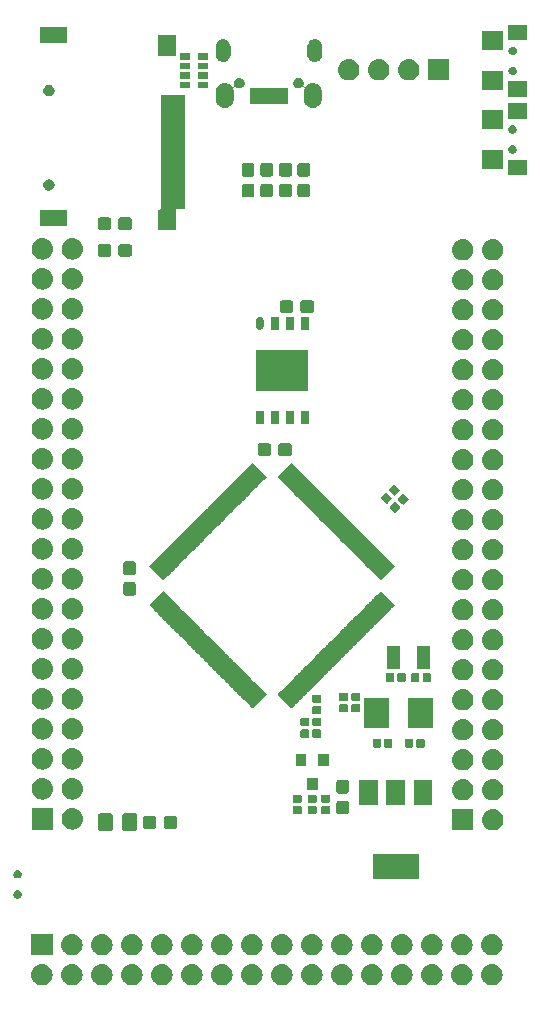
<source format=gbr>
G04 #@! TF.GenerationSoftware,KiCad,Pcbnew,(5.1.4)-1*
G04 #@! TF.CreationDate,2019-12-14T17:44:52+08:00*
G04 #@! TF.ProjectId,STM32F407VTE6-SOCKET,53544d33-3246-4343-9037-565445362d53,rev?*
G04 #@! TF.SameCoordinates,Original*
G04 #@! TF.FileFunction,Soldermask,Bot*
G04 #@! TF.FilePolarity,Negative*
%FSLAX46Y46*%
G04 Gerber Fmt 4.6, Leading zero omitted, Abs format (unit mm)*
G04 Created by KiCad (PCBNEW (5.1.4)-1) date 2019-12-14 17:44:52*
%MOMM*%
%LPD*%
G04 APERTURE LIST*
%ADD10C,0.100000*%
G04 APERTURE END LIST*
D10*
G36*
X103550442Y-176275518D02*
G01*
X103616627Y-176282037D01*
X103786466Y-176333557D01*
X103942991Y-176417222D01*
X103978729Y-176446552D01*
X104080186Y-176529814D01*
X104163448Y-176631271D01*
X104192778Y-176667009D01*
X104276443Y-176823534D01*
X104327963Y-176993373D01*
X104345359Y-177170000D01*
X104327963Y-177346627D01*
X104276443Y-177516466D01*
X104192778Y-177672991D01*
X104163448Y-177708729D01*
X104080186Y-177810186D01*
X103978729Y-177893448D01*
X103942991Y-177922778D01*
X103786466Y-178006443D01*
X103616627Y-178057963D01*
X103550443Y-178064481D01*
X103484260Y-178071000D01*
X103395740Y-178071000D01*
X103329557Y-178064481D01*
X103263373Y-178057963D01*
X103093534Y-178006443D01*
X102937009Y-177922778D01*
X102901271Y-177893448D01*
X102799814Y-177810186D01*
X102716552Y-177708729D01*
X102687222Y-177672991D01*
X102603557Y-177516466D01*
X102552037Y-177346627D01*
X102534641Y-177170000D01*
X102552037Y-176993373D01*
X102603557Y-176823534D01*
X102687222Y-176667009D01*
X102716552Y-176631271D01*
X102799814Y-176529814D01*
X102901271Y-176446552D01*
X102937009Y-176417222D01*
X103093534Y-176333557D01*
X103263373Y-176282037D01*
X103329558Y-176275518D01*
X103395740Y-176269000D01*
X103484260Y-176269000D01*
X103550442Y-176275518D01*
X103550442Y-176275518D01*
G37*
G36*
X123870442Y-176275518D02*
G01*
X123936627Y-176282037D01*
X124106466Y-176333557D01*
X124262991Y-176417222D01*
X124298729Y-176446552D01*
X124400186Y-176529814D01*
X124483448Y-176631271D01*
X124512778Y-176667009D01*
X124596443Y-176823534D01*
X124647963Y-176993373D01*
X124665359Y-177170000D01*
X124647963Y-177346627D01*
X124596443Y-177516466D01*
X124512778Y-177672991D01*
X124483448Y-177708729D01*
X124400186Y-177810186D01*
X124298729Y-177893448D01*
X124262991Y-177922778D01*
X124106466Y-178006443D01*
X123936627Y-178057963D01*
X123870443Y-178064481D01*
X123804260Y-178071000D01*
X123715740Y-178071000D01*
X123649557Y-178064481D01*
X123583373Y-178057963D01*
X123413534Y-178006443D01*
X123257009Y-177922778D01*
X123221271Y-177893448D01*
X123119814Y-177810186D01*
X123036552Y-177708729D01*
X123007222Y-177672991D01*
X122923557Y-177516466D01*
X122872037Y-177346627D01*
X122854641Y-177170000D01*
X122872037Y-176993373D01*
X122923557Y-176823534D01*
X123007222Y-176667009D01*
X123036552Y-176631271D01*
X123119814Y-176529814D01*
X123221271Y-176446552D01*
X123257009Y-176417222D01*
X123413534Y-176333557D01*
X123583373Y-176282037D01*
X123649558Y-176275518D01*
X123715740Y-176269000D01*
X123804260Y-176269000D01*
X123870442Y-176275518D01*
X123870442Y-176275518D01*
G37*
G36*
X141650442Y-176275518D02*
G01*
X141716627Y-176282037D01*
X141886466Y-176333557D01*
X142042991Y-176417222D01*
X142078729Y-176446552D01*
X142180186Y-176529814D01*
X142263448Y-176631271D01*
X142292778Y-176667009D01*
X142376443Y-176823534D01*
X142427963Y-176993373D01*
X142445359Y-177170000D01*
X142427963Y-177346627D01*
X142376443Y-177516466D01*
X142292778Y-177672991D01*
X142263448Y-177708729D01*
X142180186Y-177810186D01*
X142078729Y-177893448D01*
X142042991Y-177922778D01*
X141886466Y-178006443D01*
X141716627Y-178057963D01*
X141650443Y-178064481D01*
X141584260Y-178071000D01*
X141495740Y-178071000D01*
X141429557Y-178064481D01*
X141363373Y-178057963D01*
X141193534Y-178006443D01*
X141037009Y-177922778D01*
X141001271Y-177893448D01*
X140899814Y-177810186D01*
X140816552Y-177708729D01*
X140787222Y-177672991D01*
X140703557Y-177516466D01*
X140652037Y-177346627D01*
X140634641Y-177170000D01*
X140652037Y-176993373D01*
X140703557Y-176823534D01*
X140787222Y-176667009D01*
X140816552Y-176631271D01*
X140899814Y-176529814D01*
X141001271Y-176446552D01*
X141037009Y-176417222D01*
X141193534Y-176333557D01*
X141363373Y-176282037D01*
X141429558Y-176275518D01*
X141495740Y-176269000D01*
X141584260Y-176269000D01*
X141650442Y-176275518D01*
X141650442Y-176275518D01*
G37*
G36*
X136570442Y-176275518D02*
G01*
X136636627Y-176282037D01*
X136806466Y-176333557D01*
X136962991Y-176417222D01*
X136998729Y-176446552D01*
X137100186Y-176529814D01*
X137183448Y-176631271D01*
X137212778Y-176667009D01*
X137296443Y-176823534D01*
X137347963Y-176993373D01*
X137365359Y-177170000D01*
X137347963Y-177346627D01*
X137296443Y-177516466D01*
X137212778Y-177672991D01*
X137183448Y-177708729D01*
X137100186Y-177810186D01*
X136998729Y-177893448D01*
X136962991Y-177922778D01*
X136806466Y-178006443D01*
X136636627Y-178057963D01*
X136570443Y-178064481D01*
X136504260Y-178071000D01*
X136415740Y-178071000D01*
X136349557Y-178064481D01*
X136283373Y-178057963D01*
X136113534Y-178006443D01*
X135957009Y-177922778D01*
X135921271Y-177893448D01*
X135819814Y-177810186D01*
X135736552Y-177708729D01*
X135707222Y-177672991D01*
X135623557Y-177516466D01*
X135572037Y-177346627D01*
X135554641Y-177170000D01*
X135572037Y-176993373D01*
X135623557Y-176823534D01*
X135707222Y-176667009D01*
X135736552Y-176631271D01*
X135819814Y-176529814D01*
X135921271Y-176446552D01*
X135957009Y-176417222D01*
X136113534Y-176333557D01*
X136283373Y-176282037D01*
X136349558Y-176275518D01*
X136415740Y-176269000D01*
X136504260Y-176269000D01*
X136570442Y-176275518D01*
X136570442Y-176275518D01*
G37*
G36*
X134030442Y-176275518D02*
G01*
X134096627Y-176282037D01*
X134266466Y-176333557D01*
X134422991Y-176417222D01*
X134458729Y-176446552D01*
X134560186Y-176529814D01*
X134643448Y-176631271D01*
X134672778Y-176667009D01*
X134756443Y-176823534D01*
X134807963Y-176993373D01*
X134825359Y-177170000D01*
X134807963Y-177346627D01*
X134756443Y-177516466D01*
X134672778Y-177672991D01*
X134643448Y-177708729D01*
X134560186Y-177810186D01*
X134458729Y-177893448D01*
X134422991Y-177922778D01*
X134266466Y-178006443D01*
X134096627Y-178057963D01*
X134030443Y-178064481D01*
X133964260Y-178071000D01*
X133875740Y-178071000D01*
X133809557Y-178064481D01*
X133743373Y-178057963D01*
X133573534Y-178006443D01*
X133417009Y-177922778D01*
X133381271Y-177893448D01*
X133279814Y-177810186D01*
X133196552Y-177708729D01*
X133167222Y-177672991D01*
X133083557Y-177516466D01*
X133032037Y-177346627D01*
X133014641Y-177170000D01*
X133032037Y-176993373D01*
X133083557Y-176823534D01*
X133167222Y-176667009D01*
X133196552Y-176631271D01*
X133279814Y-176529814D01*
X133381271Y-176446552D01*
X133417009Y-176417222D01*
X133573534Y-176333557D01*
X133743373Y-176282037D01*
X133809558Y-176275518D01*
X133875740Y-176269000D01*
X133964260Y-176269000D01*
X134030442Y-176275518D01*
X134030442Y-176275518D01*
G37*
G36*
X131490442Y-176275518D02*
G01*
X131556627Y-176282037D01*
X131726466Y-176333557D01*
X131882991Y-176417222D01*
X131918729Y-176446552D01*
X132020186Y-176529814D01*
X132103448Y-176631271D01*
X132132778Y-176667009D01*
X132216443Y-176823534D01*
X132267963Y-176993373D01*
X132285359Y-177170000D01*
X132267963Y-177346627D01*
X132216443Y-177516466D01*
X132132778Y-177672991D01*
X132103448Y-177708729D01*
X132020186Y-177810186D01*
X131918729Y-177893448D01*
X131882991Y-177922778D01*
X131726466Y-178006443D01*
X131556627Y-178057963D01*
X131490443Y-178064481D01*
X131424260Y-178071000D01*
X131335740Y-178071000D01*
X131269557Y-178064481D01*
X131203373Y-178057963D01*
X131033534Y-178006443D01*
X130877009Y-177922778D01*
X130841271Y-177893448D01*
X130739814Y-177810186D01*
X130656552Y-177708729D01*
X130627222Y-177672991D01*
X130543557Y-177516466D01*
X130492037Y-177346627D01*
X130474641Y-177170000D01*
X130492037Y-176993373D01*
X130543557Y-176823534D01*
X130627222Y-176667009D01*
X130656552Y-176631271D01*
X130739814Y-176529814D01*
X130841271Y-176446552D01*
X130877009Y-176417222D01*
X131033534Y-176333557D01*
X131203373Y-176282037D01*
X131269558Y-176275518D01*
X131335740Y-176269000D01*
X131424260Y-176269000D01*
X131490442Y-176275518D01*
X131490442Y-176275518D01*
G37*
G36*
X128950442Y-176275518D02*
G01*
X129016627Y-176282037D01*
X129186466Y-176333557D01*
X129342991Y-176417222D01*
X129378729Y-176446552D01*
X129480186Y-176529814D01*
X129563448Y-176631271D01*
X129592778Y-176667009D01*
X129676443Y-176823534D01*
X129727963Y-176993373D01*
X129745359Y-177170000D01*
X129727963Y-177346627D01*
X129676443Y-177516466D01*
X129592778Y-177672991D01*
X129563448Y-177708729D01*
X129480186Y-177810186D01*
X129378729Y-177893448D01*
X129342991Y-177922778D01*
X129186466Y-178006443D01*
X129016627Y-178057963D01*
X128950443Y-178064481D01*
X128884260Y-178071000D01*
X128795740Y-178071000D01*
X128729557Y-178064481D01*
X128663373Y-178057963D01*
X128493534Y-178006443D01*
X128337009Y-177922778D01*
X128301271Y-177893448D01*
X128199814Y-177810186D01*
X128116552Y-177708729D01*
X128087222Y-177672991D01*
X128003557Y-177516466D01*
X127952037Y-177346627D01*
X127934641Y-177170000D01*
X127952037Y-176993373D01*
X128003557Y-176823534D01*
X128087222Y-176667009D01*
X128116552Y-176631271D01*
X128199814Y-176529814D01*
X128301271Y-176446552D01*
X128337009Y-176417222D01*
X128493534Y-176333557D01*
X128663373Y-176282037D01*
X128729558Y-176275518D01*
X128795740Y-176269000D01*
X128884260Y-176269000D01*
X128950442Y-176275518D01*
X128950442Y-176275518D01*
G37*
G36*
X126410442Y-176275518D02*
G01*
X126476627Y-176282037D01*
X126646466Y-176333557D01*
X126802991Y-176417222D01*
X126838729Y-176446552D01*
X126940186Y-176529814D01*
X127023448Y-176631271D01*
X127052778Y-176667009D01*
X127136443Y-176823534D01*
X127187963Y-176993373D01*
X127205359Y-177170000D01*
X127187963Y-177346627D01*
X127136443Y-177516466D01*
X127052778Y-177672991D01*
X127023448Y-177708729D01*
X126940186Y-177810186D01*
X126838729Y-177893448D01*
X126802991Y-177922778D01*
X126646466Y-178006443D01*
X126476627Y-178057963D01*
X126410443Y-178064481D01*
X126344260Y-178071000D01*
X126255740Y-178071000D01*
X126189557Y-178064481D01*
X126123373Y-178057963D01*
X125953534Y-178006443D01*
X125797009Y-177922778D01*
X125761271Y-177893448D01*
X125659814Y-177810186D01*
X125576552Y-177708729D01*
X125547222Y-177672991D01*
X125463557Y-177516466D01*
X125412037Y-177346627D01*
X125394641Y-177170000D01*
X125412037Y-176993373D01*
X125463557Y-176823534D01*
X125547222Y-176667009D01*
X125576552Y-176631271D01*
X125659814Y-176529814D01*
X125761271Y-176446552D01*
X125797009Y-176417222D01*
X125953534Y-176333557D01*
X126123373Y-176282037D01*
X126189558Y-176275518D01*
X126255740Y-176269000D01*
X126344260Y-176269000D01*
X126410442Y-176275518D01*
X126410442Y-176275518D01*
G37*
G36*
X139110442Y-176275518D02*
G01*
X139176627Y-176282037D01*
X139346466Y-176333557D01*
X139502991Y-176417222D01*
X139538729Y-176446552D01*
X139640186Y-176529814D01*
X139723448Y-176631271D01*
X139752778Y-176667009D01*
X139836443Y-176823534D01*
X139887963Y-176993373D01*
X139905359Y-177170000D01*
X139887963Y-177346627D01*
X139836443Y-177516466D01*
X139752778Y-177672991D01*
X139723448Y-177708729D01*
X139640186Y-177810186D01*
X139538729Y-177893448D01*
X139502991Y-177922778D01*
X139346466Y-178006443D01*
X139176627Y-178057963D01*
X139110443Y-178064481D01*
X139044260Y-178071000D01*
X138955740Y-178071000D01*
X138889557Y-178064481D01*
X138823373Y-178057963D01*
X138653534Y-178006443D01*
X138497009Y-177922778D01*
X138461271Y-177893448D01*
X138359814Y-177810186D01*
X138276552Y-177708729D01*
X138247222Y-177672991D01*
X138163557Y-177516466D01*
X138112037Y-177346627D01*
X138094641Y-177170000D01*
X138112037Y-176993373D01*
X138163557Y-176823534D01*
X138247222Y-176667009D01*
X138276552Y-176631271D01*
X138359814Y-176529814D01*
X138461271Y-176446552D01*
X138497009Y-176417222D01*
X138653534Y-176333557D01*
X138823373Y-176282037D01*
X138889558Y-176275518D01*
X138955740Y-176269000D01*
X139044260Y-176269000D01*
X139110442Y-176275518D01*
X139110442Y-176275518D01*
G37*
G36*
X118790442Y-176275518D02*
G01*
X118856627Y-176282037D01*
X119026466Y-176333557D01*
X119182991Y-176417222D01*
X119218729Y-176446552D01*
X119320186Y-176529814D01*
X119403448Y-176631271D01*
X119432778Y-176667009D01*
X119516443Y-176823534D01*
X119567963Y-176993373D01*
X119585359Y-177170000D01*
X119567963Y-177346627D01*
X119516443Y-177516466D01*
X119432778Y-177672991D01*
X119403448Y-177708729D01*
X119320186Y-177810186D01*
X119218729Y-177893448D01*
X119182991Y-177922778D01*
X119026466Y-178006443D01*
X118856627Y-178057963D01*
X118790443Y-178064481D01*
X118724260Y-178071000D01*
X118635740Y-178071000D01*
X118569557Y-178064481D01*
X118503373Y-178057963D01*
X118333534Y-178006443D01*
X118177009Y-177922778D01*
X118141271Y-177893448D01*
X118039814Y-177810186D01*
X117956552Y-177708729D01*
X117927222Y-177672991D01*
X117843557Y-177516466D01*
X117792037Y-177346627D01*
X117774641Y-177170000D01*
X117792037Y-176993373D01*
X117843557Y-176823534D01*
X117927222Y-176667009D01*
X117956552Y-176631271D01*
X118039814Y-176529814D01*
X118141271Y-176446552D01*
X118177009Y-176417222D01*
X118333534Y-176333557D01*
X118503373Y-176282037D01*
X118569558Y-176275518D01*
X118635740Y-176269000D01*
X118724260Y-176269000D01*
X118790442Y-176275518D01*
X118790442Y-176275518D01*
G37*
G36*
X121330442Y-176275518D02*
G01*
X121396627Y-176282037D01*
X121566466Y-176333557D01*
X121722991Y-176417222D01*
X121758729Y-176446552D01*
X121860186Y-176529814D01*
X121943448Y-176631271D01*
X121972778Y-176667009D01*
X122056443Y-176823534D01*
X122107963Y-176993373D01*
X122125359Y-177170000D01*
X122107963Y-177346627D01*
X122056443Y-177516466D01*
X121972778Y-177672991D01*
X121943448Y-177708729D01*
X121860186Y-177810186D01*
X121758729Y-177893448D01*
X121722991Y-177922778D01*
X121566466Y-178006443D01*
X121396627Y-178057963D01*
X121330443Y-178064481D01*
X121264260Y-178071000D01*
X121175740Y-178071000D01*
X121109557Y-178064481D01*
X121043373Y-178057963D01*
X120873534Y-178006443D01*
X120717009Y-177922778D01*
X120681271Y-177893448D01*
X120579814Y-177810186D01*
X120496552Y-177708729D01*
X120467222Y-177672991D01*
X120383557Y-177516466D01*
X120332037Y-177346627D01*
X120314641Y-177170000D01*
X120332037Y-176993373D01*
X120383557Y-176823534D01*
X120467222Y-176667009D01*
X120496552Y-176631271D01*
X120579814Y-176529814D01*
X120681271Y-176446552D01*
X120717009Y-176417222D01*
X120873534Y-176333557D01*
X121043373Y-176282037D01*
X121109558Y-176275518D01*
X121175740Y-176269000D01*
X121264260Y-176269000D01*
X121330442Y-176275518D01*
X121330442Y-176275518D01*
G37*
G36*
X106090442Y-176275518D02*
G01*
X106156627Y-176282037D01*
X106326466Y-176333557D01*
X106482991Y-176417222D01*
X106518729Y-176446552D01*
X106620186Y-176529814D01*
X106703448Y-176631271D01*
X106732778Y-176667009D01*
X106816443Y-176823534D01*
X106867963Y-176993373D01*
X106885359Y-177170000D01*
X106867963Y-177346627D01*
X106816443Y-177516466D01*
X106732778Y-177672991D01*
X106703448Y-177708729D01*
X106620186Y-177810186D01*
X106518729Y-177893448D01*
X106482991Y-177922778D01*
X106326466Y-178006443D01*
X106156627Y-178057963D01*
X106090443Y-178064481D01*
X106024260Y-178071000D01*
X105935740Y-178071000D01*
X105869557Y-178064481D01*
X105803373Y-178057963D01*
X105633534Y-178006443D01*
X105477009Y-177922778D01*
X105441271Y-177893448D01*
X105339814Y-177810186D01*
X105256552Y-177708729D01*
X105227222Y-177672991D01*
X105143557Y-177516466D01*
X105092037Y-177346627D01*
X105074641Y-177170000D01*
X105092037Y-176993373D01*
X105143557Y-176823534D01*
X105227222Y-176667009D01*
X105256552Y-176631271D01*
X105339814Y-176529814D01*
X105441271Y-176446552D01*
X105477009Y-176417222D01*
X105633534Y-176333557D01*
X105803373Y-176282037D01*
X105869558Y-176275518D01*
X105935740Y-176269000D01*
X106024260Y-176269000D01*
X106090442Y-176275518D01*
X106090442Y-176275518D01*
G37*
G36*
X108630442Y-176275518D02*
G01*
X108696627Y-176282037D01*
X108866466Y-176333557D01*
X109022991Y-176417222D01*
X109058729Y-176446552D01*
X109160186Y-176529814D01*
X109243448Y-176631271D01*
X109272778Y-176667009D01*
X109356443Y-176823534D01*
X109407963Y-176993373D01*
X109425359Y-177170000D01*
X109407963Y-177346627D01*
X109356443Y-177516466D01*
X109272778Y-177672991D01*
X109243448Y-177708729D01*
X109160186Y-177810186D01*
X109058729Y-177893448D01*
X109022991Y-177922778D01*
X108866466Y-178006443D01*
X108696627Y-178057963D01*
X108630443Y-178064481D01*
X108564260Y-178071000D01*
X108475740Y-178071000D01*
X108409557Y-178064481D01*
X108343373Y-178057963D01*
X108173534Y-178006443D01*
X108017009Y-177922778D01*
X107981271Y-177893448D01*
X107879814Y-177810186D01*
X107796552Y-177708729D01*
X107767222Y-177672991D01*
X107683557Y-177516466D01*
X107632037Y-177346627D01*
X107614641Y-177170000D01*
X107632037Y-176993373D01*
X107683557Y-176823534D01*
X107767222Y-176667009D01*
X107796552Y-176631271D01*
X107879814Y-176529814D01*
X107981271Y-176446552D01*
X108017009Y-176417222D01*
X108173534Y-176333557D01*
X108343373Y-176282037D01*
X108409558Y-176275518D01*
X108475740Y-176269000D01*
X108564260Y-176269000D01*
X108630442Y-176275518D01*
X108630442Y-176275518D01*
G37*
G36*
X113710442Y-176275518D02*
G01*
X113776627Y-176282037D01*
X113946466Y-176333557D01*
X114102991Y-176417222D01*
X114138729Y-176446552D01*
X114240186Y-176529814D01*
X114323448Y-176631271D01*
X114352778Y-176667009D01*
X114436443Y-176823534D01*
X114487963Y-176993373D01*
X114505359Y-177170000D01*
X114487963Y-177346627D01*
X114436443Y-177516466D01*
X114352778Y-177672991D01*
X114323448Y-177708729D01*
X114240186Y-177810186D01*
X114138729Y-177893448D01*
X114102991Y-177922778D01*
X113946466Y-178006443D01*
X113776627Y-178057963D01*
X113710443Y-178064481D01*
X113644260Y-178071000D01*
X113555740Y-178071000D01*
X113489557Y-178064481D01*
X113423373Y-178057963D01*
X113253534Y-178006443D01*
X113097009Y-177922778D01*
X113061271Y-177893448D01*
X112959814Y-177810186D01*
X112876552Y-177708729D01*
X112847222Y-177672991D01*
X112763557Y-177516466D01*
X112712037Y-177346627D01*
X112694641Y-177170000D01*
X112712037Y-176993373D01*
X112763557Y-176823534D01*
X112847222Y-176667009D01*
X112876552Y-176631271D01*
X112959814Y-176529814D01*
X113061271Y-176446552D01*
X113097009Y-176417222D01*
X113253534Y-176333557D01*
X113423373Y-176282037D01*
X113489558Y-176275518D01*
X113555740Y-176269000D01*
X113644260Y-176269000D01*
X113710442Y-176275518D01*
X113710442Y-176275518D01*
G37*
G36*
X111170442Y-176275518D02*
G01*
X111236627Y-176282037D01*
X111406466Y-176333557D01*
X111562991Y-176417222D01*
X111598729Y-176446552D01*
X111700186Y-176529814D01*
X111783448Y-176631271D01*
X111812778Y-176667009D01*
X111896443Y-176823534D01*
X111947963Y-176993373D01*
X111965359Y-177170000D01*
X111947963Y-177346627D01*
X111896443Y-177516466D01*
X111812778Y-177672991D01*
X111783448Y-177708729D01*
X111700186Y-177810186D01*
X111598729Y-177893448D01*
X111562991Y-177922778D01*
X111406466Y-178006443D01*
X111236627Y-178057963D01*
X111170443Y-178064481D01*
X111104260Y-178071000D01*
X111015740Y-178071000D01*
X110949557Y-178064481D01*
X110883373Y-178057963D01*
X110713534Y-178006443D01*
X110557009Y-177922778D01*
X110521271Y-177893448D01*
X110419814Y-177810186D01*
X110336552Y-177708729D01*
X110307222Y-177672991D01*
X110223557Y-177516466D01*
X110172037Y-177346627D01*
X110154641Y-177170000D01*
X110172037Y-176993373D01*
X110223557Y-176823534D01*
X110307222Y-176667009D01*
X110336552Y-176631271D01*
X110419814Y-176529814D01*
X110521271Y-176446552D01*
X110557009Y-176417222D01*
X110713534Y-176333557D01*
X110883373Y-176282037D01*
X110949558Y-176275518D01*
X111015740Y-176269000D01*
X111104260Y-176269000D01*
X111170442Y-176275518D01*
X111170442Y-176275518D01*
G37*
G36*
X116250442Y-176275518D02*
G01*
X116316627Y-176282037D01*
X116486466Y-176333557D01*
X116642991Y-176417222D01*
X116678729Y-176446552D01*
X116780186Y-176529814D01*
X116863448Y-176631271D01*
X116892778Y-176667009D01*
X116976443Y-176823534D01*
X117027963Y-176993373D01*
X117045359Y-177170000D01*
X117027963Y-177346627D01*
X116976443Y-177516466D01*
X116892778Y-177672991D01*
X116863448Y-177708729D01*
X116780186Y-177810186D01*
X116678729Y-177893448D01*
X116642991Y-177922778D01*
X116486466Y-178006443D01*
X116316627Y-178057963D01*
X116250443Y-178064481D01*
X116184260Y-178071000D01*
X116095740Y-178071000D01*
X116029557Y-178064481D01*
X115963373Y-178057963D01*
X115793534Y-178006443D01*
X115637009Y-177922778D01*
X115601271Y-177893448D01*
X115499814Y-177810186D01*
X115416552Y-177708729D01*
X115387222Y-177672991D01*
X115303557Y-177516466D01*
X115252037Y-177346627D01*
X115234641Y-177170000D01*
X115252037Y-176993373D01*
X115303557Y-176823534D01*
X115387222Y-176667009D01*
X115416552Y-176631271D01*
X115499814Y-176529814D01*
X115601271Y-176446552D01*
X115637009Y-176417222D01*
X115793534Y-176333557D01*
X115963373Y-176282037D01*
X116029558Y-176275518D01*
X116095740Y-176269000D01*
X116184260Y-176269000D01*
X116250442Y-176275518D01*
X116250442Y-176275518D01*
G37*
G36*
X111170442Y-173735518D02*
G01*
X111236627Y-173742037D01*
X111406466Y-173793557D01*
X111562991Y-173877222D01*
X111598729Y-173906552D01*
X111700186Y-173989814D01*
X111783448Y-174091271D01*
X111812778Y-174127009D01*
X111896443Y-174283534D01*
X111947963Y-174453373D01*
X111965359Y-174630000D01*
X111947963Y-174806627D01*
X111896443Y-174976466D01*
X111812778Y-175132991D01*
X111783448Y-175168729D01*
X111700186Y-175270186D01*
X111598729Y-175353448D01*
X111562991Y-175382778D01*
X111406466Y-175466443D01*
X111236627Y-175517963D01*
X111170443Y-175524481D01*
X111104260Y-175531000D01*
X111015740Y-175531000D01*
X110949557Y-175524481D01*
X110883373Y-175517963D01*
X110713534Y-175466443D01*
X110557009Y-175382778D01*
X110521271Y-175353448D01*
X110419814Y-175270186D01*
X110336552Y-175168729D01*
X110307222Y-175132991D01*
X110223557Y-174976466D01*
X110172037Y-174806627D01*
X110154641Y-174630000D01*
X110172037Y-174453373D01*
X110223557Y-174283534D01*
X110307222Y-174127009D01*
X110336552Y-174091271D01*
X110419814Y-173989814D01*
X110521271Y-173906552D01*
X110557009Y-173877222D01*
X110713534Y-173793557D01*
X110883373Y-173742037D01*
X110949558Y-173735518D01*
X111015740Y-173729000D01*
X111104260Y-173729000D01*
X111170442Y-173735518D01*
X111170442Y-173735518D01*
G37*
G36*
X141650442Y-173735518D02*
G01*
X141716627Y-173742037D01*
X141886466Y-173793557D01*
X142042991Y-173877222D01*
X142078729Y-173906552D01*
X142180186Y-173989814D01*
X142263448Y-174091271D01*
X142292778Y-174127009D01*
X142376443Y-174283534D01*
X142427963Y-174453373D01*
X142445359Y-174630000D01*
X142427963Y-174806627D01*
X142376443Y-174976466D01*
X142292778Y-175132991D01*
X142263448Y-175168729D01*
X142180186Y-175270186D01*
X142078729Y-175353448D01*
X142042991Y-175382778D01*
X141886466Y-175466443D01*
X141716627Y-175517963D01*
X141650443Y-175524481D01*
X141584260Y-175531000D01*
X141495740Y-175531000D01*
X141429557Y-175524481D01*
X141363373Y-175517963D01*
X141193534Y-175466443D01*
X141037009Y-175382778D01*
X141001271Y-175353448D01*
X140899814Y-175270186D01*
X140816552Y-175168729D01*
X140787222Y-175132991D01*
X140703557Y-174976466D01*
X140652037Y-174806627D01*
X140634641Y-174630000D01*
X140652037Y-174453373D01*
X140703557Y-174283534D01*
X140787222Y-174127009D01*
X140816552Y-174091271D01*
X140899814Y-173989814D01*
X141001271Y-173906552D01*
X141037009Y-173877222D01*
X141193534Y-173793557D01*
X141363373Y-173742037D01*
X141429558Y-173735518D01*
X141495740Y-173729000D01*
X141584260Y-173729000D01*
X141650442Y-173735518D01*
X141650442Y-173735518D01*
G37*
G36*
X106090442Y-173735518D02*
G01*
X106156627Y-173742037D01*
X106326466Y-173793557D01*
X106482991Y-173877222D01*
X106518729Y-173906552D01*
X106620186Y-173989814D01*
X106703448Y-174091271D01*
X106732778Y-174127009D01*
X106816443Y-174283534D01*
X106867963Y-174453373D01*
X106885359Y-174630000D01*
X106867963Y-174806627D01*
X106816443Y-174976466D01*
X106732778Y-175132991D01*
X106703448Y-175168729D01*
X106620186Y-175270186D01*
X106518729Y-175353448D01*
X106482991Y-175382778D01*
X106326466Y-175466443D01*
X106156627Y-175517963D01*
X106090443Y-175524481D01*
X106024260Y-175531000D01*
X105935740Y-175531000D01*
X105869557Y-175524481D01*
X105803373Y-175517963D01*
X105633534Y-175466443D01*
X105477009Y-175382778D01*
X105441271Y-175353448D01*
X105339814Y-175270186D01*
X105256552Y-175168729D01*
X105227222Y-175132991D01*
X105143557Y-174976466D01*
X105092037Y-174806627D01*
X105074641Y-174630000D01*
X105092037Y-174453373D01*
X105143557Y-174283534D01*
X105227222Y-174127009D01*
X105256552Y-174091271D01*
X105339814Y-173989814D01*
X105441271Y-173906552D01*
X105477009Y-173877222D01*
X105633534Y-173793557D01*
X105803373Y-173742037D01*
X105869558Y-173735518D01*
X105935740Y-173729000D01*
X106024260Y-173729000D01*
X106090442Y-173735518D01*
X106090442Y-173735518D01*
G37*
G36*
X121330442Y-173735518D02*
G01*
X121396627Y-173742037D01*
X121566466Y-173793557D01*
X121722991Y-173877222D01*
X121758729Y-173906552D01*
X121860186Y-173989814D01*
X121943448Y-174091271D01*
X121972778Y-174127009D01*
X122056443Y-174283534D01*
X122107963Y-174453373D01*
X122125359Y-174630000D01*
X122107963Y-174806627D01*
X122056443Y-174976466D01*
X121972778Y-175132991D01*
X121943448Y-175168729D01*
X121860186Y-175270186D01*
X121758729Y-175353448D01*
X121722991Y-175382778D01*
X121566466Y-175466443D01*
X121396627Y-175517963D01*
X121330443Y-175524481D01*
X121264260Y-175531000D01*
X121175740Y-175531000D01*
X121109557Y-175524481D01*
X121043373Y-175517963D01*
X120873534Y-175466443D01*
X120717009Y-175382778D01*
X120681271Y-175353448D01*
X120579814Y-175270186D01*
X120496552Y-175168729D01*
X120467222Y-175132991D01*
X120383557Y-174976466D01*
X120332037Y-174806627D01*
X120314641Y-174630000D01*
X120332037Y-174453373D01*
X120383557Y-174283534D01*
X120467222Y-174127009D01*
X120496552Y-174091271D01*
X120579814Y-173989814D01*
X120681271Y-173906552D01*
X120717009Y-173877222D01*
X120873534Y-173793557D01*
X121043373Y-173742037D01*
X121109558Y-173735518D01*
X121175740Y-173729000D01*
X121264260Y-173729000D01*
X121330442Y-173735518D01*
X121330442Y-173735518D01*
G37*
G36*
X104341000Y-175531000D02*
G01*
X102539000Y-175531000D01*
X102539000Y-173729000D01*
X104341000Y-173729000D01*
X104341000Y-175531000D01*
X104341000Y-175531000D01*
G37*
G36*
X116250442Y-173735518D02*
G01*
X116316627Y-173742037D01*
X116486466Y-173793557D01*
X116642991Y-173877222D01*
X116678729Y-173906552D01*
X116780186Y-173989814D01*
X116863448Y-174091271D01*
X116892778Y-174127009D01*
X116976443Y-174283534D01*
X117027963Y-174453373D01*
X117045359Y-174630000D01*
X117027963Y-174806627D01*
X116976443Y-174976466D01*
X116892778Y-175132991D01*
X116863448Y-175168729D01*
X116780186Y-175270186D01*
X116678729Y-175353448D01*
X116642991Y-175382778D01*
X116486466Y-175466443D01*
X116316627Y-175517963D01*
X116250443Y-175524481D01*
X116184260Y-175531000D01*
X116095740Y-175531000D01*
X116029557Y-175524481D01*
X115963373Y-175517963D01*
X115793534Y-175466443D01*
X115637009Y-175382778D01*
X115601271Y-175353448D01*
X115499814Y-175270186D01*
X115416552Y-175168729D01*
X115387222Y-175132991D01*
X115303557Y-174976466D01*
X115252037Y-174806627D01*
X115234641Y-174630000D01*
X115252037Y-174453373D01*
X115303557Y-174283534D01*
X115387222Y-174127009D01*
X115416552Y-174091271D01*
X115499814Y-173989814D01*
X115601271Y-173906552D01*
X115637009Y-173877222D01*
X115793534Y-173793557D01*
X115963373Y-173742037D01*
X116029558Y-173735518D01*
X116095740Y-173729000D01*
X116184260Y-173729000D01*
X116250442Y-173735518D01*
X116250442Y-173735518D01*
G37*
G36*
X123870442Y-173735518D02*
G01*
X123936627Y-173742037D01*
X124106466Y-173793557D01*
X124262991Y-173877222D01*
X124298729Y-173906552D01*
X124400186Y-173989814D01*
X124483448Y-174091271D01*
X124512778Y-174127009D01*
X124596443Y-174283534D01*
X124647963Y-174453373D01*
X124665359Y-174630000D01*
X124647963Y-174806627D01*
X124596443Y-174976466D01*
X124512778Y-175132991D01*
X124483448Y-175168729D01*
X124400186Y-175270186D01*
X124298729Y-175353448D01*
X124262991Y-175382778D01*
X124106466Y-175466443D01*
X123936627Y-175517963D01*
X123870443Y-175524481D01*
X123804260Y-175531000D01*
X123715740Y-175531000D01*
X123649557Y-175524481D01*
X123583373Y-175517963D01*
X123413534Y-175466443D01*
X123257009Y-175382778D01*
X123221271Y-175353448D01*
X123119814Y-175270186D01*
X123036552Y-175168729D01*
X123007222Y-175132991D01*
X122923557Y-174976466D01*
X122872037Y-174806627D01*
X122854641Y-174630000D01*
X122872037Y-174453373D01*
X122923557Y-174283534D01*
X123007222Y-174127009D01*
X123036552Y-174091271D01*
X123119814Y-173989814D01*
X123221271Y-173906552D01*
X123257009Y-173877222D01*
X123413534Y-173793557D01*
X123583373Y-173742037D01*
X123649558Y-173735518D01*
X123715740Y-173729000D01*
X123804260Y-173729000D01*
X123870442Y-173735518D01*
X123870442Y-173735518D01*
G37*
G36*
X126410442Y-173735518D02*
G01*
X126476627Y-173742037D01*
X126646466Y-173793557D01*
X126802991Y-173877222D01*
X126838729Y-173906552D01*
X126940186Y-173989814D01*
X127023448Y-174091271D01*
X127052778Y-174127009D01*
X127136443Y-174283534D01*
X127187963Y-174453373D01*
X127205359Y-174630000D01*
X127187963Y-174806627D01*
X127136443Y-174976466D01*
X127052778Y-175132991D01*
X127023448Y-175168729D01*
X126940186Y-175270186D01*
X126838729Y-175353448D01*
X126802991Y-175382778D01*
X126646466Y-175466443D01*
X126476627Y-175517963D01*
X126410443Y-175524481D01*
X126344260Y-175531000D01*
X126255740Y-175531000D01*
X126189557Y-175524481D01*
X126123373Y-175517963D01*
X125953534Y-175466443D01*
X125797009Y-175382778D01*
X125761271Y-175353448D01*
X125659814Y-175270186D01*
X125576552Y-175168729D01*
X125547222Y-175132991D01*
X125463557Y-174976466D01*
X125412037Y-174806627D01*
X125394641Y-174630000D01*
X125412037Y-174453373D01*
X125463557Y-174283534D01*
X125547222Y-174127009D01*
X125576552Y-174091271D01*
X125659814Y-173989814D01*
X125761271Y-173906552D01*
X125797009Y-173877222D01*
X125953534Y-173793557D01*
X126123373Y-173742037D01*
X126189558Y-173735518D01*
X126255740Y-173729000D01*
X126344260Y-173729000D01*
X126410442Y-173735518D01*
X126410442Y-173735518D01*
G37*
G36*
X108630442Y-173735518D02*
G01*
X108696627Y-173742037D01*
X108866466Y-173793557D01*
X109022991Y-173877222D01*
X109058729Y-173906552D01*
X109160186Y-173989814D01*
X109243448Y-174091271D01*
X109272778Y-174127009D01*
X109356443Y-174283534D01*
X109407963Y-174453373D01*
X109425359Y-174630000D01*
X109407963Y-174806627D01*
X109356443Y-174976466D01*
X109272778Y-175132991D01*
X109243448Y-175168729D01*
X109160186Y-175270186D01*
X109058729Y-175353448D01*
X109022991Y-175382778D01*
X108866466Y-175466443D01*
X108696627Y-175517963D01*
X108630443Y-175524481D01*
X108564260Y-175531000D01*
X108475740Y-175531000D01*
X108409557Y-175524481D01*
X108343373Y-175517963D01*
X108173534Y-175466443D01*
X108017009Y-175382778D01*
X107981271Y-175353448D01*
X107879814Y-175270186D01*
X107796552Y-175168729D01*
X107767222Y-175132991D01*
X107683557Y-174976466D01*
X107632037Y-174806627D01*
X107614641Y-174630000D01*
X107632037Y-174453373D01*
X107683557Y-174283534D01*
X107767222Y-174127009D01*
X107796552Y-174091271D01*
X107879814Y-173989814D01*
X107981271Y-173906552D01*
X108017009Y-173877222D01*
X108173534Y-173793557D01*
X108343373Y-173742037D01*
X108409558Y-173735518D01*
X108475740Y-173729000D01*
X108564260Y-173729000D01*
X108630442Y-173735518D01*
X108630442Y-173735518D01*
G37*
G36*
X128950442Y-173735518D02*
G01*
X129016627Y-173742037D01*
X129186466Y-173793557D01*
X129342991Y-173877222D01*
X129378729Y-173906552D01*
X129480186Y-173989814D01*
X129563448Y-174091271D01*
X129592778Y-174127009D01*
X129676443Y-174283534D01*
X129727963Y-174453373D01*
X129745359Y-174630000D01*
X129727963Y-174806627D01*
X129676443Y-174976466D01*
X129592778Y-175132991D01*
X129563448Y-175168729D01*
X129480186Y-175270186D01*
X129378729Y-175353448D01*
X129342991Y-175382778D01*
X129186466Y-175466443D01*
X129016627Y-175517963D01*
X128950443Y-175524481D01*
X128884260Y-175531000D01*
X128795740Y-175531000D01*
X128729557Y-175524481D01*
X128663373Y-175517963D01*
X128493534Y-175466443D01*
X128337009Y-175382778D01*
X128301271Y-175353448D01*
X128199814Y-175270186D01*
X128116552Y-175168729D01*
X128087222Y-175132991D01*
X128003557Y-174976466D01*
X127952037Y-174806627D01*
X127934641Y-174630000D01*
X127952037Y-174453373D01*
X128003557Y-174283534D01*
X128087222Y-174127009D01*
X128116552Y-174091271D01*
X128199814Y-173989814D01*
X128301271Y-173906552D01*
X128337009Y-173877222D01*
X128493534Y-173793557D01*
X128663373Y-173742037D01*
X128729558Y-173735518D01*
X128795740Y-173729000D01*
X128884260Y-173729000D01*
X128950442Y-173735518D01*
X128950442Y-173735518D01*
G37*
G36*
X131490442Y-173735518D02*
G01*
X131556627Y-173742037D01*
X131726466Y-173793557D01*
X131882991Y-173877222D01*
X131918729Y-173906552D01*
X132020186Y-173989814D01*
X132103448Y-174091271D01*
X132132778Y-174127009D01*
X132216443Y-174283534D01*
X132267963Y-174453373D01*
X132285359Y-174630000D01*
X132267963Y-174806627D01*
X132216443Y-174976466D01*
X132132778Y-175132991D01*
X132103448Y-175168729D01*
X132020186Y-175270186D01*
X131918729Y-175353448D01*
X131882991Y-175382778D01*
X131726466Y-175466443D01*
X131556627Y-175517963D01*
X131490443Y-175524481D01*
X131424260Y-175531000D01*
X131335740Y-175531000D01*
X131269557Y-175524481D01*
X131203373Y-175517963D01*
X131033534Y-175466443D01*
X130877009Y-175382778D01*
X130841271Y-175353448D01*
X130739814Y-175270186D01*
X130656552Y-175168729D01*
X130627222Y-175132991D01*
X130543557Y-174976466D01*
X130492037Y-174806627D01*
X130474641Y-174630000D01*
X130492037Y-174453373D01*
X130543557Y-174283534D01*
X130627222Y-174127009D01*
X130656552Y-174091271D01*
X130739814Y-173989814D01*
X130841271Y-173906552D01*
X130877009Y-173877222D01*
X131033534Y-173793557D01*
X131203373Y-173742037D01*
X131269558Y-173735518D01*
X131335740Y-173729000D01*
X131424260Y-173729000D01*
X131490442Y-173735518D01*
X131490442Y-173735518D01*
G37*
G36*
X113710442Y-173735518D02*
G01*
X113776627Y-173742037D01*
X113946466Y-173793557D01*
X114102991Y-173877222D01*
X114138729Y-173906552D01*
X114240186Y-173989814D01*
X114323448Y-174091271D01*
X114352778Y-174127009D01*
X114436443Y-174283534D01*
X114487963Y-174453373D01*
X114505359Y-174630000D01*
X114487963Y-174806627D01*
X114436443Y-174976466D01*
X114352778Y-175132991D01*
X114323448Y-175168729D01*
X114240186Y-175270186D01*
X114138729Y-175353448D01*
X114102991Y-175382778D01*
X113946466Y-175466443D01*
X113776627Y-175517963D01*
X113710443Y-175524481D01*
X113644260Y-175531000D01*
X113555740Y-175531000D01*
X113489557Y-175524481D01*
X113423373Y-175517963D01*
X113253534Y-175466443D01*
X113097009Y-175382778D01*
X113061271Y-175353448D01*
X112959814Y-175270186D01*
X112876552Y-175168729D01*
X112847222Y-175132991D01*
X112763557Y-174976466D01*
X112712037Y-174806627D01*
X112694641Y-174630000D01*
X112712037Y-174453373D01*
X112763557Y-174283534D01*
X112847222Y-174127009D01*
X112876552Y-174091271D01*
X112959814Y-173989814D01*
X113061271Y-173906552D01*
X113097009Y-173877222D01*
X113253534Y-173793557D01*
X113423373Y-173742037D01*
X113489558Y-173735518D01*
X113555740Y-173729000D01*
X113644260Y-173729000D01*
X113710442Y-173735518D01*
X113710442Y-173735518D01*
G37*
G36*
X134030442Y-173735518D02*
G01*
X134096627Y-173742037D01*
X134266466Y-173793557D01*
X134422991Y-173877222D01*
X134458729Y-173906552D01*
X134560186Y-173989814D01*
X134643448Y-174091271D01*
X134672778Y-174127009D01*
X134756443Y-174283534D01*
X134807963Y-174453373D01*
X134825359Y-174630000D01*
X134807963Y-174806627D01*
X134756443Y-174976466D01*
X134672778Y-175132991D01*
X134643448Y-175168729D01*
X134560186Y-175270186D01*
X134458729Y-175353448D01*
X134422991Y-175382778D01*
X134266466Y-175466443D01*
X134096627Y-175517963D01*
X134030443Y-175524481D01*
X133964260Y-175531000D01*
X133875740Y-175531000D01*
X133809557Y-175524481D01*
X133743373Y-175517963D01*
X133573534Y-175466443D01*
X133417009Y-175382778D01*
X133381271Y-175353448D01*
X133279814Y-175270186D01*
X133196552Y-175168729D01*
X133167222Y-175132991D01*
X133083557Y-174976466D01*
X133032037Y-174806627D01*
X133014641Y-174630000D01*
X133032037Y-174453373D01*
X133083557Y-174283534D01*
X133167222Y-174127009D01*
X133196552Y-174091271D01*
X133279814Y-173989814D01*
X133381271Y-173906552D01*
X133417009Y-173877222D01*
X133573534Y-173793557D01*
X133743373Y-173742037D01*
X133809558Y-173735518D01*
X133875740Y-173729000D01*
X133964260Y-173729000D01*
X134030442Y-173735518D01*
X134030442Y-173735518D01*
G37*
G36*
X136570442Y-173735518D02*
G01*
X136636627Y-173742037D01*
X136806466Y-173793557D01*
X136962991Y-173877222D01*
X136998729Y-173906552D01*
X137100186Y-173989814D01*
X137183448Y-174091271D01*
X137212778Y-174127009D01*
X137296443Y-174283534D01*
X137347963Y-174453373D01*
X137365359Y-174630000D01*
X137347963Y-174806627D01*
X137296443Y-174976466D01*
X137212778Y-175132991D01*
X137183448Y-175168729D01*
X137100186Y-175270186D01*
X136998729Y-175353448D01*
X136962991Y-175382778D01*
X136806466Y-175466443D01*
X136636627Y-175517963D01*
X136570443Y-175524481D01*
X136504260Y-175531000D01*
X136415740Y-175531000D01*
X136349557Y-175524481D01*
X136283373Y-175517963D01*
X136113534Y-175466443D01*
X135957009Y-175382778D01*
X135921271Y-175353448D01*
X135819814Y-175270186D01*
X135736552Y-175168729D01*
X135707222Y-175132991D01*
X135623557Y-174976466D01*
X135572037Y-174806627D01*
X135554641Y-174630000D01*
X135572037Y-174453373D01*
X135623557Y-174283534D01*
X135707222Y-174127009D01*
X135736552Y-174091271D01*
X135819814Y-173989814D01*
X135921271Y-173906552D01*
X135957009Y-173877222D01*
X136113534Y-173793557D01*
X136283373Y-173742037D01*
X136349558Y-173735518D01*
X136415740Y-173729000D01*
X136504260Y-173729000D01*
X136570442Y-173735518D01*
X136570442Y-173735518D01*
G37*
G36*
X139110442Y-173735518D02*
G01*
X139176627Y-173742037D01*
X139346466Y-173793557D01*
X139502991Y-173877222D01*
X139538729Y-173906552D01*
X139640186Y-173989814D01*
X139723448Y-174091271D01*
X139752778Y-174127009D01*
X139836443Y-174283534D01*
X139887963Y-174453373D01*
X139905359Y-174630000D01*
X139887963Y-174806627D01*
X139836443Y-174976466D01*
X139752778Y-175132991D01*
X139723448Y-175168729D01*
X139640186Y-175270186D01*
X139538729Y-175353448D01*
X139502991Y-175382778D01*
X139346466Y-175466443D01*
X139176627Y-175517963D01*
X139110443Y-175524481D01*
X139044260Y-175531000D01*
X138955740Y-175531000D01*
X138889557Y-175524481D01*
X138823373Y-175517963D01*
X138653534Y-175466443D01*
X138497009Y-175382778D01*
X138461271Y-175353448D01*
X138359814Y-175270186D01*
X138276552Y-175168729D01*
X138247222Y-175132991D01*
X138163557Y-174976466D01*
X138112037Y-174806627D01*
X138094641Y-174630000D01*
X138112037Y-174453373D01*
X138163557Y-174283534D01*
X138247222Y-174127009D01*
X138276552Y-174091271D01*
X138359814Y-173989814D01*
X138461271Y-173906552D01*
X138497009Y-173877222D01*
X138653534Y-173793557D01*
X138823373Y-173742037D01*
X138889558Y-173735518D01*
X138955740Y-173729000D01*
X139044260Y-173729000D01*
X139110442Y-173735518D01*
X139110442Y-173735518D01*
G37*
G36*
X118790442Y-173735518D02*
G01*
X118856627Y-173742037D01*
X119026466Y-173793557D01*
X119182991Y-173877222D01*
X119218729Y-173906552D01*
X119320186Y-173989814D01*
X119403448Y-174091271D01*
X119432778Y-174127009D01*
X119516443Y-174283534D01*
X119567963Y-174453373D01*
X119585359Y-174630000D01*
X119567963Y-174806627D01*
X119516443Y-174976466D01*
X119432778Y-175132991D01*
X119403448Y-175168729D01*
X119320186Y-175270186D01*
X119218729Y-175353448D01*
X119182991Y-175382778D01*
X119026466Y-175466443D01*
X118856627Y-175517963D01*
X118790443Y-175524481D01*
X118724260Y-175531000D01*
X118635740Y-175531000D01*
X118569557Y-175524481D01*
X118503373Y-175517963D01*
X118333534Y-175466443D01*
X118177009Y-175382778D01*
X118141271Y-175353448D01*
X118039814Y-175270186D01*
X117956552Y-175168729D01*
X117927222Y-175132991D01*
X117843557Y-174976466D01*
X117792037Y-174806627D01*
X117774641Y-174630000D01*
X117792037Y-174453373D01*
X117843557Y-174283534D01*
X117927222Y-174127009D01*
X117956552Y-174091271D01*
X118039814Y-173989814D01*
X118141271Y-173906552D01*
X118177009Y-173877222D01*
X118333534Y-173793557D01*
X118503373Y-173742037D01*
X118569558Y-173735518D01*
X118635740Y-173729000D01*
X118724260Y-173729000D01*
X118790442Y-173735518D01*
X118790442Y-173735518D01*
G37*
G36*
X101482383Y-170032489D02*
G01*
X101482386Y-170032490D01*
X101482385Y-170032490D01*
X101546258Y-170058946D01*
X101603748Y-170097360D01*
X101652640Y-170146252D01*
X101691054Y-170203742D01*
X101712624Y-170255818D01*
X101717511Y-170267617D01*
X101731000Y-170335430D01*
X101731000Y-170404570D01*
X101717511Y-170472383D01*
X101717510Y-170472385D01*
X101691054Y-170536258D01*
X101652640Y-170593748D01*
X101603748Y-170642640D01*
X101546258Y-170681054D01*
X101494182Y-170702624D01*
X101482383Y-170707511D01*
X101414570Y-170721000D01*
X101345430Y-170721000D01*
X101277617Y-170707511D01*
X101265818Y-170702624D01*
X101213742Y-170681054D01*
X101156252Y-170642640D01*
X101107360Y-170593748D01*
X101068946Y-170536258D01*
X101042490Y-170472385D01*
X101042489Y-170472383D01*
X101029000Y-170404570D01*
X101029000Y-170335430D01*
X101042489Y-170267617D01*
X101047376Y-170255818D01*
X101068946Y-170203742D01*
X101107360Y-170146252D01*
X101156252Y-170097360D01*
X101213742Y-170058946D01*
X101277615Y-170032490D01*
X101277614Y-170032490D01*
X101277617Y-170032489D01*
X101345430Y-170019000D01*
X101414570Y-170019000D01*
X101482383Y-170032489D01*
X101482383Y-170032489D01*
G37*
G36*
X135351000Y-169091000D02*
G01*
X131449000Y-169091000D01*
X131449000Y-166989000D01*
X135351000Y-166989000D01*
X135351000Y-169091000D01*
X135351000Y-169091000D01*
G37*
G36*
X101482383Y-168332489D02*
G01*
X101482386Y-168332490D01*
X101482385Y-168332490D01*
X101546258Y-168358946D01*
X101603748Y-168397360D01*
X101652640Y-168446252D01*
X101691054Y-168503742D01*
X101712624Y-168555818D01*
X101717511Y-168567617D01*
X101731000Y-168635430D01*
X101731000Y-168704570D01*
X101717511Y-168772383D01*
X101717510Y-168772385D01*
X101691054Y-168836258D01*
X101652640Y-168893748D01*
X101603748Y-168942640D01*
X101546258Y-168981054D01*
X101494182Y-169002624D01*
X101482383Y-169007511D01*
X101414570Y-169021000D01*
X101345430Y-169021000D01*
X101277617Y-169007511D01*
X101265818Y-169002624D01*
X101213742Y-168981054D01*
X101156252Y-168942640D01*
X101107360Y-168893748D01*
X101068946Y-168836258D01*
X101042490Y-168772385D01*
X101042489Y-168772383D01*
X101029000Y-168704570D01*
X101029000Y-168635430D01*
X101042489Y-168567617D01*
X101047376Y-168555818D01*
X101068946Y-168503742D01*
X101107360Y-168446252D01*
X101156252Y-168397360D01*
X101213742Y-168358946D01*
X101277615Y-168332490D01*
X101277614Y-168332490D01*
X101277617Y-168332489D01*
X101345430Y-168319000D01*
X101414570Y-168319000D01*
X101482383Y-168332489D01*
X101482383Y-168332489D01*
G37*
G36*
X111333674Y-163503465D02*
G01*
X111371367Y-163514899D01*
X111406103Y-163533466D01*
X111436548Y-163558452D01*
X111461534Y-163588897D01*
X111480101Y-163623633D01*
X111491535Y-163661326D01*
X111496000Y-163706661D01*
X111496000Y-164793339D01*
X111491535Y-164838674D01*
X111480101Y-164876367D01*
X111461534Y-164911103D01*
X111436548Y-164941548D01*
X111406103Y-164966534D01*
X111371367Y-164985101D01*
X111333674Y-164996535D01*
X111288339Y-165001000D01*
X110451661Y-165001000D01*
X110406326Y-164996535D01*
X110368633Y-164985101D01*
X110333897Y-164966534D01*
X110303452Y-164941548D01*
X110278466Y-164911103D01*
X110259899Y-164876367D01*
X110248465Y-164838674D01*
X110244000Y-164793339D01*
X110244000Y-163706661D01*
X110248465Y-163661326D01*
X110259899Y-163623633D01*
X110278466Y-163588897D01*
X110303452Y-163558452D01*
X110333897Y-163533466D01*
X110368633Y-163514899D01*
X110406326Y-163503465D01*
X110451661Y-163499000D01*
X111288339Y-163499000D01*
X111333674Y-163503465D01*
X111333674Y-163503465D01*
G37*
G36*
X109283674Y-163503465D02*
G01*
X109321367Y-163514899D01*
X109356103Y-163533466D01*
X109386548Y-163558452D01*
X109411534Y-163588897D01*
X109430101Y-163623633D01*
X109441535Y-163661326D01*
X109446000Y-163706661D01*
X109446000Y-164793339D01*
X109441535Y-164838674D01*
X109430101Y-164876367D01*
X109411534Y-164911103D01*
X109386548Y-164941548D01*
X109356103Y-164966534D01*
X109321367Y-164985101D01*
X109283674Y-164996535D01*
X109238339Y-165001000D01*
X108401661Y-165001000D01*
X108356326Y-164996535D01*
X108318633Y-164985101D01*
X108283897Y-164966534D01*
X108253452Y-164941548D01*
X108228466Y-164911103D01*
X108209899Y-164876367D01*
X108198465Y-164838674D01*
X108194000Y-164793339D01*
X108194000Y-163706661D01*
X108198465Y-163661326D01*
X108209899Y-163623633D01*
X108228466Y-163588897D01*
X108253452Y-163558452D01*
X108283897Y-163533466D01*
X108318633Y-163514899D01*
X108356326Y-163503465D01*
X108401661Y-163499000D01*
X109238339Y-163499000D01*
X109283674Y-163503465D01*
X109283674Y-163503465D01*
G37*
G36*
X139961000Y-164941000D02*
G01*
X138159000Y-164941000D01*
X138159000Y-163139000D01*
X139961000Y-163139000D01*
X139961000Y-164941000D01*
X139961000Y-164941000D01*
G37*
G36*
X141690527Y-163143557D02*
G01*
X141776627Y-163152037D01*
X141946466Y-163203557D01*
X142102991Y-163287222D01*
X142138729Y-163316552D01*
X142240186Y-163399814D01*
X142311686Y-163486938D01*
X142352778Y-163537009D01*
X142436443Y-163693534D01*
X142487963Y-163863373D01*
X142505359Y-164040000D01*
X142487963Y-164216627D01*
X142436443Y-164386466D01*
X142352778Y-164542991D01*
X142323448Y-164578729D01*
X142240186Y-164680186D01*
X142158958Y-164746847D01*
X142102991Y-164792778D01*
X141946466Y-164876443D01*
X141776627Y-164927963D01*
X141710443Y-164934481D01*
X141644260Y-164941000D01*
X141555740Y-164941000D01*
X141489557Y-164934481D01*
X141423373Y-164927963D01*
X141253534Y-164876443D01*
X141097009Y-164792778D01*
X141041042Y-164746847D01*
X140959814Y-164680186D01*
X140876552Y-164578729D01*
X140847222Y-164542991D01*
X140763557Y-164386466D01*
X140712037Y-164216627D01*
X140694641Y-164040000D01*
X140712037Y-163863373D01*
X140763557Y-163693534D01*
X140847222Y-163537009D01*
X140888314Y-163486938D01*
X140959814Y-163399814D01*
X141061271Y-163316552D01*
X141097009Y-163287222D01*
X141253534Y-163203557D01*
X141423373Y-163152037D01*
X141509473Y-163143557D01*
X141555740Y-163139000D01*
X141644260Y-163139000D01*
X141690527Y-163143557D01*
X141690527Y-163143557D01*
G37*
G36*
X106120442Y-163085518D02*
G01*
X106186627Y-163092037D01*
X106356466Y-163143557D01*
X106512991Y-163227222D01*
X106548729Y-163256552D01*
X106650186Y-163339814D01*
X106718454Y-163423000D01*
X106762778Y-163477009D01*
X106846443Y-163633534D01*
X106897963Y-163803373D01*
X106915359Y-163980000D01*
X106897963Y-164156627D01*
X106846443Y-164326466D01*
X106762778Y-164482991D01*
X106733448Y-164518729D01*
X106650186Y-164620186D01*
X106548729Y-164703448D01*
X106512991Y-164732778D01*
X106356466Y-164816443D01*
X106186627Y-164867963D01*
X106120443Y-164874481D01*
X106054260Y-164881000D01*
X105965740Y-164881000D01*
X105899557Y-164874481D01*
X105833373Y-164867963D01*
X105663534Y-164816443D01*
X105507009Y-164732778D01*
X105471271Y-164703448D01*
X105369814Y-164620186D01*
X105286552Y-164518729D01*
X105257222Y-164482991D01*
X105173557Y-164326466D01*
X105122037Y-164156627D01*
X105104641Y-163980000D01*
X105122037Y-163803373D01*
X105173557Y-163633534D01*
X105257222Y-163477009D01*
X105301546Y-163423000D01*
X105369814Y-163339814D01*
X105471271Y-163256552D01*
X105507009Y-163227222D01*
X105663534Y-163143557D01*
X105833373Y-163092037D01*
X105899558Y-163085518D01*
X105965740Y-163079000D01*
X106054260Y-163079000D01*
X106120442Y-163085518D01*
X106120442Y-163085518D01*
G37*
G36*
X104371000Y-164881000D02*
G01*
X102569000Y-164881000D01*
X102569000Y-163079000D01*
X104371000Y-163079000D01*
X104371000Y-164881000D01*
X104371000Y-164881000D01*
G37*
G36*
X112974499Y-163758445D02*
G01*
X113011995Y-163769820D01*
X113046554Y-163788292D01*
X113076847Y-163813153D01*
X113101708Y-163843446D01*
X113120180Y-163878005D01*
X113131555Y-163915501D01*
X113136000Y-163960638D01*
X113136000Y-164599362D01*
X113131555Y-164644499D01*
X113120180Y-164681995D01*
X113101708Y-164716554D01*
X113076847Y-164746847D01*
X113046554Y-164771708D01*
X113011995Y-164790180D01*
X112974499Y-164801555D01*
X112929362Y-164806000D01*
X112190638Y-164806000D01*
X112145501Y-164801555D01*
X112108005Y-164790180D01*
X112073446Y-164771708D01*
X112043153Y-164746847D01*
X112018292Y-164716554D01*
X111999820Y-164681995D01*
X111988445Y-164644499D01*
X111984000Y-164599362D01*
X111984000Y-163960638D01*
X111988445Y-163915501D01*
X111999820Y-163878005D01*
X112018292Y-163843446D01*
X112043153Y-163813153D01*
X112073446Y-163788292D01*
X112108005Y-163769820D01*
X112145501Y-163758445D01*
X112190638Y-163754000D01*
X112929362Y-163754000D01*
X112974499Y-163758445D01*
X112974499Y-163758445D01*
G37*
G36*
X114724499Y-163758445D02*
G01*
X114761995Y-163769820D01*
X114796554Y-163788292D01*
X114826847Y-163813153D01*
X114851708Y-163843446D01*
X114870180Y-163878005D01*
X114881555Y-163915501D01*
X114886000Y-163960638D01*
X114886000Y-164599362D01*
X114881555Y-164644499D01*
X114870180Y-164681995D01*
X114851708Y-164716554D01*
X114826847Y-164746847D01*
X114796554Y-164771708D01*
X114761995Y-164790180D01*
X114724499Y-164801555D01*
X114679362Y-164806000D01*
X113940638Y-164806000D01*
X113895501Y-164801555D01*
X113858005Y-164790180D01*
X113823446Y-164771708D01*
X113793153Y-164746847D01*
X113768292Y-164716554D01*
X113749820Y-164681995D01*
X113738445Y-164644499D01*
X113734000Y-164599362D01*
X113734000Y-163960638D01*
X113738445Y-163915501D01*
X113749820Y-163878005D01*
X113768292Y-163843446D01*
X113793153Y-163813153D01*
X113823446Y-163788292D01*
X113858005Y-163769820D01*
X113895501Y-163758445D01*
X113940638Y-163754000D01*
X114679362Y-163754000D01*
X114724499Y-163758445D01*
X114724499Y-163758445D01*
G37*
G36*
X125341938Y-162906716D02*
G01*
X125362557Y-162912971D01*
X125381553Y-162923124D01*
X125398208Y-162936792D01*
X125411876Y-162953447D01*
X125422029Y-162972443D01*
X125428284Y-162993062D01*
X125431000Y-163020640D01*
X125431000Y-163479360D01*
X125428284Y-163506938D01*
X125422029Y-163527557D01*
X125411876Y-163546553D01*
X125398208Y-163563208D01*
X125381553Y-163576876D01*
X125362557Y-163587029D01*
X125341938Y-163593284D01*
X125314360Y-163596000D01*
X124805640Y-163596000D01*
X124778062Y-163593284D01*
X124757443Y-163587029D01*
X124738447Y-163576876D01*
X124721792Y-163563208D01*
X124708124Y-163546553D01*
X124697971Y-163527557D01*
X124691716Y-163506938D01*
X124689000Y-163479360D01*
X124689000Y-163020640D01*
X124691716Y-162993062D01*
X124697971Y-162972443D01*
X124708124Y-162953447D01*
X124721792Y-162936792D01*
X124738447Y-162923124D01*
X124757443Y-162912971D01*
X124778062Y-162906716D01*
X124805640Y-162904000D01*
X125314360Y-162904000D01*
X125341938Y-162906716D01*
X125341938Y-162906716D01*
G37*
G36*
X126601938Y-162896716D02*
G01*
X126622557Y-162902971D01*
X126641553Y-162913124D01*
X126658208Y-162926792D01*
X126671876Y-162943447D01*
X126682029Y-162962443D01*
X126688284Y-162983062D01*
X126691000Y-163010640D01*
X126691000Y-163469360D01*
X126688284Y-163496938D01*
X126682029Y-163517557D01*
X126671876Y-163536553D01*
X126658208Y-163553208D01*
X126641553Y-163566876D01*
X126622557Y-163577029D01*
X126601938Y-163583284D01*
X126574360Y-163586000D01*
X126065640Y-163586000D01*
X126038062Y-163583284D01*
X126017443Y-163577029D01*
X125998447Y-163566876D01*
X125981792Y-163553208D01*
X125968124Y-163536553D01*
X125957971Y-163517557D01*
X125951716Y-163496938D01*
X125949000Y-163469360D01*
X125949000Y-163010640D01*
X125951716Y-162983062D01*
X125957971Y-162962443D01*
X125968124Y-162943447D01*
X125981792Y-162926792D01*
X125998447Y-162913124D01*
X126017443Y-162902971D01*
X126038062Y-162896716D01*
X126065640Y-162894000D01*
X126574360Y-162894000D01*
X126601938Y-162896716D01*
X126601938Y-162896716D01*
G37*
G36*
X129254499Y-162433445D02*
G01*
X129291995Y-162444820D01*
X129326554Y-162463292D01*
X129356847Y-162488153D01*
X129381708Y-162518446D01*
X129400180Y-162553005D01*
X129411555Y-162590501D01*
X129416000Y-162635638D01*
X129416000Y-163374362D01*
X129411555Y-163419499D01*
X129400180Y-163456995D01*
X129381708Y-163491554D01*
X129356847Y-163521847D01*
X129326554Y-163546708D01*
X129291995Y-163565180D01*
X129254499Y-163576555D01*
X129209362Y-163581000D01*
X128570638Y-163581000D01*
X128525501Y-163576555D01*
X128488005Y-163565180D01*
X128453446Y-163546708D01*
X128423153Y-163521847D01*
X128398292Y-163491554D01*
X128379820Y-163456995D01*
X128368445Y-163419499D01*
X128364000Y-163374362D01*
X128364000Y-162635638D01*
X128368445Y-162590501D01*
X128379820Y-162553005D01*
X128398292Y-162518446D01*
X128423153Y-162488153D01*
X128453446Y-162463292D01*
X128488005Y-162444820D01*
X128525501Y-162433445D01*
X128570638Y-162429000D01*
X129209362Y-162429000D01*
X129254499Y-162433445D01*
X129254499Y-162433445D01*
G37*
G36*
X127731938Y-162886716D02*
G01*
X127752557Y-162892971D01*
X127771553Y-162903124D01*
X127788208Y-162916792D01*
X127801876Y-162933447D01*
X127812029Y-162952443D01*
X127818284Y-162973062D01*
X127821000Y-163000640D01*
X127821000Y-163459360D01*
X127818284Y-163486938D01*
X127812029Y-163507557D01*
X127801876Y-163526553D01*
X127788208Y-163543208D01*
X127771553Y-163556876D01*
X127752557Y-163567029D01*
X127731938Y-163573284D01*
X127704360Y-163576000D01*
X127195640Y-163576000D01*
X127168062Y-163573284D01*
X127147443Y-163567029D01*
X127128447Y-163556876D01*
X127111792Y-163543208D01*
X127098124Y-163526553D01*
X127087971Y-163507557D01*
X127081716Y-163486938D01*
X127079000Y-163459360D01*
X127079000Y-163000640D01*
X127081716Y-162973062D01*
X127087971Y-162952443D01*
X127098124Y-162933447D01*
X127111792Y-162916792D01*
X127128447Y-162903124D01*
X127147443Y-162892971D01*
X127168062Y-162886716D01*
X127195640Y-162884000D01*
X127704360Y-162884000D01*
X127731938Y-162886716D01*
X127731938Y-162886716D01*
G37*
G36*
X134201000Y-162791000D02*
G01*
X132599000Y-162791000D01*
X132599000Y-160689000D01*
X134201000Y-160689000D01*
X134201000Y-162791000D01*
X134201000Y-162791000D01*
G37*
G36*
X136501000Y-162791000D02*
G01*
X134899000Y-162791000D01*
X134899000Y-160689000D01*
X136501000Y-160689000D01*
X136501000Y-162791000D01*
X136501000Y-162791000D01*
G37*
G36*
X131901000Y-162791000D02*
G01*
X130299000Y-162791000D01*
X130299000Y-160689000D01*
X131901000Y-160689000D01*
X131901000Y-162791000D01*
X131901000Y-162791000D01*
G37*
G36*
X125341938Y-161936716D02*
G01*
X125362557Y-161942971D01*
X125381553Y-161953124D01*
X125398208Y-161966792D01*
X125411876Y-161983447D01*
X125422029Y-162002443D01*
X125428284Y-162023062D01*
X125431000Y-162050640D01*
X125431000Y-162509360D01*
X125428284Y-162536938D01*
X125422029Y-162557557D01*
X125411876Y-162576553D01*
X125398208Y-162593208D01*
X125381553Y-162606876D01*
X125362557Y-162617029D01*
X125341938Y-162623284D01*
X125314360Y-162626000D01*
X124805640Y-162626000D01*
X124778062Y-162623284D01*
X124757443Y-162617029D01*
X124738447Y-162606876D01*
X124721792Y-162593208D01*
X124708124Y-162576553D01*
X124697971Y-162557557D01*
X124691716Y-162536938D01*
X124689000Y-162509360D01*
X124689000Y-162050640D01*
X124691716Y-162023062D01*
X124697971Y-162002443D01*
X124708124Y-161983447D01*
X124721792Y-161966792D01*
X124738447Y-161953124D01*
X124757443Y-161942971D01*
X124778062Y-161936716D01*
X124805640Y-161934000D01*
X125314360Y-161934000D01*
X125341938Y-161936716D01*
X125341938Y-161936716D01*
G37*
G36*
X126601938Y-161926716D02*
G01*
X126622557Y-161932971D01*
X126641553Y-161943124D01*
X126658208Y-161956792D01*
X126671876Y-161973447D01*
X126682029Y-161992443D01*
X126688284Y-162013062D01*
X126691000Y-162040640D01*
X126691000Y-162499360D01*
X126688284Y-162526938D01*
X126682029Y-162547557D01*
X126671876Y-162566553D01*
X126658208Y-162583208D01*
X126641553Y-162596876D01*
X126622557Y-162607029D01*
X126601938Y-162613284D01*
X126574360Y-162616000D01*
X126065640Y-162616000D01*
X126038062Y-162613284D01*
X126017443Y-162607029D01*
X125998447Y-162596876D01*
X125981792Y-162583208D01*
X125968124Y-162566553D01*
X125957971Y-162547557D01*
X125951716Y-162526938D01*
X125949000Y-162499360D01*
X125949000Y-162040640D01*
X125951716Y-162013062D01*
X125957971Y-161992443D01*
X125968124Y-161973447D01*
X125981792Y-161956792D01*
X125998447Y-161943124D01*
X126017443Y-161932971D01*
X126038062Y-161926716D01*
X126065640Y-161924000D01*
X126574360Y-161924000D01*
X126601938Y-161926716D01*
X126601938Y-161926716D01*
G37*
G36*
X127731938Y-161916716D02*
G01*
X127752557Y-161922971D01*
X127771553Y-161933124D01*
X127788208Y-161946792D01*
X127801876Y-161963447D01*
X127812029Y-161982443D01*
X127818284Y-162003062D01*
X127821000Y-162030640D01*
X127821000Y-162489360D01*
X127818284Y-162516938D01*
X127812029Y-162537557D01*
X127801876Y-162556553D01*
X127788208Y-162573208D01*
X127771553Y-162586876D01*
X127752557Y-162597029D01*
X127731938Y-162603284D01*
X127704360Y-162606000D01*
X127195640Y-162606000D01*
X127168062Y-162603284D01*
X127147443Y-162597029D01*
X127128447Y-162586876D01*
X127111792Y-162573208D01*
X127098124Y-162556553D01*
X127087971Y-162537557D01*
X127081716Y-162516938D01*
X127079000Y-162489360D01*
X127079000Y-162030640D01*
X127081716Y-162003062D01*
X127087971Y-161982443D01*
X127098124Y-161963447D01*
X127111792Y-161946792D01*
X127128447Y-161933124D01*
X127147443Y-161922971D01*
X127168062Y-161916716D01*
X127195640Y-161914000D01*
X127704360Y-161914000D01*
X127731938Y-161916716D01*
X127731938Y-161916716D01*
G37*
G36*
X141690527Y-160603557D02*
G01*
X141776627Y-160612037D01*
X141946466Y-160663557D01*
X142102991Y-160747222D01*
X142128852Y-160768446D01*
X142240186Y-160859814D01*
X142303537Y-160937009D01*
X142352778Y-160997009D01*
X142436443Y-161153534D01*
X142487963Y-161323373D01*
X142505359Y-161500000D01*
X142487963Y-161676627D01*
X142436443Y-161846466D01*
X142352778Y-162002991D01*
X142336306Y-162023062D01*
X142240186Y-162140186D01*
X142138729Y-162223448D01*
X142102991Y-162252778D01*
X141946466Y-162336443D01*
X141776627Y-162387963D01*
X141710442Y-162394482D01*
X141644260Y-162401000D01*
X141555740Y-162401000D01*
X141489558Y-162394482D01*
X141423373Y-162387963D01*
X141253534Y-162336443D01*
X141097009Y-162252778D01*
X141061271Y-162223448D01*
X140959814Y-162140186D01*
X140863694Y-162023062D01*
X140847222Y-162002991D01*
X140763557Y-161846466D01*
X140712037Y-161676627D01*
X140694641Y-161500000D01*
X140712037Y-161323373D01*
X140763557Y-161153534D01*
X140847222Y-160997009D01*
X140896463Y-160937009D01*
X140959814Y-160859814D01*
X141071148Y-160768446D01*
X141097009Y-160747222D01*
X141253534Y-160663557D01*
X141423373Y-160612037D01*
X141509473Y-160603557D01*
X141555740Y-160599000D01*
X141644260Y-160599000D01*
X141690527Y-160603557D01*
X141690527Y-160603557D01*
G37*
G36*
X139150527Y-160603557D02*
G01*
X139236627Y-160612037D01*
X139406466Y-160663557D01*
X139562991Y-160747222D01*
X139588852Y-160768446D01*
X139700186Y-160859814D01*
X139763537Y-160937009D01*
X139812778Y-160997009D01*
X139896443Y-161153534D01*
X139947963Y-161323373D01*
X139965359Y-161500000D01*
X139947963Y-161676627D01*
X139896443Y-161846466D01*
X139812778Y-162002991D01*
X139796306Y-162023062D01*
X139700186Y-162140186D01*
X139598729Y-162223448D01*
X139562991Y-162252778D01*
X139406466Y-162336443D01*
X139236627Y-162387963D01*
X139170442Y-162394482D01*
X139104260Y-162401000D01*
X139015740Y-162401000D01*
X138949558Y-162394482D01*
X138883373Y-162387963D01*
X138713534Y-162336443D01*
X138557009Y-162252778D01*
X138521271Y-162223448D01*
X138419814Y-162140186D01*
X138323694Y-162023062D01*
X138307222Y-162002991D01*
X138223557Y-161846466D01*
X138172037Y-161676627D01*
X138154641Y-161500000D01*
X138172037Y-161323373D01*
X138223557Y-161153534D01*
X138307222Y-160997009D01*
X138356463Y-160937009D01*
X138419814Y-160859814D01*
X138531148Y-160768446D01*
X138557009Y-160747222D01*
X138713534Y-160663557D01*
X138883373Y-160612037D01*
X138969473Y-160603557D01*
X139015740Y-160599000D01*
X139104260Y-160599000D01*
X139150527Y-160603557D01*
X139150527Y-160603557D01*
G37*
G36*
X103580442Y-160545518D02*
G01*
X103646627Y-160552037D01*
X103816466Y-160603557D01*
X103972991Y-160687222D01*
X104004757Y-160713292D01*
X104110186Y-160799814D01*
X104180619Y-160885638D01*
X104222778Y-160937009D01*
X104306443Y-161093534D01*
X104357963Y-161263373D01*
X104375359Y-161440000D01*
X104357963Y-161616627D01*
X104306443Y-161786466D01*
X104306442Y-161786468D01*
X104293340Y-161810980D01*
X104222778Y-161942991D01*
X104203245Y-161966792D01*
X104110186Y-162080186D01*
X104008729Y-162163448D01*
X103972991Y-162192778D01*
X103816466Y-162276443D01*
X103646627Y-162327963D01*
X103580442Y-162334482D01*
X103514260Y-162341000D01*
X103425740Y-162341000D01*
X103359558Y-162334482D01*
X103293373Y-162327963D01*
X103123534Y-162276443D01*
X102967009Y-162192778D01*
X102931271Y-162163448D01*
X102829814Y-162080186D01*
X102736755Y-161966792D01*
X102717222Y-161942991D01*
X102646660Y-161810980D01*
X102633558Y-161786468D01*
X102633557Y-161786466D01*
X102582037Y-161616627D01*
X102564641Y-161440000D01*
X102582037Y-161263373D01*
X102633557Y-161093534D01*
X102717222Y-160937009D01*
X102759381Y-160885638D01*
X102829814Y-160799814D01*
X102935243Y-160713292D01*
X102967009Y-160687222D01*
X103123534Y-160603557D01*
X103293373Y-160552037D01*
X103359558Y-160545518D01*
X103425740Y-160539000D01*
X103514260Y-160539000D01*
X103580442Y-160545518D01*
X103580442Y-160545518D01*
G37*
G36*
X106120442Y-160545518D02*
G01*
X106186627Y-160552037D01*
X106356466Y-160603557D01*
X106512991Y-160687222D01*
X106544757Y-160713292D01*
X106650186Y-160799814D01*
X106720619Y-160885638D01*
X106762778Y-160937009D01*
X106846443Y-161093534D01*
X106897963Y-161263373D01*
X106915359Y-161440000D01*
X106897963Y-161616627D01*
X106846443Y-161786466D01*
X106846442Y-161786468D01*
X106833340Y-161810980D01*
X106762778Y-161942991D01*
X106743245Y-161966792D01*
X106650186Y-162080186D01*
X106548729Y-162163448D01*
X106512991Y-162192778D01*
X106356466Y-162276443D01*
X106186627Y-162327963D01*
X106120442Y-162334482D01*
X106054260Y-162341000D01*
X105965740Y-162341000D01*
X105899558Y-162334482D01*
X105833373Y-162327963D01*
X105663534Y-162276443D01*
X105507009Y-162192778D01*
X105471271Y-162163448D01*
X105369814Y-162080186D01*
X105276755Y-161966792D01*
X105257222Y-161942991D01*
X105186660Y-161810980D01*
X105173558Y-161786468D01*
X105173557Y-161786466D01*
X105122037Y-161616627D01*
X105104641Y-161440000D01*
X105122037Y-161263373D01*
X105173557Y-161093534D01*
X105257222Y-160937009D01*
X105299381Y-160885638D01*
X105369814Y-160799814D01*
X105475243Y-160713292D01*
X105507009Y-160687222D01*
X105663534Y-160603557D01*
X105833373Y-160552037D01*
X105899558Y-160545518D01*
X105965740Y-160539000D01*
X106054260Y-160539000D01*
X106120442Y-160545518D01*
X106120442Y-160545518D01*
G37*
G36*
X129254499Y-160683445D02*
G01*
X129291995Y-160694820D01*
X129326554Y-160713292D01*
X129356847Y-160738153D01*
X129381708Y-160768446D01*
X129400180Y-160803005D01*
X129411555Y-160840501D01*
X129416000Y-160885638D01*
X129416000Y-161624362D01*
X129411555Y-161669499D01*
X129400180Y-161706995D01*
X129381708Y-161741554D01*
X129356847Y-161771847D01*
X129326554Y-161796708D01*
X129291995Y-161815180D01*
X129254499Y-161826555D01*
X129209362Y-161831000D01*
X128570638Y-161831000D01*
X128525501Y-161826555D01*
X128488005Y-161815180D01*
X128453446Y-161796708D01*
X128423153Y-161771847D01*
X128398292Y-161741554D01*
X128379820Y-161706995D01*
X128368445Y-161669499D01*
X128364000Y-161624362D01*
X128364000Y-160885638D01*
X128368445Y-160840501D01*
X128379820Y-160803005D01*
X128398292Y-160768446D01*
X128423153Y-160738153D01*
X128453446Y-160713292D01*
X128488005Y-160694820D01*
X128525501Y-160683445D01*
X128570638Y-160679000D01*
X129209362Y-160679000D01*
X129254499Y-160683445D01*
X129254499Y-160683445D01*
G37*
G36*
X126771000Y-161521000D02*
G01*
X125869000Y-161521000D01*
X125869000Y-160519000D01*
X126771000Y-160519000D01*
X126771000Y-161521000D01*
X126771000Y-161521000D01*
G37*
G36*
X141690527Y-158063557D02*
G01*
X141776627Y-158072037D01*
X141946466Y-158123557D01*
X142102991Y-158207222D01*
X142138729Y-158236552D01*
X142240186Y-158319814D01*
X142303537Y-158397009D01*
X142352778Y-158457009D01*
X142436443Y-158613534D01*
X142487963Y-158783373D01*
X142505359Y-158960000D01*
X142487963Y-159136627D01*
X142436443Y-159306466D01*
X142352778Y-159462991D01*
X142323448Y-159498729D01*
X142240186Y-159600186D01*
X142138729Y-159683448D01*
X142102991Y-159712778D01*
X141946466Y-159796443D01*
X141776627Y-159847963D01*
X141710443Y-159854481D01*
X141644260Y-159861000D01*
X141555740Y-159861000D01*
X141489557Y-159854481D01*
X141423373Y-159847963D01*
X141253534Y-159796443D01*
X141097009Y-159712778D01*
X141061271Y-159683448D01*
X140959814Y-159600186D01*
X140876552Y-159498729D01*
X140847222Y-159462991D01*
X140763557Y-159306466D01*
X140712037Y-159136627D01*
X140694641Y-158960000D01*
X140712037Y-158783373D01*
X140763557Y-158613534D01*
X140847222Y-158457009D01*
X140896463Y-158397009D01*
X140959814Y-158319814D01*
X141061271Y-158236552D01*
X141097009Y-158207222D01*
X141253534Y-158123557D01*
X141423373Y-158072037D01*
X141509473Y-158063557D01*
X141555740Y-158059000D01*
X141644260Y-158059000D01*
X141690527Y-158063557D01*
X141690527Y-158063557D01*
G37*
G36*
X139150527Y-158063557D02*
G01*
X139236627Y-158072037D01*
X139406466Y-158123557D01*
X139562991Y-158207222D01*
X139598729Y-158236552D01*
X139700186Y-158319814D01*
X139763537Y-158397009D01*
X139812778Y-158457009D01*
X139896443Y-158613534D01*
X139947963Y-158783373D01*
X139965359Y-158960000D01*
X139947963Y-159136627D01*
X139896443Y-159306466D01*
X139812778Y-159462991D01*
X139783448Y-159498729D01*
X139700186Y-159600186D01*
X139598729Y-159683448D01*
X139562991Y-159712778D01*
X139406466Y-159796443D01*
X139236627Y-159847963D01*
X139170443Y-159854481D01*
X139104260Y-159861000D01*
X139015740Y-159861000D01*
X138949557Y-159854481D01*
X138883373Y-159847963D01*
X138713534Y-159796443D01*
X138557009Y-159712778D01*
X138521271Y-159683448D01*
X138419814Y-159600186D01*
X138336552Y-159498729D01*
X138307222Y-159462991D01*
X138223557Y-159306466D01*
X138172037Y-159136627D01*
X138154641Y-158960000D01*
X138172037Y-158783373D01*
X138223557Y-158613534D01*
X138307222Y-158457009D01*
X138356463Y-158397009D01*
X138419814Y-158319814D01*
X138521271Y-158236552D01*
X138557009Y-158207222D01*
X138713534Y-158123557D01*
X138883373Y-158072037D01*
X138969473Y-158063557D01*
X139015740Y-158059000D01*
X139104260Y-158059000D01*
X139150527Y-158063557D01*
X139150527Y-158063557D01*
G37*
G36*
X106120443Y-158005519D02*
G01*
X106186627Y-158012037D01*
X106356466Y-158063557D01*
X106512991Y-158147222D01*
X106548729Y-158176552D01*
X106650186Y-158259814D01*
X106733448Y-158361271D01*
X106762778Y-158397009D01*
X106846443Y-158553534D01*
X106897963Y-158723373D01*
X106915359Y-158900000D01*
X106897963Y-159076627D01*
X106846443Y-159246466D01*
X106762778Y-159402991D01*
X106733448Y-159438729D01*
X106650186Y-159540186D01*
X106548729Y-159623448D01*
X106512991Y-159652778D01*
X106356466Y-159736443D01*
X106186627Y-159787963D01*
X106120442Y-159794482D01*
X106054260Y-159801000D01*
X105965740Y-159801000D01*
X105899558Y-159794482D01*
X105833373Y-159787963D01*
X105663534Y-159736443D01*
X105507009Y-159652778D01*
X105471271Y-159623448D01*
X105369814Y-159540186D01*
X105286552Y-159438729D01*
X105257222Y-159402991D01*
X105173557Y-159246466D01*
X105122037Y-159076627D01*
X105104641Y-158900000D01*
X105122037Y-158723373D01*
X105173557Y-158553534D01*
X105257222Y-158397009D01*
X105286552Y-158361271D01*
X105369814Y-158259814D01*
X105471271Y-158176552D01*
X105507009Y-158147222D01*
X105663534Y-158063557D01*
X105833373Y-158012037D01*
X105899557Y-158005519D01*
X105965740Y-157999000D01*
X106054260Y-157999000D01*
X106120443Y-158005519D01*
X106120443Y-158005519D01*
G37*
G36*
X103580443Y-158005519D02*
G01*
X103646627Y-158012037D01*
X103816466Y-158063557D01*
X103972991Y-158147222D01*
X104008729Y-158176552D01*
X104110186Y-158259814D01*
X104193448Y-158361271D01*
X104222778Y-158397009D01*
X104306443Y-158553534D01*
X104357963Y-158723373D01*
X104375359Y-158900000D01*
X104357963Y-159076627D01*
X104306443Y-159246466D01*
X104222778Y-159402991D01*
X104193448Y-159438729D01*
X104110186Y-159540186D01*
X104008729Y-159623448D01*
X103972991Y-159652778D01*
X103816466Y-159736443D01*
X103646627Y-159787963D01*
X103580442Y-159794482D01*
X103514260Y-159801000D01*
X103425740Y-159801000D01*
X103359558Y-159794482D01*
X103293373Y-159787963D01*
X103123534Y-159736443D01*
X102967009Y-159652778D01*
X102931271Y-159623448D01*
X102829814Y-159540186D01*
X102746552Y-159438729D01*
X102717222Y-159402991D01*
X102633557Y-159246466D01*
X102582037Y-159076627D01*
X102564641Y-158900000D01*
X102582037Y-158723373D01*
X102633557Y-158553534D01*
X102717222Y-158397009D01*
X102746552Y-158361271D01*
X102829814Y-158259814D01*
X102931271Y-158176552D01*
X102967009Y-158147222D01*
X103123534Y-158063557D01*
X103293373Y-158012037D01*
X103359557Y-158005519D01*
X103425740Y-157999000D01*
X103514260Y-157999000D01*
X103580443Y-158005519D01*
X103580443Y-158005519D01*
G37*
G36*
X125821000Y-159521000D02*
G01*
X124919000Y-159521000D01*
X124919000Y-158519000D01*
X125821000Y-158519000D01*
X125821000Y-159521000D01*
X125821000Y-159521000D01*
G37*
G36*
X127721000Y-159521000D02*
G01*
X126819000Y-159521000D01*
X126819000Y-158519000D01*
X127721000Y-158519000D01*
X127721000Y-159521000D01*
X127721000Y-159521000D01*
G37*
G36*
X133016938Y-157201716D02*
G01*
X133037557Y-157207971D01*
X133056553Y-157218124D01*
X133073208Y-157231792D01*
X133086876Y-157248447D01*
X133097029Y-157267443D01*
X133103284Y-157288062D01*
X133106000Y-157315640D01*
X133106000Y-157824360D01*
X133103284Y-157851938D01*
X133097029Y-157872557D01*
X133086876Y-157891553D01*
X133073208Y-157908208D01*
X133056553Y-157921876D01*
X133037557Y-157932029D01*
X133016938Y-157938284D01*
X132989360Y-157941000D01*
X132530640Y-157941000D01*
X132503062Y-157938284D01*
X132482443Y-157932029D01*
X132463447Y-157921876D01*
X132446792Y-157908208D01*
X132433124Y-157891553D01*
X132422971Y-157872557D01*
X132416716Y-157851938D01*
X132414000Y-157824360D01*
X132414000Y-157315640D01*
X132416716Y-157288062D01*
X132422971Y-157267443D01*
X132433124Y-157248447D01*
X132446792Y-157231792D01*
X132463447Y-157218124D01*
X132482443Y-157207971D01*
X132503062Y-157201716D01*
X132530640Y-157199000D01*
X132989360Y-157199000D01*
X133016938Y-157201716D01*
X133016938Y-157201716D01*
G37*
G36*
X132046938Y-157201716D02*
G01*
X132067557Y-157207971D01*
X132086553Y-157218124D01*
X132103208Y-157231792D01*
X132116876Y-157248447D01*
X132127029Y-157267443D01*
X132133284Y-157288062D01*
X132136000Y-157315640D01*
X132136000Y-157824360D01*
X132133284Y-157851938D01*
X132127029Y-157872557D01*
X132116876Y-157891553D01*
X132103208Y-157908208D01*
X132086553Y-157921876D01*
X132067557Y-157932029D01*
X132046938Y-157938284D01*
X132019360Y-157941000D01*
X131560640Y-157941000D01*
X131533062Y-157938284D01*
X131512443Y-157932029D01*
X131493447Y-157921876D01*
X131476792Y-157908208D01*
X131463124Y-157891553D01*
X131452971Y-157872557D01*
X131446716Y-157851938D01*
X131444000Y-157824360D01*
X131444000Y-157315640D01*
X131446716Y-157288062D01*
X131452971Y-157267443D01*
X131463124Y-157248447D01*
X131476792Y-157231792D01*
X131493447Y-157218124D01*
X131512443Y-157207971D01*
X131533062Y-157201716D01*
X131560640Y-157199000D01*
X132019360Y-157199000D01*
X132046938Y-157201716D01*
X132046938Y-157201716D01*
G37*
G36*
X135746938Y-157201716D02*
G01*
X135767557Y-157207971D01*
X135786553Y-157218124D01*
X135803208Y-157231792D01*
X135816876Y-157248447D01*
X135827029Y-157267443D01*
X135833284Y-157288062D01*
X135836000Y-157315640D01*
X135836000Y-157824360D01*
X135833284Y-157851938D01*
X135827029Y-157872557D01*
X135816876Y-157891553D01*
X135803208Y-157908208D01*
X135786553Y-157921876D01*
X135767557Y-157932029D01*
X135746938Y-157938284D01*
X135719360Y-157941000D01*
X135260640Y-157941000D01*
X135233062Y-157938284D01*
X135212443Y-157932029D01*
X135193447Y-157921876D01*
X135176792Y-157908208D01*
X135163124Y-157891553D01*
X135152971Y-157872557D01*
X135146716Y-157851938D01*
X135144000Y-157824360D01*
X135144000Y-157315640D01*
X135146716Y-157288062D01*
X135152971Y-157267443D01*
X135163124Y-157248447D01*
X135176792Y-157231792D01*
X135193447Y-157218124D01*
X135212443Y-157207971D01*
X135233062Y-157201716D01*
X135260640Y-157199000D01*
X135719360Y-157199000D01*
X135746938Y-157201716D01*
X135746938Y-157201716D01*
G37*
G36*
X134776938Y-157201716D02*
G01*
X134797557Y-157207971D01*
X134816553Y-157218124D01*
X134833208Y-157231792D01*
X134846876Y-157248447D01*
X134857029Y-157267443D01*
X134863284Y-157288062D01*
X134866000Y-157315640D01*
X134866000Y-157824360D01*
X134863284Y-157851938D01*
X134857029Y-157872557D01*
X134846876Y-157891553D01*
X134833208Y-157908208D01*
X134816553Y-157921876D01*
X134797557Y-157932029D01*
X134776938Y-157938284D01*
X134749360Y-157941000D01*
X134290640Y-157941000D01*
X134263062Y-157938284D01*
X134242443Y-157932029D01*
X134223447Y-157921876D01*
X134206792Y-157908208D01*
X134193124Y-157891553D01*
X134182971Y-157872557D01*
X134176716Y-157851938D01*
X134174000Y-157824360D01*
X134174000Y-157315640D01*
X134176716Y-157288062D01*
X134182971Y-157267443D01*
X134193124Y-157248447D01*
X134206792Y-157231792D01*
X134223447Y-157218124D01*
X134242443Y-157207971D01*
X134263062Y-157201716D01*
X134290640Y-157199000D01*
X134749360Y-157199000D01*
X134776938Y-157201716D01*
X134776938Y-157201716D01*
G37*
G36*
X141690527Y-155523557D02*
G01*
X141776627Y-155532037D01*
X141946466Y-155583557D01*
X142102991Y-155667222D01*
X142138729Y-155696552D01*
X142240186Y-155779814D01*
X142303537Y-155857009D01*
X142352778Y-155917009D01*
X142436443Y-156073534D01*
X142487963Y-156243373D01*
X142505359Y-156420000D01*
X142487963Y-156596627D01*
X142436443Y-156766466D01*
X142352778Y-156922991D01*
X142325072Y-156956751D01*
X142240186Y-157060186D01*
X142138729Y-157143448D01*
X142102991Y-157172778D01*
X142102989Y-157172779D01*
X141959136Y-157249671D01*
X141946466Y-157256443D01*
X141776627Y-157307963D01*
X141710443Y-157314481D01*
X141644260Y-157321000D01*
X141555740Y-157321000D01*
X141489557Y-157314481D01*
X141423373Y-157307963D01*
X141253534Y-157256443D01*
X141240865Y-157249671D01*
X141097011Y-157172779D01*
X141097009Y-157172778D01*
X141061271Y-157143448D01*
X140959814Y-157060186D01*
X140874928Y-156956751D01*
X140847222Y-156922991D01*
X140763557Y-156766466D01*
X140712037Y-156596627D01*
X140694641Y-156420000D01*
X140712037Y-156243373D01*
X140763557Y-156073534D01*
X140847222Y-155917009D01*
X140896463Y-155857009D01*
X140959814Y-155779814D01*
X141061271Y-155696552D01*
X141097009Y-155667222D01*
X141253534Y-155583557D01*
X141423373Y-155532037D01*
X141509473Y-155523557D01*
X141555740Y-155519000D01*
X141644260Y-155519000D01*
X141690527Y-155523557D01*
X141690527Y-155523557D01*
G37*
G36*
X139150527Y-155523557D02*
G01*
X139236627Y-155532037D01*
X139406466Y-155583557D01*
X139562991Y-155667222D01*
X139598729Y-155696552D01*
X139700186Y-155779814D01*
X139763537Y-155857009D01*
X139812778Y-155917009D01*
X139896443Y-156073534D01*
X139947963Y-156243373D01*
X139965359Y-156420000D01*
X139947963Y-156596627D01*
X139896443Y-156766466D01*
X139812778Y-156922991D01*
X139785072Y-156956751D01*
X139700186Y-157060186D01*
X139598729Y-157143448D01*
X139562991Y-157172778D01*
X139562989Y-157172779D01*
X139419136Y-157249671D01*
X139406466Y-157256443D01*
X139236627Y-157307963D01*
X139170443Y-157314481D01*
X139104260Y-157321000D01*
X139015740Y-157321000D01*
X138949557Y-157314481D01*
X138883373Y-157307963D01*
X138713534Y-157256443D01*
X138700865Y-157249671D01*
X138557011Y-157172779D01*
X138557009Y-157172778D01*
X138521271Y-157143448D01*
X138419814Y-157060186D01*
X138334928Y-156956751D01*
X138307222Y-156922991D01*
X138223557Y-156766466D01*
X138172037Y-156596627D01*
X138154641Y-156420000D01*
X138172037Y-156243373D01*
X138223557Y-156073534D01*
X138307222Y-155917009D01*
X138356463Y-155857009D01*
X138419814Y-155779814D01*
X138521271Y-155696552D01*
X138557009Y-155667222D01*
X138713534Y-155583557D01*
X138883373Y-155532037D01*
X138969473Y-155523557D01*
X139015740Y-155519000D01*
X139104260Y-155519000D01*
X139150527Y-155523557D01*
X139150527Y-155523557D01*
G37*
G36*
X103580443Y-155465519D02*
G01*
X103646627Y-155472037D01*
X103816466Y-155523557D01*
X103972991Y-155607222D01*
X104008729Y-155636552D01*
X104110186Y-155719814D01*
X104193448Y-155821271D01*
X104222778Y-155857009D01*
X104306443Y-156013534D01*
X104357963Y-156183373D01*
X104375359Y-156360000D01*
X104357963Y-156536627D01*
X104306443Y-156706466D01*
X104222778Y-156862991D01*
X104193448Y-156898729D01*
X104110186Y-157000186D01*
X104009481Y-157082831D01*
X103972991Y-157112778D01*
X103816466Y-157196443D01*
X103646627Y-157247963D01*
X103580443Y-157254481D01*
X103514260Y-157261000D01*
X103425740Y-157261000D01*
X103359557Y-157254481D01*
X103293373Y-157247963D01*
X103123534Y-157196443D01*
X102967009Y-157112778D01*
X102930519Y-157082831D01*
X102829814Y-157000186D01*
X102746552Y-156898729D01*
X102717222Y-156862991D01*
X102633557Y-156706466D01*
X102582037Y-156536627D01*
X102564641Y-156360000D01*
X102582037Y-156183373D01*
X102633557Y-156013534D01*
X102717222Y-155857009D01*
X102746552Y-155821271D01*
X102829814Y-155719814D01*
X102931271Y-155636552D01*
X102967009Y-155607222D01*
X103123534Y-155523557D01*
X103293373Y-155472037D01*
X103359557Y-155465519D01*
X103425740Y-155459000D01*
X103514260Y-155459000D01*
X103580443Y-155465519D01*
X103580443Y-155465519D01*
G37*
G36*
X106120443Y-155465519D02*
G01*
X106186627Y-155472037D01*
X106356466Y-155523557D01*
X106512991Y-155607222D01*
X106548729Y-155636552D01*
X106650186Y-155719814D01*
X106733448Y-155821271D01*
X106762778Y-155857009D01*
X106846443Y-156013534D01*
X106897963Y-156183373D01*
X106915359Y-156360000D01*
X106897963Y-156536627D01*
X106846443Y-156706466D01*
X106762778Y-156862991D01*
X106733448Y-156898729D01*
X106650186Y-157000186D01*
X106549481Y-157082831D01*
X106512991Y-157112778D01*
X106356466Y-157196443D01*
X106186627Y-157247963D01*
X106120443Y-157254481D01*
X106054260Y-157261000D01*
X105965740Y-157261000D01*
X105899557Y-157254481D01*
X105833373Y-157247963D01*
X105663534Y-157196443D01*
X105507009Y-157112778D01*
X105470519Y-157082831D01*
X105369814Y-157000186D01*
X105286552Y-156898729D01*
X105257222Y-156862991D01*
X105173557Y-156706466D01*
X105122037Y-156536627D01*
X105104641Y-156360000D01*
X105122037Y-156183373D01*
X105173557Y-156013534D01*
X105257222Y-155857009D01*
X105286552Y-155821271D01*
X105369814Y-155719814D01*
X105471271Y-155636552D01*
X105507009Y-155607222D01*
X105663534Y-155523557D01*
X105833373Y-155472037D01*
X105899557Y-155465519D01*
X105965740Y-155459000D01*
X106054260Y-155459000D01*
X106120443Y-155465519D01*
X106120443Y-155465519D01*
G37*
G36*
X125981938Y-156406716D02*
G01*
X126002557Y-156412971D01*
X126021553Y-156423124D01*
X126038208Y-156436792D01*
X126051876Y-156453447D01*
X126062029Y-156472443D01*
X126068284Y-156493062D01*
X126071000Y-156520640D01*
X126071000Y-156979360D01*
X126068284Y-157006938D01*
X126062029Y-157027557D01*
X126051876Y-157046553D01*
X126038208Y-157063208D01*
X126021553Y-157076876D01*
X126002557Y-157087029D01*
X125981938Y-157093284D01*
X125954360Y-157096000D01*
X125445640Y-157096000D01*
X125418062Y-157093284D01*
X125397443Y-157087029D01*
X125378447Y-157076876D01*
X125361792Y-157063208D01*
X125348124Y-157046553D01*
X125337971Y-157027557D01*
X125331716Y-157006938D01*
X125329000Y-156979360D01*
X125329000Y-156520640D01*
X125331716Y-156493062D01*
X125337971Y-156472443D01*
X125348124Y-156453447D01*
X125361792Y-156436792D01*
X125378447Y-156423124D01*
X125397443Y-156412971D01*
X125418062Y-156406716D01*
X125445640Y-156404000D01*
X125954360Y-156404000D01*
X125981938Y-156406716D01*
X125981938Y-156406716D01*
G37*
G36*
X126991938Y-156406716D02*
G01*
X127012557Y-156412971D01*
X127031553Y-156423124D01*
X127048208Y-156436792D01*
X127061876Y-156453447D01*
X127072029Y-156472443D01*
X127078284Y-156493062D01*
X127081000Y-156520640D01*
X127081000Y-156979360D01*
X127078284Y-157006938D01*
X127072029Y-157027557D01*
X127061876Y-157046553D01*
X127048208Y-157063208D01*
X127031553Y-157076876D01*
X127012557Y-157087029D01*
X126991938Y-157093284D01*
X126964360Y-157096000D01*
X126455640Y-157096000D01*
X126428062Y-157093284D01*
X126407443Y-157087029D01*
X126388447Y-157076876D01*
X126371792Y-157063208D01*
X126358124Y-157046553D01*
X126347971Y-157027557D01*
X126341716Y-157006938D01*
X126339000Y-156979360D01*
X126339000Y-156520640D01*
X126341716Y-156493062D01*
X126347971Y-156472443D01*
X126358124Y-156453447D01*
X126371792Y-156436792D01*
X126388447Y-156423124D01*
X126407443Y-156412971D01*
X126428062Y-156406716D01*
X126455640Y-156404000D01*
X126964360Y-156404000D01*
X126991938Y-156406716D01*
X126991938Y-156406716D01*
G37*
G36*
X132841000Y-156241000D02*
G01*
X130739000Y-156241000D01*
X130739000Y-153739000D01*
X132841000Y-153739000D01*
X132841000Y-156241000D01*
X132841000Y-156241000D01*
G37*
G36*
X136541000Y-156241000D02*
G01*
X134439000Y-156241000D01*
X134439000Y-153739000D01*
X136541000Y-153739000D01*
X136541000Y-156241000D01*
X136541000Y-156241000D01*
G37*
G36*
X126991938Y-155436716D02*
G01*
X127012557Y-155442971D01*
X127031553Y-155453124D01*
X127048208Y-155466792D01*
X127061876Y-155483447D01*
X127072029Y-155502443D01*
X127078284Y-155523062D01*
X127081000Y-155550640D01*
X127081000Y-156009360D01*
X127078284Y-156036938D01*
X127072029Y-156057557D01*
X127061876Y-156076553D01*
X127048208Y-156093208D01*
X127031553Y-156106876D01*
X127012557Y-156117029D01*
X126991938Y-156123284D01*
X126964360Y-156126000D01*
X126455640Y-156126000D01*
X126428062Y-156123284D01*
X126407443Y-156117029D01*
X126388447Y-156106876D01*
X126371792Y-156093208D01*
X126358124Y-156076553D01*
X126347971Y-156057557D01*
X126341716Y-156036938D01*
X126339000Y-156009360D01*
X126339000Y-155550640D01*
X126341716Y-155523062D01*
X126347971Y-155502443D01*
X126358124Y-155483447D01*
X126371792Y-155466792D01*
X126388447Y-155453124D01*
X126407443Y-155442971D01*
X126428062Y-155436716D01*
X126455640Y-155434000D01*
X126964360Y-155434000D01*
X126991938Y-155436716D01*
X126991938Y-155436716D01*
G37*
G36*
X125981938Y-155436716D02*
G01*
X126002557Y-155442971D01*
X126021553Y-155453124D01*
X126038208Y-155466792D01*
X126051876Y-155483447D01*
X126062029Y-155502443D01*
X126068284Y-155523062D01*
X126071000Y-155550640D01*
X126071000Y-156009360D01*
X126068284Y-156036938D01*
X126062029Y-156057557D01*
X126051876Y-156076553D01*
X126038208Y-156093208D01*
X126021553Y-156106876D01*
X126002557Y-156117029D01*
X125981938Y-156123284D01*
X125954360Y-156126000D01*
X125445640Y-156126000D01*
X125418062Y-156123284D01*
X125397443Y-156117029D01*
X125378447Y-156106876D01*
X125361792Y-156093208D01*
X125348124Y-156076553D01*
X125337971Y-156057557D01*
X125331716Y-156036938D01*
X125329000Y-156009360D01*
X125329000Y-155550640D01*
X125331716Y-155523062D01*
X125337971Y-155502443D01*
X125348124Y-155483447D01*
X125361792Y-155466792D01*
X125378447Y-155453124D01*
X125397443Y-155442971D01*
X125418062Y-155436716D01*
X125445640Y-155434000D01*
X125954360Y-155434000D01*
X125981938Y-155436716D01*
X125981938Y-155436716D01*
G37*
G36*
X126981938Y-154426716D02*
G01*
X127002557Y-154432971D01*
X127021553Y-154443124D01*
X127038208Y-154456792D01*
X127051876Y-154473447D01*
X127062029Y-154492443D01*
X127068284Y-154513062D01*
X127071000Y-154540640D01*
X127071000Y-154999360D01*
X127068284Y-155026938D01*
X127062029Y-155047557D01*
X127051876Y-155066553D01*
X127038208Y-155083208D01*
X127021553Y-155096876D01*
X127002557Y-155107029D01*
X126981938Y-155113284D01*
X126954360Y-155116000D01*
X126445640Y-155116000D01*
X126418062Y-155113284D01*
X126397443Y-155107029D01*
X126378447Y-155096876D01*
X126361792Y-155083208D01*
X126348124Y-155066553D01*
X126337971Y-155047557D01*
X126331716Y-155026938D01*
X126329000Y-154999360D01*
X126329000Y-154540640D01*
X126331716Y-154513062D01*
X126337971Y-154492443D01*
X126348124Y-154473447D01*
X126361792Y-154456792D01*
X126378447Y-154443124D01*
X126397443Y-154432971D01*
X126418062Y-154426716D01*
X126445640Y-154424000D01*
X126954360Y-154424000D01*
X126981938Y-154426716D01*
X126981938Y-154426716D01*
G37*
G36*
X130291938Y-154266716D02*
G01*
X130312557Y-154272971D01*
X130331553Y-154283124D01*
X130348208Y-154296792D01*
X130361876Y-154313447D01*
X130372029Y-154332443D01*
X130378284Y-154353062D01*
X130381000Y-154380640D01*
X130381000Y-154839360D01*
X130378284Y-154866938D01*
X130372029Y-154887557D01*
X130361876Y-154906553D01*
X130348208Y-154923208D01*
X130331553Y-154936876D01*
X130312557Y-154947029D01*
X130291938Y-154953284D01*
X130264360Y-154956000D01*
X129755640Y-154956000D01*
X129728062Y-154953284D01*
X129707443Y-154947029D01*
X129688447Y-154936876D01*
X129671792Y-154923208D01*
X129658124Y-154906553D01*
X129647971Y-154887557D01*
X129641716Y-154866938D01*
X129639000Y-154839360D01*
X129639000Y-154380640D01*
X129641716Y-154353062D01*
X129647971Y-154332443D01*
X129658124Y-154313447D01*
X129671792Y-154296792D01*
X129688447Y-154283124D01*
X129707443Y-154272971D01*
X129728062Y-154266716D01*
X129755640Y-154264000D01*
X130264360Y-154264000D01*
X130291938Y-154266716D01*
X130291938Y-154266716D01*
G37*
G36*
X129251938Y-154266716D02*
G01*
X129272557Y-154272971D01*
X129291553Y-154283124D01*
X129308208Y-154296792D01*
X129321876Y-154313447D01*
X129332029Y-154332443D01*
X129338284Y-154353062D01*
X129341000Y-154380640D01*
X129341000Y-154839360D01*
X129338284Y-154866938D01*
X129332029Y-154887557D01*
X129321876Y-154906553D01*
X129308208Y-154923208D01*
X129291553Y-154936876D01*
X129272557Y-154947029D01*
X129251938Y-154953284D01*
X129224360Y-154956000D01*
X128715640Y-154956000D01*
X128688062Y-154953284D01*
X128667443Y-154947029D01*
X128648447Y-154936876D01*
X128631792Y-154923208D01*
X128618124Y-154906553D01*
X128607971Y-154887557D01*
X128601716Y-154866938D01*
X128599000Y-154839360D01*
X128599000Y-154380640D01*
X128601716Y-154353062D01*
X128607971Y-154332443D01*
X128618124Y-154313447D01*
X128631792Y-154296792D01*
X128648447Y-154283124D01*
X128667443Y-154272971D01*
X128688062Y-154266716D01*
X128715640Y-154264000D01*
X129224360Y-154264000D01*
X129251938Y-154266716D01*
X129251938Y-154266716D01*
G37*
G36*
X141690466Y-152983551D02*
G01*
X141776627Y-152992037D01*
X141946466Y-153043557D01*
X141946468Y-153043558D01*
X142024728Y-153085389D01*
X142102991Y-153127222D01*
X142127675Y-153147480D01*
X142240186Y-153239814D01*
X142305516Y-153319420D01*
X142352778Y-153377009D01*
X142436443Y-153533534D01*
X142487963Y-153703373D01*
X142505359Y-153880000D01*
X142487963Y-154056627D01*
X142436443Y-154226466D01*
X142352778Y-154382991D01*
X142326395Y-154415139D01*
X142240186Y-154520186D01*
X142138729Y-154603448D01*
X142102991Y-154632778D01*
X141946466Y-154716443D01*
X141776627Y-154767963D01*
X141710442Y-154774482D01*
X141644260Y-154781000D01*
X141555740Y-154781000D01*
X141489558Y-154774482D01*
X141423373Y-154767963D01*
X141253534Y-154716443D01*
X141097009Y-154632778D01*
X141061271Y-154603448D01*
X140959814Y-154520186D01*
X140873605Y-154415139D01*
X140847222Y-154382991D01*
X140763557Y-154226466D01*
X140712037Y-154056627D01*
X140694641Y-153880000D01*
X140712037Y-153703373D01*
X140763557Y-153533534D01*
X140847222Y-153377009D01*
X140894484Y-153319420D01*
X140959814Y-153239814D01*
X141072325Y-153147480D01*
X141097009Y-153127222D01*
X141175272Y-153085389D01*
X141253532Y-153043558D01*
X141253534Y-153043557D01*
X141423373Y-152992037D01*
X141509534Y-152983551D01*
X141555740Y-152979000D01*
X141644260Y-152979000D01*
X141690466Y-152983551D01*
X141690466Y-152983551D01*
G37*
G36*
X139150466Y-152983551D02*
G01*
X139236627Y-152992037D01*
X139406466Y-153043557D01*
X139406468Y-153043558D01*
X139484728Y-153085389D01*
X139562991Y-153127222D01*
X139587675Y-153147480D01*
X139700186Y-153239814D01*
X139765516Y-153319420D01*
X139812778Y-153377009D01*
X139896443Y-153533534D01*
X139947963Y-153703373D01*
X139965359Y-153880000D01*
X139947963Y-154056627D01*
X139896443Y-154226466D01*
X139812778Y-154382991D01*
X139786395Y-154415139D01*
X139700186Y-154520186D01*
X139598729Y-154603448D01*
X139562991Y-154632778D01*
X139406466Y-154716443D01*
X139236627Y-154767963D01*
X139170442Y-154774482D01*
X139104260Y-154781000D01*
X139015740Y-154781000D01*
X138949558Y-154774482D01*
X138883373Y-154767963D01*
X138713534Y-154716443D01*
X138557009Y-154632778D01*
X138521271Y-154603448D01*
X138419814Y-154520186D01*
X138333605Y-154415139D01*
X138307222Y-154382991D01*
X138223557Y-154226466D01*
X138172037Y-154056627D01*
X138154641Y-153880000D01*
X138172037Y-153703373D01*
X138223557Y-153533534D01*
X138307222Y-153377009D01*
X138354484Y-153319420D01*
X138419814Y-153239814D01*
X138532325Y-153147480D01*
X138557009Y-153127222D01*
X138635272Y-153085389D01*
X138713532Y-153043558D01*
X138713534Y-153043557D01*
X138883373Y-152992037D01*
X138969534Y-152983551D01*
X139015740Y-152979000D01*
X139104260Y-152979000D01*
X139150466Y-152983551D01*
X139150466Y-152983551D01*
G37*
G36*
X103580092Y-152925484D02*
G01*
X103646627Y-152932037D01*
X103816466Y-152983557D01*
X103972991Y-153067222D01*
X103979060Y-153072203D01*
X104110186Y-153179814D01*
X104171894Y-153255007D01*
X104222778Y-153317009D01*
X104237564Y-153344671D01*
X104302951Y-153467000D01*
X104306443Y-153473534D01*
X104357963Y-153643373D01*
X104375359Y-153820000D01*
X104357963Y-153996627D01*
X104306443Y-154166466D01*
X104222778Y-154322991D01*
X104208092Y-154340886D01*
X104110186Y-154460186D01*
X104024146Y-154530796D01*
X103972991Y-154572778D01*
X103816466Y-154656443D01*
X103646627Y-154707963D01*
X103580442Y-154714482D01*
X103514260Y-154721000D01*
X103425740Y-154721000D01*
X103359558Y-154714482D01*
X103293373Y-154707963D01*
X103123534Y-154656443D01*
X102967009Y-154572778D01*
X102915854Y-154530796D01*
X102829814Y-154460186D01*
X102731908Y-154340886D01*
X102717222Y-154322991D01*
X102633557Y-154166466D01*
X102582037Y-153996627D01*
X102564641Y-153820000D01*
X102582037Y-153643373D01*
X102633557Y-153473534D01*
X102637050Y-153467000D01*
X102702436Y-153344671D01*
X102717222Y-153317009D01*
X102768106Y-153255007D01*
X102829814Y-153179814D01*
X102960940Y-153072203D01*
X102967009Y-153067222D01*
X103123534Y-152983557D01*
X103293373Y-152932037D01*
X103359908Y-152925484D01*
X103425740Y-152919000D01*
X103514260Y-152919000D01*
X103580092Y-152925484D01*
X103580092Y-152925484D01*
G37*
G36*
X106120092Y-152925484D02*
G01*
X106186627Y-152932037D01*
X106356466Y-152983557D01*
X106512991Y-153067222D01*
X106519060Y-153072203D01*
X106650186Y-153179814D01*
X106711894Y-153255007D01*
X106762778Y-153317009D01*
X106777564Y-153344671D01*
X106842951Y-153467000D01*
X106846443Y-153473534D01*
X106897963Y-153643373D01*
X106915359Y-153820000D01*
X106897963Y-153996627D01*
X106846443Y-154166466D01*
X106762778Y-154322991D01*
X106748092Y-154340886D01*
X106650186Y-154460186D01*
X106564146Y-154530796D01*
X106512991Y-154572778D01*
X106356466Y-154656443D01*
X106186627Y-154707963D01*
X106120442Y-154714482D01*
X106054260Y-154721000D01*
X105965740Y-154721000D01*
X105899558Y-154714482D01*
X105833373Y-154707963D01*
X105663534Y-154656443D01*
X105507009Y-154572778D01*
X105455854Y-154530796D01*
X105369814Y-154460186D01*
X105271908Y-154340886D01*
X105257222Y-154322991D01*
X105173557Y-154166466D01*
X105122037Y-153996627D01*
X105104641Y-153820000D01*
X105122037Y-153643373D01*
X105173557Y-153473534D01*
X105177050Y-153467000D01*
X105242436Y-153344671D01*
X105257222Y-153317009D01*
X105308106Y-153255007D01*
X105369814Y-153179814D01*
X105500940Y-153072203D01*
X105507009Y-153067222D01*
X105663534Y-152983557D01*
X105833373Y-152932037D01*
X105899908Y-152925484D01*
X105965740Y-152919000D01*
X106054260Y-152919000D01*
X106120092Y-152925484D01*
X106120092Y-152925484D01*
G37*
G36*
X113727229Y-144687591D02*
G01*
X113734244Y-144689719D01*
X113740710Y-144693176D01*
X113751144Y-144701738D01*
X113972981Y-144923575D01*
X113981543Y-144934009D01*
X113985000Y-144940475D01*
X113989531Y-144955412D01*
X113998909Y-144978051D01*
X114012523Y-144998425D01*
X114029850Y-145015752D01*
X114050225Y-145029365D01*
X114072860Y-145038741D01*
X114087797Y-145043272D01*
X114094263Y-145046729D01*
X114104697Y-145055291D01*
X114326534Y-145277128D01*
X114335096Y-145287562D01*
X114338553Y-145294029D01*
X114343084Y-145308965D01*
X114352461Y-145331604D01*
X114366075Y-145351978D01*
X114383402Y-145369305D01*
X114403777Y-145382919D01*
X114426414Y-145392295D01*
X114441350Y-145396826D01*
X114447817Y-145400283D01*
X114458251Y-145408845D01*
X114680088Y-145630682D01*
X114688650Y-145641116D01*
X114692107Y-145647582D01*
X114696638Y-145662519D01*
X114706016Y-145685158D01*
X114719630Y-145705532D01*
X114736957Y-145722859D01*
X114757332Y-145736472D01*
X114779967Y-145745848D01*
X114794904Y-145750379D01*
X114801370Y-145753836D01*
X114811804Y-145762398D01*
X115033641Y-145984235D01*
X115042203Y-145994669D01*
X115045660Y-146001135D01*
X115050191Y-146016072D01*
X115059569Y-146038711D01*
X115073183Y-146059085D01*
X115090510Y-146076412D01*
X115110885Y-146090025D01*
X115133520Y-146099401D01*
X115148457Y-146103932D01*
X115154923Y-146107389D01*
X115165357Y-146115951D01*
X115387194Y-146337788D01*
X115395756Y-146348222D01*
X115399213Y-146354689D01*
X115403744Y-146369625D01*
X115413121Y-146392264D01*
X115426735Y-146412638D01*
X115444062Y-146429965D01*
X115464437Y-146443579D01*
X115487074Y-146452955D01*
X115502010Y-146457486D01*
X115508477Y-146460943D01*
X115518911Y-146469505D01*
X115740748Y-146691342D01*
X115749310Y-146701776D01*
X115752767Y-146708242D01*
X115757298Y-146723179D01*
X115766676Y-146745818D01*
X115780290Y-146766192D01*
X115797617Y-146783519D01*
X115817992Y-146797132D01*
X115840627Y-146806508D01*
X115855564Y-146811039D01*
X115862030Y-146814496D01*
X115872464Y-146823058D01*
X116094301Y-147044895D01*
X116102863Y-147055329D01*
X116106320Y-147061796D01*
X116110851Y-147076732D01*
X116120228Y-147099371D01*
X116133842Y-147119745D01*
X116151169Y-147137072D01*
X116171544Y-147150686D01*
X116194181Y-147160062D01*
X116209117Y-147164593D01*
X116215584Y-147168050D01*
X116226018Y-147176612D01*
X116447855Y-147398449D01*
X116456417Y-147408883D01*
X116459874Y-147415349D01*
X116464405Y-147430286D01*
X116473783Y-147452925D01*
X116487397Y-147473299D01*
X116504724Y-147490626D01*
X116525099Y-147504239D01*
X116547734Y-147513615D01*
X116562671Y-147518146D01*
X116569137Y-147521603D01*
X116579571Y-147530165D01*
X116801408Y-147752002D01*
X116809970Y-147762436D01*
X116813427Y-147768902D01*
X116817958Y-147783839D01*
X116827336Y-147806478D01*
X116840950Y-147826852D01*
X116858277Y-147844179D01*
X116878652Y-147857792D01*
X116901287Y-147867168D01*
X116916224Y-147871699D01*
X116922690Y-147875156D01*
X116933124Y-147883718D01*
X117154961Y-148105555D01*
X117163523Y-148115989D01*
X117166980Y-148122456D01*
X117171511Y-148137392D01*
X117180888Y-148160031D01*
X117194502Y-148180405D01*
X117211829Y-148197732D01*
X117232204Y-148211346D01*
X117254841Y-148220722D01*
X117269777Y-148225253D01*
X117276244Y-148228710D01*
X117286678Y-148237272D01*
X117508515Y-148459109D01*
X117517077Y-148469543D01*
X117520534Y-148476009D01*
X117525065Y-148490946D01*
X117534443Y-148513585D01*
X117548057Y-148533959D01*
X117565384Y-148551286D01*
X117585759Y-148564899D01*
X117608394Y-148574275D01*
X117623331Y-148578806D01*
X117629797Y-148582263D01*
X117640231Y-148590825D01*
X117862068Y-148812662D01*
X117870630Y-148823096D01*
X117874087Y-148829563D01*
X117878618Y-148844499D01*
X117887995Y-148867138D01*
X117901609Y-148887512D01*
X117918936Y-148904839D01*
X117939311Y-148918453D01*
X117961947Y-148927829D01*
X117976884Y-148932360D01*
X117983350Y-148935817D01*
X117993784Y-148944379D01*
X118215621Y-149166216D01*
X118224183Y-149176650D01*
X118227640Y-149183116D01*
X118232171Y-149198053D01*
X118241549Y-149220692D01*
X118255163Y-149241066D01*
X118272490Y-149258393D01*
X118292865Y-149272006D01*
X118315501Y-149281382D01*
X118330437Y-149285913D01*
X118336904Y-149289370D01*
X118347338Y-149297932D01*
X118569175Y-149519769D01*
X118577737Y-149530203D01*
X118581194Y-149536669D01*
X118585725Y-149551606D01*
X118595103Y-149574245D01*
X118608717Y-149594619D01*
X118626044Y-149611946D01*
X118646419Y-149625559D01*
X118669054Y-149634935D01*
X118683991Y-149639466D01*
X118690457Y-149642923D01*
X118700891Y-149651485D01*
X118922728Y-149873322D01*
X118931290Y-149883756D01*
X118934747Y-149890223D01*
X118939278Y-149905159D01*
X118948655Y-149927798D01*
X118962269Y-149948172D01*
X118979596Y-149965499D01*
X118999971Y-149979113D01*
X119022608Y-149988489D01*
X119037544Y-149993020D01*
X119044011Y-149996477D01*
X119054445Y-150005039D01*
X119276282Y-150226876D01*
X119284844Y-150237310D01*
X119288301Y-150243776D01*
X119292832Y-150258713D01*
X119302210Y-150281352D01*
X119315824Y-150301726D01*
X119333151Y-150319053D01*
X119353526Y-150332666D01*
X119376161Y-150342042D01*
X119391098Y-150346573D01*
X119397564Y-150350030D01*
X119407998Y-150358592D01*
X119629835Y-150580429D01*
X119638397Y-150590863D01*
X119641854Y-150597329D01*
X119646385Y-150612266D01*
X119655763Y-150634905D01*
X119669377Y-150655279D01*
X119686704Y-150672606D01*
X119707079Y-150686219D01*
X119729714Y-150695595D01*
X119744651Y-150700126D01*
X119751117Y-150703583D01*
X119761551Y-150712145D01*
X119983388Y-150933982D01*
X119991950Y-150944416D01*
X119995407Y-150950883D01*
X119999938Y-150965819D01*
X120009315Y-150988458D01*
X120022929Y-151008832D01*
X120040256Y-151026159D01*
X120060631Y-151039773D01*
X120083268Y-151049149D01*
X120098204Y-151053680D01*
X120104671Y-151057137D01*
X120115105Y-151065699D01*
X120336942Y-151287536D01*
X120345504Y-151297970D01*
X120348961Y-151304436D01*
X120353492Y-151319373D01*
X120362870Y-151342012D01*
X120376484Y-151362386D01*
X120393811Y-151379713D01*
X120414186Y-151393326D01*
X120436821Y-151402702D01*
X120451758Y-151407233D01*
X120458224Y-151410690D01*
X120468658Y-151419252D01*
X120690495Y-151641089D01*
X120699057Y-151651523D01*
X120702514Y-151657990D01*
X120707045Y-151672926D01*
X120716422Y-151695565D01*
X120730036Y-151715939D01*
X120747363Y-151733266D01*
X120767738Y-151746880D01*
X120790375Y-151756256D01*
X120805311Y-151760787D01*
X120811778Y-151764244D01*
X120822212Y-151772806D01*
X121044049Y-151994643D01*
X121052611Y-152005077D01*
X121056068Y-152011543D01*
X121060599Y-152026480D01*
X121069977Y-152049119D01*
X121083591Y-152069493D01*
X121100918Y-152086820D01*
X121121293Y-152100433D01*
X121143928Y-152109809D01*
X121158865Y-152114340D01*
X121165331Y-152117797D01*
X121175765Y-152126359D01*
X121397602Y-152348196D01*
X121406164Y-152358630D01*
X121409621Y-152365096D01*
X121414152Y-152380033D01*
X121423530Y-152402672D01*
X121437144Y-152423046D01*
X121454471Y-152440373D01*
X121474846Y-152453986D01*
X121497481Y-152463362D01*
X121512418Y-152467893D01*
X121518884Y-152471350D01*
X121529318Y-152479912D01*
X121751155Y-152701749D01*
X121759717Y-152712183D01*
X121763174Y-152718650D01*
X121767705Y-152733586D01*
X121777082Y-152756225D01*
X121790696Y-152776599D01*
X121808023Y-152793926D01*
X121828398Y-152807540D01*
X121851035Y-152816916D01*
X121865971Y-152821447D01*
X121872438Y-152824904D01*
X121882872Y-152833466D01*
X122104709Y-153055303D01*
X122113271Y-153065737D01*
X122116728Y-153072203D01*
X122121259Y-153087140D01*
X122130637Y-153109779D01*
X122144251Y-153130153D01*
X122161578Y-153147480D01*
X122181953Y-153161093D01*
X122204588Y-153170469D01*
X122219525Y-153175000D01*
X122225991Y-153178457D01*
X122236425Y-153187019D01*
X122458262Y-153408856D01*
X122466824Y-153419290D01*
X122470281Y-153425756D01*
X122472409Y-153432771D01*
X122473127Y-153440066D01*
X122472409Y-153447361D01*
X122470281Y-153454376D01*
X122466824Y-153460842D01*
X122458262Y-153471276D01*
X121317187Y-154612351D01*
X121306753Y-154620913D01*
X121300287Y-154624370D01*
X121293272Y-154626498D01*
X121285977Y-154627216D01*
X121278682Y-154626498D01*
X121271667Y-154624370D01*
X121265201Y-154620913D01*
X121254767Y-154612351D01*
X121032930Y-154390514D01*
X121024368Y-154380080D01*
X121020911Y-154373614D01*
X121016380Y-154358677D01*
X121007002Y-154336038D01*
X120993388Y-154315664D01*
X120976061Y-154298337D01*
X120955686Y-154284724D01*
X120933051Y-154275348D01*
X120918114Y-154270817D01*
X120911648Y-154267360D01*
X120901214Y-154258798D01*
X120679377Y-154036961D01*
X120670815Y-154026527D01*
X120667358Y-154020060D01*
X120662827Y-154005124D01*
X120653450Y-153982485D01*
X120639836Y-153962111D01*
X120622509Y-153944784D01*
X120602134Y-153931170D01*
X120579497Y-153921794D01*
X120564561Y-153917263D01*
X120558094Y-153913806D01*
X120547660Y-153905244D01*
X120325823Y-153683407D01*
X120317261Y-153672973D01*
X120313804Y-153666507D01*
X120309273Y-153651570D01*
X120299895Y-153628931D01*
X120286281Y-153608557D01*
X120268954Y-153591230D01*
X120248579Y-153577617D01*
X120225944Y-153568241D01*
X120211007Y-153563710D01*
X120204541Y-153560253D01*
X120194107Y-153551691D01*
X119972270Y-153329854D01*
X119963708Y-153319420D01*
X119960251Y-153312954D01*
X119955720Y-153298017D01*
X119946342Y-153275378D01*
X119932728Y-153255004D01*
X119915401Y-153237677D01*
X119895026Y-153224064D01*
X119872391Y-153214688D01*
X119857454Y-153210157D01*
X119850988Y-153206700D01*
X119840554Y-153198138D01*
X119618717Y-152976301D01*
X119610155Y-152965867D01*
X119606698Y-152959400D01*
X119602167Y-152944464D01*
X119592790Y-152921825D01*
X119579176Y-152901451D01*
X119561849Y-152884124D01*
X119541474Y-152870510D01*
X119518837Y-152861134D01*
X119503901Y-152856603D01*
X119497434Y-152853146D01*
X119487000Y-152844584D01*
X119265163Y-152622747D01*
X119256601Y-152612313D01*
X119253144Y-152605847D01*
X119248613Y-152590910D01*
X119239235Y-152568271D01*
X119225621Y-152547897D01*
X119208294Y-152530570D01*
X119187919Y-152516957D01*
X119165284Y-152507581D01*
X119150347Y-152503050D01*
X119143881Y-152499593D01*
X119133447Y-152491031D01*
X118911610Y-152269194D01*
X118903048Y-152258760D01*
X118899591Y-152252293D01*
X118895060Y-152237357D01*
X118885683Y-152214718D01*
X118872069Y-152194344D01*
X118854742Y-152177017D01*
X118834367Y-152163403D01*
X118811730Y-152154027D01*
X118796794Y-152149496D01*
X118790327Y-152146039D01*
X118779893Y-152137477D01*
X118558056Y-151915640D01*
X118549494Y-151905206D01*
X118546037Y-151898740D01*
X118541506Y-151883803D01*
X118532128Y-151861164D01*
X118518514Y-151840790D01*
X118501187Y-151823463D01*
X118480812Y-151809850D01*
X118458177Y-151800474D01*
X118443240Y-151795943D01*
X118436774Y-151792486D01*
X118426340Y-151783924D01*
X118204503Y-151562087D01*
X118195941Y-151551653D01*
X118192484Y-151545187D01*
X118187953Y-151530250D01*
X118178575Y-151507611D01*
X118164961Y-151487237D01*
X118147634Y-151469910D01*
X118127259Y-151456297D01*
X118104624Y-151446921D01*
X118089687Y-151442390D01*
X118083221Y-151438933D01*
X118072787Y-151430371D01*
X117850950Y-151208534D01*
X117842388Y-151198100D01*
X117838931Y-151191633D01*
X117834400Y-151176697D01*
X117825023Y-151154058D01*
X117811409Y-151133684D01*
X117794082Y-151116357D01*
X117773707Y-151102743D01*
X117751070Y-151093367D01*
X117736134Y-151088836D01*
X117729667Y-151085379D01*
X117719233Y-151076817D01*
X117497396Y-150854980D01*
X117488834Y-150844546D01*
X117485377Y-150838080D01*
X117480846Y-150823143D01*
X117471468Y-150800504D01*
X117457854Y-150780130D01*
X117440527Y-150762803D01*
X117420152Y-150749190D01*
X117397517Y-150739814D01*
X117382580Y-150735283D01*
X117376114Y-150731826D01*
X117365680Y-150723264D01*
X117143843Y-150501427D01*
X117135281Y-150490993D01*
X117131824Y-150484527D01*
X117127293Y-150469590D01*
X117117915Y-150446951D01*
X117104301Y-150426577D01*
X117086974Y-150409250D01*
X117066599Y-150395637D01*
X117043963Y-150386261D01*
X117029027Y-150381730D01*
X117022560Y-150378273D01*
X117012126Y-150369711D01*
X116790289Y-150147874D01*
X116781727Y-150137440D01*
X116778270Y-150130973D01*
X116773739Y-150116037D01*
X116764362Y-150093398D01*
X116750748Y-150073024D01*
X116733421Y-150055697D01*
X116713046Y-150042083D01*
X116690410Y-150032707D01*
X116675473Y-150028176D01*
X116669007Y-150024719D01*
X116658573Y-150016157D01*
X116436736Y-149794320D01*
X116428174Y-149783886D01*
X116424717Y-149777420D01*
X116420186Y-149762483D01*
X116410808Y-149739844D01*
X116397194Y-149719470D01*
X116379867Y-149702143D01*
X116359492Y-149688530D01*
X116336857Y-149679154D01*
X116321920Y-149674623D01*
X116315454Y-149671166D01*
X116305020Y-149662604D01*
X116083183Y-149440767D01*
X116074621Y-149430333D01*
X116071164Y-149423866D01*
X116066633Y-149408930D01*
X116057256Y-149386291D01*
X116043642Y-149365917D01*
X116026315Y-149348590D01*
X116005940Y-149334976D01*
X115983303Y-149325600D01*
X115968367Y-149321069D01*
X115961900Y-149317612D01*
X115951466Y-149309050D01*
X115729629Y-149087213D01*
X115721067Y-149076779D01*
X115717610Y-149070313D01*
X115713079Y-149055376D01*
X115703701Y-149032737D01*
X115690087Y-149012363D01*
X115672760Y-148995036D01*
X115652385Y-148981423D01*
X115629750Y-148972047D01*
X115614813Y-148967516D01*
X115608347Y-148964059D01*
X115597913Y-148955497D01*
X115376076Y-148733660D01*
X115367514Y-148723226D01*
X115364057Y-148716760D01*
X115359526Y-148701823D01*
X115350148Y-148679184D01*
X115336534Y-148658810D01*
X115319207Y-148641483D01*
X115298832Y-148627870D01*
X115276197Y-148618494D01*
X115261260Y-148613963D01*
X115254794Y-148610506D01*
X115244360Y-148601944D01*
X115022523Y-148380107D01*
X115013961Y-148369673D01*
X115010504Y-148363206D01*
X115005973Y-148348270D01*
X114996596Y-148325631D01*
X114982982Y-148305257D01*
X114965655Y-148287930D01*
X114945280Y-148274316D01*
X114922643Y-148264940D01*
X114907707Y-148260409D01*
X114901240Y-148256952D01*
X114890806Y-148248390D01*
X114668969Y-148026553D01*
X114660407Y-148016119D01*
X114656950Y-148009653D01*
X114652419Y-147994716D01*
X114643041Y-147972077D01*
X114629427Y-147951703D01*
X114612100Y-147934376D01*
X114591725Y-147920763D01*
X114569090Y-147911387D01*
X114554153Y-147906856D01*
X114547687Y-147903399D01*
X114537253Y-147894837D01*
X114315416Y-147673000D01*
X114306854Y-147662566D01*
X114303397Y-147656099D01*
X114298866Y-147641163D01*
X114289489Y-147618524D01*
X114275875Y-147598150D01*
X114258548Y-147580823D01*
X114238173Y-147567209D01*
X114215536Y-147557833D01*
X114200600Y-147553302D01*
X114194133Y-147549845D01*
X114183699Y-147541283D01*
X113961862Y-147319446D01*
X113953300Y-147309012D01*
X113949843Y-147302546D01*
X113945312Y-147287609D01*
X113935934Y-147264970D01*
X113922320Y-147244596D01*
X113904993Y-147227269D01*
X113884618Y-147213656D01*
X113861983Y-147204280D01*
X113847046Y-147199749D01*
X113840580Y-147196292D01*
X113830146Y-147187730D01*
X113608309Y-146965893D01*
X113599747Y-146955459D01*
X113596290Y-146948993D01*
X113591759Y-146934056D01*
X113582381Y-146911417D01*
X113568767Y-146891043D01*
X113551440Y-146873716D01*
X113531065Y-146860103D01*
X113508430Y-146850727D01*
X113493493Y-146846196D01*
X113487027Y-146842739D01*
X113476593Y-146834177D01*
X113254756Y-146612340D01*
X113246194Y-146601906D01*
X113242737Y-146595439D01*
X113238206Y-146580503D01*
X113228829Y-146557864D01*
X113215215Y-146537490D01*
X113197888Y-146520163D01*
X113177513Y-146506549D01*
X113154876Y-146497173D01*
X113139940Y-146492642D01*
X113133473Y-146489185D01*
X113123039Y-146480623D01*
X112901202Y-146258786D01*
X112892640Y-146248352D01*
X112889183Y-146241886D01*
X112884652Y-146226949D01*
X112875274Y-146204310D01*
X112861660Y-146183936D01*
X112844333Y-146166609D01*
X112823958Y-146152996D01*
X112801323Y-146143620D01*
X112786386Y-146139089D01*
X112779920Y-146135632D01*
X112769486Y-146127070D01*
X112547649Y-145905233D01*
X112539087Y-145894799D01*
X112535630Y-145888333D01*
X112533502Y-145881318D01*
X112532784Y-145874023D01*
X112533502Y-145866728D01*
X112535630Y-145859713D01*
X112539087Y-145853247D01*
X112547649Y-145842813D01*
X113688724Y-144701738D01*
X113699158Y-144693176D01*
X113705624Y-144689719D01*
X113712639Y-144687591D01*
X113719934Y-144686873D01*
X113727229Y-144687591D01*
X113727229Y-144687591D01*
G37*
G36*
X132147361Y-144687591D02*
G01*
X132154376Y-144689719D01*
X132160842Y-144693176D01*
X132171276Y-144701738D01*
X133312351Y-145842813D01*
X133320913Y-145853247D01*
X133324370Y-145859713D01*
X133326498Y-145866728D01*
X133327216Y-145874023D01*
X133326498Y-145881318D01*
X133324370Y-145888333D01*
X133320913Y-145894799D01*
X133312351Y-145905233D01*
X133090514Y-146127070D01*
X133080080Y-146135632D01*
X133073614Y-146139089D01*
X133058677Y-146143620D01*
X133036038Y-146152998D01*
X133015664Y-146166612D01*
X132998337Y-146183939D01*
X132984724Y-146204314D01*
X132975348Y-146226949D01*
X132970817Y-146241886D01*
X132967360Y-146248352D01*
X132958798Y-146258786D01*
X132736961Y-146480623D01*
X132726527Y-146489185D01*
X132720060Y-146492642D01*
X132705124Y-146497173D01*
X132682485Y-146506550D01*
X132662111Y-146520164D01*
X132644784Y-146537491D01*
X132631170Y-146557866D01*
X132621794Y-146580503D01*
X132617263Y-146595439D01*
X132613806Y-146601906D01*
X132605244Y-146612340D01*
X132383407Y-146834177D01*
X132372973Y-146842739D01*
X132366507Y-146846196D01*
X132351570Y-146850727D01*
X132328931Y-146860105D01*
X132308557Y-146873719D01*
X132291230Y-146891046D01*
X132277617Y-146911421D01*
X132268241Y-146934056D01*
X132263710Y-146948993D01*
X132260253Y-146955459D01*
X132251691Y-146965893D01*
X132029854Y-147187730D01*
X132019420Y-147196292D01*
X132012954Y-147199749D01*
X131998017Y-147204280D01*
X131975378Y-147213658D01*
X131955004Y-147227272D01*
X131937677Y-147244599D01*
X131924064Y-147264974D01*
X131914688Y-147287609D01*
X131910157Y-147302546D01*
X131906700Y-147309012D01*
X131898138Y-147319446D01*
X131676301Y-147541283D01*
X131665867Y-147549845D01*
X131659400Y-147553302D01*
X131644464Y-147557833D01*
X131621825Y-147567210D01*
X131601451Y-147580824D01*
X131584124Y-147598151D01*
X131570510Y-147618526D01*
X131561134Y-147641163D01*
X131556603Y-147656099D01*
X131553146Y-147662566D01*
X131544584Y-147673000D01*
X131322747Y-147894837D01*
X131312313Y-147903399D01*
X131305847Y-147906856D01*
X131290910Y-147911387D01*
X131268271Y-147920765D01*
X131247897Y-147934379D01*
X131230570Y-147951706D01*
X131216957Y-147972081D01*
X131207581Y-147994716D01*
X131203050Y-148009653D01*
X131199593Y-148016119D01*
X131191031Y-148026553D01*
X130969194Y-148248390D01*
X130958760Y-148256952D01*
X130952293Y-148260409D01*
X130937357Y-148264940D01*
X130914718Y-148274317D01*
X130894344Y-148287931D01*
X130877017Y-148305258D01*
X130863403Y-148325633D01*
X130854027Y-148348270D01*
X130849496Y-148363206D01*
X130846039Y-148369673D01*
X130837477Y-148380107D01*
X130615640Y-148601944D01*
X130605206Y-148610506D01*
X130598740Y-148613963D01*
X130583803Y-148618494D01*
X130561164Y-148627872D01*
X130540790Y-148641486D01*
X130523463Y-148658813D01*
X130509850Y-148679188D01*
X130500474Y-148701823D01*
X130495943Y-148716760D01*
X130492486Y-148723226D01*
X130483924Y-148733660D01*
X130262087Y-148955497D01*
X130251653Y-148964059D01*
X130245187Y-148967516D01*
X130230250Y-148972047D01*
X130207611Y-148981425D01*
X130187237Y-148995039D01*
X130169910Y-149012366D01*
X130156297Y-149032741D01*
X130146921Y-149055376D01*
X130142390Y-149070313D01*
X130138933Y-149076779D01*
X130130371Y-149087213D01*
X129908534Y-149309050D01*
X129898100Y-149317612D01*
X129891633Y-149321069D01*
X129876697Y-149325600D01*
X129854058Y-149334977D01*
X129833684Y-149348591D01*
X129816357Y-149365918D01*
X129802743Y-149386293D01*
X129793367Y-149408930D01*
X129788836Y-149423866D01*
X129785379Y-149430333D01*
X129776817Y-149440767D01*
X129554980Y-149662604D01*
X129544546Y-149671166D01*
X129538080Y-149674623D01*
X129523143Y-149679154D01*
X129500504Y-149688532D01*
X129480130Y-149702146D01*
X129462803Y-149719473D01*
X129449190Y-149739848D01*
X129439814Y-149762483D01*
X129435283Y-149777420D01*
X129431826Y-149783886D01*
X129423264Y-149794320D01*
X129201427Y-150016157D01*
X129190993Y-150024719D01*
X129184527Y-150028176D01*
X129169590Y-150032707D01*
X129146951Y-150042085D01*
X129126577Y-150055699D01*
X129109250Y-150073026D01*
X129095637Y-150093401D01*
X129086261Y-150116037D01*
X129081730Y-150130973D01*
X129078273Y-150137440D01*
X129069711Y-150147874D01*
X128847874Y-150369711D01*
X128837440Y-150378273D01*
X128830973Y-150381730D01*
X128816037Y-150386261D01*
X128793398Y-150395638D01*
X128773024Y-150409252D01*
X128755697Y-150426579D01*
X128742083Y-150446954D01*
X128732707Y-150469590D01*
X128728176Y-150484527D01*
X128724719Y-150490993D01*
X128716157Y-150501427D01*
X128494320Y-150723264D01*
X128483886Y-150731826D01*
X128477420Y-150735283D01*
X128462483Y-150739814D01*
X128439844Y-150749192D01*
X128419470Y-150762806D01*
X128402143Y-150780133D01*
X128388530Y-150800508D01*
X128379154Y-150823143D01*
X128374623Y-150838080D01*
X128371166Y-150844546D01*
X128362604Y-150854980D01*
X128140767Y-151076817D01*
X128130333Y-151085379D01*
X128123866Y-151088836D01*
X128108930Y-151093367D01*
X128086291Y-151102744D01*
X128065917Y-151116358D01*
X128048590Y-151133685D01*
X128034976Y-151154060D01*
X128025600Y-151176697D01*
X128021069Y-151191633D01*
X128017612Y-151198100D01*
X128009050Y-151208534D01*
X127787213Y-151430371D01*
X127776779Y-151438933D01*
X127770313Y-151442390D01*
X127755376Y-151446921D01*
X127732737Y-151456299D01*
X127712363Y-151469913D01*
X127695036Y-151487240D01*
X127681423Y-151507615D01*
X127672047Y-151530250D01*
X127667516Y-151545187D01*
X127664059Y-151551653D01*
X127655497Y-151562087D01*
X127433660Y-151783924D01*
X127423226Y-151792486D01*
X127416760Y-151795943D01*
X127401823Y-151800474D01*
X127379184Y-151809852D01*
X127358810Y-151823466D01*
X127341483Y-151840793D01*
X127327870Y-151861168D01*
X127318494Y-151883803D01*
X127313963Y-151898740D01*
X127310506Y-151905206D01*
X127301944Y-151915640D01*
X127080107Y-152137477D01*
X127069673Y-152146039D01*
X127063206Y-152149496D01*
X127048270Y-152154027D01*
X127025631Y-152163404D01*
X127005257Y-152177018D01*
X126987930Y-152194345D01*
X126974316Y-152214720D01*
X126964940Y-152237357D01*
X126960409Y-152252293D01*
X126956952Y-152258760D01*
X126948390Y-152269194D01*
X126726553Y-152491031D01*
X126716119Y-152499593D01*
X126709653Y-152503050D01*
X126694716Y-152507581D01*
X126672077Y-152516959D01*
X126651703Y-152530573D01*
X126634376Y-152547900D01*
X126620763Y-152568275D01*
X126611387Y-152590910D01*
X126606856Y-152605847D01*
X126603399Y-152612313D01*
X126594837Y-152622747D01*
X126373000Y-152844584D01*
X126362566Y-152853146D01*
X126356099Y-152856603D01*
X126341163Y-152861134D01*
X126318524Y-152870511D01*
X126298150Y-152884125D01*
X126280823Y-152901452D01*
X126267209Y-152921827D01*
X126257833Y-152944464D01*
X126253302Y-152959400D01*
X126249845Y-152965867D01*
X126241283Y-152976301D01*
X126019446Y-153198138D01*
X126009012Y-153206700D01*
X126002546Y-153210157D01*
X125987609Y-153214688D01*
X125964970Y-153224066D01*
X125944596Y-153237680D01*
X125927269Y-153255007D01*
X125913656Y-153275382D01*
X125904280Y-153298017D01*
X125899749Y-153312954D01*
X125896292Y-153319420D01*
X125887730Y-153329854D01*
X125665893Y-153551691D01*
X125655459Y-153560253D01*
X125648993Y-153563710D01*
X125634056Y-153568241D01*
X125611417Y-153577619D01*
X125591043Y-153591233D01*
X125573716Y-153608560D01*
X125560103Y-153628935D01*
X125550727Y-153651570D01*
X125546196Y-153666507D01*
X125542739Y-153672973D01*
X125534177Y-153683407D01*
X125312340Y-153905244D01*
X125301906Y-153913806D01*
X125295439Y-153917263D01*
X125280503Y-153921794D01*
X125257864Y-153931171D01*
X125237490Y-153944785D01*
X125220163Y-153962112D01*
X125206549Y-153982487D01*
X125197173Y-154005124D01*
X125192642Y-154020060D01*
X125189185Y-154026527D01*
X125180623Y-154036961D01*
X124958786Y-154258798D01*
X124948352Y-154267360D01*
X124941886Y-154270817D01*
X124926949Y-154275348D01*
X124904310Y-154284726D01*
X124883936Y-154298340D01*
X124866609Y-154315667D01*
X124852996Y-154336042D01*
X124843620Y-154358677D01*
X124839089Y-154373614D01*
X124835632Y-154380080D01*
X124827070Y-154390514D01*
X124605233Y-154612351D01*
X124594799Y-154620913D01*
X124588333Y-154624370D01*
X124581318Y-154626498D01*
X124574023Y-154627216D01*
X124566728Y-154626498D01*
X124559713Y-154624370D01*
X124553247Y-154620913D01*
X124542813Y-154612351D01*
X123401738Y-153471276D01*
X123393176Y-153460842D01*
X123389719Y-153454376D01*
X123387591Y-153447361D01*
X123386873Y-153440066D01*
X123387591Y-153432771D01*
X123389719Y-153425756D01*
X123393176Y-153419290D01*
X123401738Y-153408856D01*
X123623575Y-153187019D01*
X123634009Y-153178457D01*
X123640475Y-153175000D01*
X123655412Y-153170469D01*
X123678051Y-153161091D01*
X123698425Y-153147477D01*
X123715752Y-153130150D01*
X123729365Y-153109775D01*
X123738741Y-153087140D01*
X123743272Y-153072203D01*
X123746729Y-153065737D01*
X123755291Y-153055303D01*
X123977128Y-152833466D01*
X123987562Y-152824904D01*
X123994029Y-152821447D01*
X124008965Y-152816916D01*
X124031604Y-152807539D01*
X124051978Y-152793925D01*
X124069305Y-152776598D01*
X124082919Y-152756223D01*
X124092295Y-152733586D01*
X124096826Y-152718650D01*
X124100283Y-152712183D01*
X124108845Y-152701749D01*
X124330682Y-152479912D01*
X124341116Y-152471350D01*
X124347582Y-152467893D01*
X124362519Y-152463362D01*
X124385158Y-152453984D01*
X124405532Y-152440370D01*
X124422859Y-152423043D01*
X124436472Y-152402668D01*
X124445848Y-152380033D01*
X124450379Y-152365096D01*
X124453836Y-152358630D01*
X124462398Y-152348196D01*
X124684235Y-152126359D01*
X124694669Y-152117797D01*
X124701135Y-152114340D01*
X124716072Y-152109809D01*
X124738711Y-152100431D01*
X124759085Y-152086817D01*
X124776412Y-152069490D01*
X124790025Y-152049115D01*
X124799401Y-152026480D01*
X124803932Y-152011543D01*
X124807389Y-152005077D01*
X124815951Y-151994643D01*
X125037788Y-151772806D01*
X125048222Y-151764244D01*
X125054689Y-151760787D01*
X125069625Y-151756256D01*
X125092264Y-151746879D01*
X125112638Y-151733265D01*
X125129965Y-151715938D01*
X125143579Y-151695563D01*
X125152955Y-151672926D01*
X125157486Y-151657990D01*
X125160943Y-151651523D01*
X125169505Y-151641089D01*
X125391342Y-151419252D01*
X125401776Y-151410690D01*
X125408242Y-151407233D01*
X125423179Y-151402702D01*
X125445818Y-151393324D01*
X125466192Y-151379710D01*
X125483519Y-151362383D01*
X125497132Y-151342008D01*
X125506508Y-151319373D01*
X125511039Y-151304436D01*
X125514496Y-151297970D01*
X125523058Y-151287536D01*
X125744895Y-151065699D01*
X125755329Y-151057137D01*
X125761796Y-151053680D01*
X125776732Y-151049149D01*
X125799371Y-151039772D01*
X125819745Y-151026158D01*
X125837072Y-151008831D01*
X125850686Y-150988456D01*
X125860062Y-150965819D01*
X125864593Y-150950883D01*
X125868050Y-150944416D01*
X125876612Y-150933982D01*
X126098449Y-150712145D01*
X126108883Y-150703583D01*
X126115349Y-150700126D01*
X126130286Y-150695595D01*
X126152925Y-150686217D01*
X126173299Y-150672603D01*
X126190626Y-150655276D01*
X126204239Y-150634901D01*
X126213615Y-150612266D01*
X126218146Y-150597329D01*
X126221603Y-150590863D01*
X126230165Y-150580429D01*
X126452002Y-150358592D01*
X126462436Y-150350030D01*
X126468902Y-150346573D01*
X126483839Y-150342042D01*
X126506478Y-150332664D01*
X126526852Y-150319050D01*
X126544179Y-150301723D01*
X126557792Y-150281348D01*
X126567168Y-150258713D01*
X126571699Y-150243776D01*
X126575156Y-150237310D01*
X126583718Y-150226876D01*
X126805555Y-150005039D01*
X126815989Y-149996477D01*
X126822456Y-149993020D01*
X126837392Y-149988489D01*
X126860031Y-149979112D01*
X126880405Y-149965498D01*
X126897732Y-149948171D01*
X126911346Y-149927796D01*
X126920722Y-149905159D01*
X126925253Y-149890223D01*
X126928710Y-149883756D01*
X126937272Y-149873322D01*
X127159109Y-149651485D01*
X127169543Y-149642923D01*
X127176009Y-149639466D01*
X127190946Y-149634935D01*
X127213585Y-149625557D01*
X127233959Y-149611943D01*
X127251286Y-149594616D01*
X127264899Y-149574241D01*
X127274275Y-149551606D01*
X127278806Y-149536669D01*
X127282263Y-149530203D01*
X127290825Y-149519769D01*
X127512662Y-149297932D01*
X127523096Y-149289370D01*
X127529563Y-149285913D01*
X127544499Y-149281382D01*
X127567138Y-149272005D01*
X127587512Y-149258391D01*
X127604839Y-149241064D01*
X127618453Y-149220689D01*
X127627829Y-149198053D01*
X127632360Y-149183116D01*
X127635817Y-149176650D01*
X127644379Y-149166216D01*
X127866216Y-148944379D01*
X127876650Y-148935817D01*
X127883116Y-148932360D01*
X127898053Y-148927829D01*
X127920692Y-148918451D01*
X127941066Y-148904837D01*
X127958393Y-148887510D01*
X127972006Y-148867135D01*
X127981382Y-148844499D01*
X127985913Y-148829563D01*
X127989370Y-148823096D01*
X127997932Y-148812662D01*
X128219769Y-148590825D01*
X128230203Y-148582263D01*
X128236669Y-148578806D01*
X128251606Y-148574275D01*
X128274245Y-148564897D01*
X128294619Y-148551283D01*
X128311946Y-148533956D01*
X128325559Y-148513581D01*
X128334935Y-148490946D01*
X128339466Y-148476009D01*
X128342923Y-148469543D01*
X128351485Y-148459109D01*
X128573322Y-148237272D01*
X128583756Y-148228710D01*
X128590223Y-148225253D01*
X128605159Y-148220722D01*
X128627798Y-148211345D01*
X128648172Y-148197731D01*
X128665499Y-148180404D01*
X128679113Y-148160029D01*
X128688489Y-148137392D01*
X128693020Y-148122456D01*
X128696477Y-148115989D01*
X128705039Y-148105555D01*
X128926876Y-147883718D01*
X128937310Y-147875156D01*
X128943776Y-147871699D01*
X128958713Y-147867168D01*
X128981352Y-147857790D01*
X129001726Y-147844176D01*
X129019053Y-147826849D01*
X129032666Y-147806474D01*
X129042042Y-147783839D01*
X129046573Y-147768902D01*
X129050030Y-147762436D01*
X129058592Y-147752002D01*
X129280429Y-147530165D01*
X129290863Y-147521603D01*
X129297329Y-147518146D01*
X129312266Y-147513615D01*
X129334905Y-147504237D01*
X129355279Y-147490623D01*
X129372606Y-147473296D01*
X129386219Y-147452921D01*
X129395595Y-147430286D01*
X129400126Y-147415349D01*
X129403583Y-147408883D01*
X129412145Y-147398449D01*
X129633982Y-147176612D01*
X129644416Y-147168050D01*
X129650883Y-147164593D01*
X129665819Y-147160062D01*
X129688458Y-147150685D01*
X129708832Y-147137071D01*
X129726159Y-147119744D01*
X129739773Y-147099369D01*
X129749149Y-147076732D01*
X129753680Y-147061796D01*
X129757137Y-147055329D01*
X129765699Y-147044895D01*
X129987536Y-146823058D01*
X129997970Y-146814496D01*
X130004436Y-146811039D01*
X130019373Y-146806508D01*
X130042012Y-146797130D01*
X130062386Y-146783516D01*
X130079713Y-146766189D01*
X130093326Y-146745814D01*
X130102702Y-146723179D01*
X130107233Y-146708242D01*
X130110690Y-146701776D01*
X130119252Y-146691342D01*
X130341089Y-146469505D01*
X130351523Y-146460943D01*
X130357990Y-146457486D01*
X130372926Y-146452955D01*
X130395565Y-146443578D01*
X130415939Y-146429964D01*
X130433266Y-146412637D01*
X130446880Y-146392262D01*
X130456256Y-146369625D01*
X130460787Y-146354689D01*
X130464244Y-146348222D01*
X130472806Y-146337788D01*
X130694643Y-146115951D01*
X130705077Y-146107389D01*
X130711543Y-146103932D01*
X130726480Y-146099401D01*
X130749119Y-146090023D01*
X130769493Y-146076409D01*
X130786820Y-146059082D01*
X130800433Y-146038707D01*
X130809809Y-146016072D01*
X130814340Y-146001135D01*
X130817797Y-145994669D01*
X130826359Y-145984235D01*
X131048196Y-145762398D01*
X131058630Y-145753836D01*
X131065096Y-145750379D01*
X131080033Y-145745848D01*
X131102672Y-145736470D01*
X131123046Y-145722856D01*
X131140373Y-145705529D01*
X131153986Y-145685154D01*
X131163362Y-145662519D01*
X131167893Y-145647582D01*
X131171350Y-145641116D01*
X131179912Y-145630682D01*
X131401749Y-145408845D01*
X131412183Y-145400283D01*
X131418650Y-145396826D01*
X131433586Y-145392295D01*
X131456225Y-145382918D01*
X131476599Y-145369304D01*
X131493926Y-145351977D01*
X131507540Y-145331602D01*
X131516916Y-145308965D01*
X131521447Y-145294029D01*
X131524904Y-145287562D01*
X131533466Y-145277128D01*
X131755303Y-145055291D01*
X131765737Y-145046729D01*
X131772203Y-145043272D01*
X131787140Y-145038741D01*
X131809779Y-145029363D01*
X131830153Y-145015749D01*
X131847480Y-144998422D01*
X131861093Y-144978047D01*
X131870469Y-144955412D01*
X131875000Y-144940475D01*
X131878457Y-144934009D01*
X131887019Y-144923575D01*
X132108856Y-144701738D01*
X132119290Y-144693176D01*
X132125756Y-144689719D01*
X132132771Y-144687591D01*
X132140066Y-144686873D01*
X132147361Y-144687591D01*
X132147361Y-144687591D01*
G37*
G36*
X126981938Y-153456716D02*
G01*
X127002557Y-153462971D01*
X127021553Y-153473124D01*
X127038208Y-153486792D01*
X127051876Y-153503447D01*
X127062029Y-153522443D01*
X127068284Y-153543062D01*
X127071000Y-153570640D01*
X127071000Y-154029360D01*
X127068284Y-154056938D01*
X127062029Y-154077557D01*
X127051876Y-154096553D01*
X127038208Y-154113208D01*
X127021553Y-154126876D01*
X127002557Y-154137029D01*
X126981938Y-154143284D01*
X126954360Y-154146000D01*
X126445640Y-154146000D01*
X126418062Y-154143284D01*
X126397443Y-154137029D01*
X126378447Y-154126876D01*
X126361792Y-154113208D01*
X126348124Y-154096553D01*
X126337971Y-154077557D01*
X126331716Y-154056938D01*
X126329000Y-154029360D01*
X126329000Y-153570640D01*
X126331716Y-153543062D01*
X126337971Y-153522443D01*
X126348124Y-153503447D01*
X126361792Y-153486792D01*
X126378447Y-153473124D01*
X126397443Y-153462971D01*
X126418062Y-153456716D01*
X126445640Y-153454000D01*
X126954360Y-153454000D01*
X126981938Y-153456716D01*
X126981938Y-153456716D01*
G37*
G36*
X129251938Y-153296716D02*
G01*
X129272557Y-153302971D01*
X129291553Y-153313124D01*
X129308208Y-153326792D01*
X129321876Y-153343447D01*
X129332029Y-153362443D01*
X129338284Y-153383062D01*
X129341000Y-153410640D01*
X129341000Y-153869360D01*
X129338284Y-153896938D01*
X129332029Y-153917557D01*
X129321876Y-153936553D01*
X129308208Y-153953208D01*
X129291553Y-153966876D01*
X129272557Y-153977029D01*
X129251938Y-153983284D01*
X129224360Y-153986000D01*
X128715640Y-153986000D01*
X128688062Y-153983284D01*
X128667443Y-153977029D01*
X128648447Y-153966876D01*
X128631792Y-153953208D01*
X128618124Y-153936553D01*
X128607971Y-153917557D01*
X128601716Y-153896938D01*
X128599000Y-153869360D01*
X128599000Y-153410640D01*
X128601716Y-153383062D01*
X128607971Y-153362443D01*
X128618124Y-153343447D01*
X128631792Y-153326792D01*
X128648447Y-153313124D01*
X128667443Y-153302971D01*
X128688062Y-153296716D01*
X128715640Y-153294000D01*
X129224360Y-153294000D01*
X129251938Y-153296716D01*
X129251938Y-153296716D01*
G37*
G36*
X130291938Y-153296716D02*
G01*
X130312557Y-153302971D01*
X130331553Y-153313124D01*
X130348208Y-153326792D01*
X130361876Y-153343447D01*
X130372029Y-153362443D01*
X130378284Y-153383062D01*
X130381000Y-153410640D01*
X130381000Y-153869360D01*
X130378284Y-153896938D01*
X130372029Y-153917557D01*
X130361876Y-153936553D01*
X130348208Y-153953208D01*
X130331553Y-153966876D01*
X130312557Y-153977029D01*
X130291938Y-153983284D01*
X130264360Y-153986000D01*
X129755640Y-153986000D01*
X129728062Y-153983284D01*
X129707443Y-153977029D01*
X129688447Y-153966876D01*
X129671792Y-153953208D01*
X129658124Y-153936553D01*
X129647971Y-153917557D01*
X129641716Y-153896938D01*
X129639000Y-153869360D01*
X129639000Y-153410640D01*
X129641716Y-153383062D01*
X129647971Y-153362443D01*
X129658124Y-153343447D01*
X129671792Y-153326792D01*
X129688447Y-153313124D01*
X129707443Y-153302971D01*
X129728062Y-153296716D01*
X129755640Y-153294000D01*
X130264360Y-153294000D01*
X130291938Y-153296716D01*
X130291938Y-153296716D01*
G37*
G36*
X136276938Y-151641716D02*
G01*
X136297557Y-151647971D01*
X136316553Y-151658124D01*
X136333208Y-151671792D01*
X136346876Y-151688447D01*
X136357029Y-151707443D01*
X136363284Y-151728062D01*
X136366000Y-151755640D01*
X136366000Y-152264360D01*
X136363284Y-152291938D01*
X136357029Y-152312557D01*
X136346876Y-152331553D01*
X136333208Y-152348208D01*
X136316553Y-152361876D01*
X136297557Y-152372029D01*
X136276938Y-152378284D01*
X136249360Y-152381000D01*
X135790640Y-152381000D01*
X135763062Y-152378284D01*
X135742443Y-152372029D01*
X135723447Y-152361876D01*
X135706792Y-152348208D01*
X135693124Y-152331553D01*
X135682971Y-152312557D01*
X135676716Y-152291938D01*
X135674000Y-152264360D01*
X135674000Y-151755640D01*
X135676716Y-151728062D01*
X135682971Y-151707443D01*
X135693124Y-151688447D01*
X135706792Y-151671792D01*
X135723447Y-151658124D01*
X135742443Y-151647971D01*
X135763062Y-151641716D01*
X135790640Y-151639000D01*
X136249360Y-151639000D01*
X136276938Y-151641716D01*
X136276938Y-151641716D01*
G37*
G36*
X135306938Y-151641716D02*
G01*
X135327557Y-151647971D01*
X135346553Y-151658124D01*
X135363208Y-151671792D01*
X135376876Y-151688447D01*
X135387029Y-151707443D01*
X135393284Y-151728062D01*
X135396000Y-151755640D01*
X135396000Y-152264360D01*
X135393284Y-152291938D01*
X135387029Y-152312557D01*
X135376876Y-152331553D01*
X135363208Y-152348208D01*
X135346553Y-152361876D01*
X135327557Y-152372029D01*
X135306938Y-152378284D01*
X135279360Y-152381000D01*
X134820640Y-152381000D01*
X134793062Y-152378284D01*
X134772443Y-152372029D01*
X134753447Y-152361876D01*
X134736792Y-152348208D01*
X134723124Y-152331553D01*
X134712971Y-152312557D01*
X134706716Y-152291938D01*
X134704000Y-152264360D01*
X134704000Y-151755640D01*
X134706716Y-151728062D01*
X134712971Y-151707443D01*
X134723124Y-151688447D01*
X134736792Y-151671792D01*
X134753447Y-151658124D01*
X134772443Y-151647971D01*
X134793062Y-151641716D01*
X134820640Y-151639000D01*
X135279360Y-151639000D01*
X135306938Y-151641716D01*
X135306938Y-151641716D01*
G37*
G36*
X133166938Y-151631716D02*
G01*
X133187557Y-151637971D01*
X133206553Y-151648124D01*
X133223208Y-151661792D01*
X133236876Y-151678447D01*
X133247029Y-151697443D01*
X133253284Y-151718062D01*
X133256000Y-151745640D01*
X133256000Y-152254360D01*
X133253284Y-152281938D01*
X133247029Y-152302557D01*
X133236876Y-152321553D01*
X133223208Y-152338208D01*
X133206553Y-152351876D01*
X133187557Y-152362029D01*
X133166938Y-152368284D01*
X133139360Y-152371000D01*
X132680640Y-152371000D01*
X132653062Y-152368284D01*
X132632443Y-152362029D01*
X132613447Y-152351876D01*
X132596792Y-152338208D01*
X132583124Y-152321553D01*
X132572971Y-152302557D01*
X132566716Y-152281938D01*
X132564000Y-152254360D01*
X132564000Y-151745640D01*
X132566716Y-151718062D01*
X132572971Y-151697443D01*
X132583124Y-151678447D01*
X132596792Y-151661792D01*
X132613447Y-151648124D01*
X132632443Y-151637971D01*
X132653062Y-151631716D01*
X132680640Y-151629000D01*
X133139360Y-151629000D01*
X133166938Y-151631716D01*
X133166938Y-151631716D01*
G37*
G36*
X134136938Y-151631716D02*
G01*
X134157557Y-151637971D01*
X134176553Y-151648124D01*
X134193208Y-151661792D01*
X134206876Y-151678447D01*
X134217029Y-151697443D01*
X134223284Y-151718062D01*
X134226000Y-151745640D01*
X134226000Y-152254360D01*
X134223284Y-152281938D01*
X134217029Y-152302557D01*
X134206876Y-152321553D01*
X134193208Y-152338208D01*
X134176553Y-152351876D01*
X134157557Y-152362029D01*
X134136938Y-152368284D01*
X134109360Y-152371000D01*
X133650640Y-152371000D01*
X133623062Y-152368284D01*
X133602443Y-152362029D01*
X133583447Y-152351876D01*
X133566792Y-152338208D01*
X133553124Y-152321553D01*
X133542971Y-152302557D01*
X133536716Y-152281938D01*
X133534000Y-152254360D01*
X133534000Y-151745640D01*
X133536716Y-151718062D01*
X133542971Y-151697443D01*
X133553124Y-151678447D01*
X133566792Y-151661792D01*
X133583447Y-151648124D01*
X133602443Y-151637971D01*
X133623062Y-151631716D01*
X133650640Y-151629000D01*
X134109360Y-151629000D01*
X134136938Y-151631716D01*
X134136938Y-151631716D01*
G37*
G36*
X139150527Y-150443557D02*
G01*
X139236627Y-150452037D01*
X139406466Y-150503557D01*
X139562991Y-150587222D01*
X139575306Y-150597329D01*
X139700186Y-150699814D01*
X139782819Y-150800504D01*
X139812778Y-150837009D01*
X139896443Y-150993534D01*
X139947963Y-151163373D01*
X139965359Y-151340000D01*
X139947963Y-151516627D01*
X139898504Y-151679671D01*
X139896442Y-151686468D01*
X139883458Y-151710759D01*
X139812778Y-151842991D01*
X139797860Y-151861168D01*
X139700186Y-151980186D01*
X139598729Y-152063448D01*
X139562991Y-152092778D01*
X139406466Y-152176443D01*
X139236627Y-152227963D01*
X139170442Y-152234482D01*
X139104260Y-152241000D01*
X139015740Y-152241000D01*
X138949558Y-152234482D01*
X138883373Y-152227963D01*
X138713534Y-152176443D01*
X138557009Y-152092778D01*
X138521271Y-152063448D01*
X138419814Y-151980186D01*
X138322140Y-151861168D01*
X138307222Y-151842991D01*
X138236542Y-151710759D01*
X138223558Y-151686468D01*
X138221496Y-151679671D01*
X138172037Y-151516627D01*
X138154641Y-151340000D01*
X138172037Y-151163373D01*
X138223557Y-150993534D01*
X138307222Y-150837009D01*
X138337181Y-150800504D01*
X138419814Y-150699814D01*
X138544694Y-150597329D01*
X138557009Y-150587222D01*
X138713534Y-150503557D01*
X138883373Y-150452037D01*
X138969473Y-150443557D01*
X139015740Y-150439000D01*
X139104260Y-150439000D01*
X139150527Y-150443557D01*
X139150527Y-150443557D01*
G37*
G36*
X141690527Y-150443557D02*
G01*
X141776627Y-150452037D01*
X141946466Y-150503557D01*
X142102991Y-150587222D01*
X142115306Y-150597329D01*
X142240186Y-150699814D01*
X142322819Y-150800504D01*
X142352778Y-150837009D01*
X142436443Y-150993534D01*
X142487963Y-151163373D01*
X142505359Y-151340000D01*
X142487963Y-151516627D01*
X142438504Y-151679671D01*
X142436442Y-151686468D01*
X142423458Y-151710759D01*
X142352778Y-151842991D01*
X142337860Y-151861168D01*
X142240186Y-151980186D01*
X142138729Y-152063448D01*
X142102991Y-152092778D01*
X141946466Y-152176443D01*
X141776627Y-152227963D01*
X141710442Y-152234482D01*
X141644260Y-152241000D01*
X141555740Y-152241000D01*
X141489558Y-152234482D01*
X141423373Y-152227963D01*
X141253534Y-152176443D01*
X141097009Y-152092778D01*
X141061271Y-152063448D01*
X140959814Y-151980186D01*
X140862140Y-151861168D01*
X140847222Y-151842991D01*
X140776542Y-151710759D01*
X140763558Y-151686468D01*
X140761496Y-151679671D01*
X140712037Y-151516627D01*
X140694641Y-151340000D01*
X140712037Y-151163373D01*
X140763557Y-150993534D01*
X140847222Y-150837009D01*
X140877181Y-150800504D01*
X140959814Y-150699814D01*
X141084694Y-150597329D01*
X141097009Y-150587222D01*
X141253534Y-150503557D01*
X141423373Y-150452037D01*
X141509473Y-150443557D01*
X141555740Y-150439000D01*
X141644260Y-150439000D01*
X141690527Y-150443557D01*
X141690527Y-150443557D01*
G37*
G36*
X106120443Y-150385519D02*
G01*
X106186627Y-150392037D01*
X106356466Y-150443557D01*
X106512991Y-150527222D01*
X106547818Y-150555804D01*
X106650186Y-150639814D01*
X106719680Y-150724494D01*
X106762778Y-150777009D01*
X106846443Y-150933534D01*
X106897963Y-151103373D01*
X106915359Y-151280000D01*
X106897963Y-151456627D01*
X106849477Y-151616464D01*
X106846442Y-151626468D01*
X106833050Y-151651523D01*
X106762778Y-151782991D01*
X106738971Y-151812000D01*
X106650186Y-151920186D01*
X106548729Y-152003448D01*
X106512991Y-152032778D01*
X106512989Y-152032779D01*
X106360401Y-152114340D01*
X106356466Y-152116443D01*
X106186627Y-152167963D01*
X106120443Y-152174481D01*
X106054260Y-152181000D01*
X105965740Y-152181000D01*
X105899557Y-152174481D01*
X105833373Y-152167963D01*
X105663534Y-152116443D01*
X105659600Y-152114340D01*
X105507011Y-152032779D01*
X105507009Y-152032778D01*
X105471271Y-152003448D01*
X105369814Y-151920186D01*
X105281029Y-151812000D01*
X105257222Y-151782991D01*
X105186950Y-151651523D01*
X105173558Y-151626468D01*
X105170523Y-151616464D01*
X105122037Y-151456627D01*
X105104641Y-151280000D01*
X105122037Y-151103373D01*
X105173557Y-150933534D01*
X105257222Y-150777009D01*
X105300320Y-150724494D01*
X105369814Y-150639814D01*
X105472182Y-150555804D01*
X105507009Y-150527222D01*
X105663534Y-150443557D01*
X105833373Y-150392037D01*
X105899557Y-150385519D01*
X105965740Y-150379000D01*
X106054260Y-150379000D01*
X106120443Y-150385519D01*
X106120443Y-150385519D01*
G37*
G36*
X103580443Y-150385519D02*
G01*
X103646627Y-150392037D01*
X103816466Y-150443557D01*
X103972991Y-150527222D01*
X104007818Y-150555804D01*
X104110186Y-150639814D01*
X104179680Y-150724494D01*
X104222778Y-150777009D01*
X104306443Y-150933534D01*
X104357963Y-151103373D01*
X104375359Y-151280000D01*
X104357963Y-151456627D01*
X104309477Y-151616464D01*
X104306442Y-151626468D01*
X104293050Y-151651523D01*
X104222778Y-151782991D01*
X104198971Y-151812000D01*
X104110186Y-151920186D01*
X104008729Y-152003448D01*
X103972991Y-152032778D01*
X103972989Y-152032779D01*
X103820401Y-152114340D01*
X103816466Y-152116443D01*
X103646627Y-152167963D01*
X103580443Y-152174481D01*
X103514260Y-152181000D01*
X103425740Y-152181000D01*
X103359557Y-152174481D01*
X103293373Y-152167963D01*
X103123534Y-152116443D01*
X103119600Y-152114340D01*
X102967011Y-152032779D01*
X102967009Y-152032778D01*
X102931271Y-152003448D01*
X102829814Y-151920186D01*
X102741029Y-151812000D01*
X102717222Y-151782991D01*
X102646950Y-151651523D01*
X102633558Y-151626468D01*
X102630523Y-151616464D01*
X102582037Y-151456627D01*
X102564641Y-151280000D01*
X102582037Y-151103373D01*
X102633557Y-150933534D01*
X102717222Y-150777009D01*
X102760320Y-150724494D01*
X102829814Y-150639814D01*
X102932182Y-150555804D01*
X102967009Y-150527222D01*
X103123534Y-150443557D01*
X103293373Y-150392037D01*
X103359557Y-150385519D01*
X103425740Y-150379000D01*
X103514260Y-150379000D01*
X103580443Y-150385519D01*
X103580443Y-150385519D01*
G37*
G36*
X133771000Y-151271000D02*
G01*
X132669000Y-151271000D01*
X132669000Y-149369000D01*
X133771000Y-149369000D01*
X133771000Y-151271000D01*
X133771000Y-151271000D01*
G37*
G36*
X136271000Y-151271000D02*
G01*
X135169000Y-151271000D01*
X135169000Y-149369000D01*
X136271000Y-149369000D01*
X136271000Y-151271000D01*
X136271000Y-151271000D01*
G37*
G36*
X139148923Y-147903399D02*
G01*
X139236627Y-147912037D01*
X139406466Y-147963557D01*
X139562991Y-148047222D01*
X139586368Y-148066407D01*
X139700186Y-148159814D01*
X139778581Y-148255340D01*
X139812778Y-148297009D01*
X139812779Y-148297011D01*
X139886261Y-148434484D01*
X139896443Y-148453534D01*
X139947963Y-148623373D01*
X139965359Y-148800000D01*
X139947963Y-148976627D01*
X139896443Y-149146466D01*
X139812778Y-149302991D01*
X139794480Y-149325287D01*
X139700186Y-149440186D01*
X139603212Y-149519769D01*
X139562991Y-149552778D01*
X139406466Y-149636443D01*
X139236627Y-149687963D01*
X139170442Y-149694482D01*
X139104260Y-149701000D01*
X139015740Y-149701000D01*
X138949558Y-149694482D01*
X138883373Y-149687963D01*
X138713534Y-149636443D01*
X138557009Y-149552778D01*
X138516788Y-149519769D01*
X138419814Y-149440186D01*
X138325520Y-149325287D01*
X138307222Y-149302991D01*
X138223557Y-149146466D01*
X138172037Y-148976627D01*
X138154641Y-148800000D01*
X138172037Y-148623373D01*
X138223557Y-148453534D01*
X138233740Y-148434484D01*
X138307221Y-148297011D01*
X138307222Y-148297009D01*
X138341419Y-148255340D01*
X138419814Y-148159814D01*
X138533632Y-148066407D01*
X138557009Y-148047222D01*
X138713534Y-147963557D01*
X138883373Y-147912037D01*
X138971077Y-147903399D01*
X139015740Y-147899000D01*
X139104260Y-147899000D01*
X139148923Y-147903399D01*
X139148923Y-147903399D01*
G37*
G36*
X141688923Y-147903399D02*
G01*
X141776627Y-147912037D01*
X141946466Y-147963557D01*
X142102991Y-148047222D01*
X142126368Y-148066407D01*
X142240186Y-148159814D01*
X142318581Y-148255340D01*
X142352778Y-148297009D01*
X142352779Y-148297011D01*
X142426261Y-148434484D01*
X142436443Y-148453534D01*
X142487963Y-148623373D01*
X142505359Y-148800000D01*
X142487963Y-148976627D01*
X142436443Y-149146466D01*
X142352778Y-149302991D01*
X142334480Y-149325287D01*
X142240186Y-149440186D01*
X142143212Y-149519769D01*
X142102991Y-149552778D01*
X141946466Y-149636443D01*
X141776627Y-149687963D01*
X141710442Y-149694482D01*
X141644260Y-149701000D01*
X141555740Y-149701000D01*
X141489558Y-149694482D01*
X141423373Y-149687963D01*
X141253534Y-149636443D01*
X141097009Y-149552778D01*
X141056788Y-149519769D01*
X140959814Y-149440186D01*
X140865520Y-149325287D01*
X140847222Y-149302991D01*
X140763557Y-149146466D01*
X140712037Y-148976627D01*
X140694641Y-148800000D01*
X140712037Y-148623373D01*
X140763557Y-148453534D01*
X140773740Y-148434484D01*
X140847221Y-148297011D01*
X140847222Y-148297009D01*
X140881419Y-148255340D01*
X140959814Y-148159814D01*
X141073632Y-148066407D01*
X141097009Y-148047222D01*
X141253534Y-147963557D01*
X141423373Y-147912037D01*
X141511077Y-147903399D01*
X141555740Y-147899000D01*
X141644260Y-147899000D01*
X141688923Y-147903399D01*
X141688923Y-147903399D01*
G37*
G36*
X106120443Y-147845519D02*
G01*
X106186627Y-147852037D01*
X106356466Y-147903557D01*
X106512991Y-147987222D01*
X106522122Y-147994716D01*
X106650186Y-148099814D01*
X106716324Y-148180405D01*
X106762778Y-148237009D01*
X106846443Y-148393534D01*
X106897963Y-148563373D01*
X106915359Y-148740000D01*
X106897963Y-148916627D01*
X106846443Y-149086466D01*
X106846442Y-149086468D01*
X106832881Y-149111838D01*
X106762778Y-149242991D01*
X106741851Y-149268490D01*
X106650186Y-149380186D01*
X106567532Y-149448017D01*
X106512991Y-149492778D01*
X106356466Y-149576443D01*
X106186627Y-149627963D01*
X106120442Y-149634482D01*
X106054260Y-149641000D01*
X105965740Y-149641000D01*
X105899558Y-149634482D01*
X105833373Y-149627963D01*
X105663534Y-149576443D01*
X105507009Y-149492778D01*
X105452468Y-149448017D01*
X105369814Y-149380186D01*
X105278149Y-149268490D01*
X105257222Y-149242991D01*
X105187119Y-149111838D01*
X105173558Y-149086468D01*
X105173557Y-149086466D01*
X105122037Y-148916627D01*
X105104641Y-148740000D01*
X105122037Y-148563373D01*
X105173557Y-148393534D01*
X105257222Y-148237009D01*
X105303676Y-148180405D01*
X105369814Y-148099814D01*
X105497878Y-147994716D01*
X105507009Y-147987222D01*
X105663534Y-147903557D01*
X105833373Y-147852037D01*
X105899557Y-147845519D01*
X105965740Y-147839000D01*
X106054260Y-147839000D01*
X106120443Y-147845519D01*
X106120443Y-147845519D01*
G37*
G36*
X103580443Y-147845519D02*
G01*
X103646627Y-147852037D01*
X103816466Y-147903557D01*
X103972991Y-147987222D01*
X103982122Y-147994716D01*
X104110186Y-148099814D01*
X104176324Y-148180405D01*
X104222778Y-148237009D01*
X104306443Y-148393534D01*
X104357963Y-148563373D01*
X104375359Y-148740000D01*
X104357963Y-148916627D01*
X104306443Y-149086466D01*
X104306442Y-149086468D01*
X104292881Y-149111838D01*
X104222778Y-149242991D01*
X104201851Y-149268490D01*
X104110186Y-149380186D01*
X104027532Y-149448017D01*
X103972991Y-149492778D01*
X103816466Y-149576443D01*
X103646627Y-149627963D01*
X103580442Y-149634482D01*
X103514260Y-149641000D01*
X103425740Y-149641000D01*
X103359558Y-149634482D01*
X103293373Y-149627963D01*
X103123534Y-149576443D01*
X102967009Y-149492778D01*
X102912468Y-149448017D01*
X102829814Y-149380186D01*
X102738149Y-149268490D01*
X102717222Y-149242991D01*
X102647119Y-149111838D01*
X102633558Y-149086468D01*
X102633557Y-149086466D01*
X102582037Y-148916627D01*
X102564641Y-148740000D01*
X102582037Y-148563373D01*
X102633557Y-148393534D01*
X102717222Y-148237009D01*
X102763676Y-148180405D01*
X102829814Y-148099814D01*
X102957878Y-147994716D01*
X102967009Y-147987222D01*
X103123534Y-147903557D01*
X103293373Y-147852037D01*
X103359557Y-147845519D01*
X103425740Y-147839000D01*
X103514260Y-147839000D01*
X103580443Y-147845519D01*
X103580443Y-147845519D01*
G37*
G36*
X141710442Y-145365518D02*
G01*
X141776627Y-145372037D01*
X141946466Y-145423557D01*
X142102991Y-145507222D01*
X142138729Y-145536552D01*
X142240186Y-145619814D01*
X142310529Y-145705529D01*
X142352778Y-145757009D01*
X142361227Y-145772816D01*
X142411425Y-145866728D01*
X142436443Y-145913534D01*
X142487963Y-146083373D01*
X142505359Y-146260000D01*
X142487963Y-146436627D01*
X142436443Y-146606466D01*
X142352778Y-146762991D01*
X142327064Y-146794323D01*
X142240186Y-146900186D01*
X142151286Y-146973143D01*
X142102991Y-147012778D01*
X142058719Y-147036442D01*
X142011286Y-147061796D01*
X141946466Y-147096443D01*
X141776627Y-147147963D01*
X141710443Y-147154481D01*
X141644260Y-147161000D01*
X141555740Y-147161000D01*
X141489557Y-147154481D01*
X141423373Y-147147963D01*
X141253534Y-147096443D01*
X141188715Y-147061796D01*
X141141281Y-147036442D01*
X141097009Y-147012778D01*
X141048714Y-146973143D01*
X140959814Y-146900186D01*
X140872936Y-146794323D01*
X140847222Y-146762991D01*
X140763557Y-146606466D01*
X140712037Y-146436627D01*
X140694641Y-146260000D01*
X140712037Y-146083373D01*
X140763557Y-145913534D01*
X140788576Y-145866728D01*
X140838773Y-145772816D01*
X140847222Y-145757009D01*
X140889471Y-145705529D01*
X140959814Y-145619814D01*
X141061271Y-145536552D01*
X141097009Y-145507222D01*
X141253534Y-145423557D01*
X141423373Y-145372037D01*
X141489558Y-145365518D01*
X141555740Y-145359000D01*
X141644260Y-145359000D01*
X141710442Y-145365518D01*
X141710442Y-145365518D01*
G37*
G36*
X139170442Y-145365518D02*
G01*
X139236627Y-145372037D01*
X139406466Y-145423557D01*
X139562991Y-145507222D01*
X139598729Y-145536552D01*
X139700186Y-145619814D01*
X139770529Y-145705529D01*
X139812778Y-145757009D01*
X139821227Y-145772816D01*
X139871425Y-145866728D01*
X139896443Y-145913534D01*
X139947963Y-146083373D01*
X139965359Y-146260000D01*
X139947963Y-146436627D01*
X139896443Y-146606466D01*
X139812778Y-146762991D01*
X139787064Y-146794323D01*
X139700186Y-146900186D01*
X139611286Y-146973143D01*
X139562991Y-147012778D01*
X139518719Y-147036442D01*
X139471286Y-147061796D01*
X139406466Y-147096443D01*
X139236627Y-147147963D01*
X139170443Y-147154481D01*
X139104260Y-147161000D01*
X139015740Y-147161000D01*
X138949557Y-147154481D01*
X138883373Y-147147963D01*
X138713534Y-147096443D01*
X138648715Y-147061796D01*
X138601281Y-147036442D01*
X138557009Y-147012778D01*
X138508714Y-146973143D01*
X138419814Y-146900186D01*
X138332936Y-146794323D01*
X138307222Y-146762991D01*
X138223557Y-146606466D01*
X138172037Y-146436627D01*
X138154641Y-146260000D01*
X138172037Y-146083373D01*
X138223557Y-145913534D01*
X138248576Y-145866728D01*
X138298773Y-145772816D01*
X138307222Y-145757009D01*
X138349471Y-145705529D01*
X138419814Y-145619814D01*
X138521271Y-145536552D01*
X138557009Y-145507222D01*
X138713534Y-145423557D01*
X138883373Y-145372037D01*
X138949558Y-145365518D01*
X139015740Y-145359000D01*
X139104260Y-145359000D01*
X139170442Y-145365518D01*
X139170442Y-145365518D01*
G37*
G36*
X106120443Y-145305519D02*
G01*
X106186627Y-145312037D01*
X106356466Y-145363557D01*
X106356468Y-145363558D01*
X106410231Y-145392295D01*
X106512991Y-145447222D01*
X106548729Y-145476552D01*
X106650186Y-145559814D01*
X106717867Y-145642285D01*
X106762778Y-145697009D01*
X106783872Y-145736472D01*
X106840713Y-145842813D01*
X106846443Y-145853534D01*
X106897963Y-146023373D01*
X106915359Y-146200000D01*
X106897963Y-146376627D01*
X106846443Y-146546466D01*
X106762778Y-146702991D01*
X106746210Y-146723179D01*
X106650186Y-146840186D01*
X106558931Y-146915076D01*
X106512991Y-146952778D01*
X106356466Y-147036443D01*
X106186627Y-147087963D01*
X106120443Y-147094481D01*
X106054260Y-147101000D01*
X105965740Y-147101000D01*
X105899557Y-147094481D01*
X105833373Y-147087963D01*
X105663534Y-147036443D01*
X105507009Y-146952778D01*
X105461069Y-146915076D01*
X105369814Y-146840186D01*
X105273790Y-146723179D01*
X105257222Y-146702991D01*
X105173557Y-146546466D01*
X105122037Y-146376627D01*
X105104641Y-146200000D01*
X105122037Y-146023373D01*
X105173557Y-145853534D01*
X105179288Y-145842813D01*
X105236128Y-145736472D01*
X105257222Y-145697009D01*
X105302133Y-145642285D01*
X105369814Y-145559814D01*
X105471271Y-145476552D01*
X105507009Y-145447222D01*
X105609769Y-145392295D01*
X105663532Y-145363558D01*
X105663534Y-145363557D01*
X105833373Y-145312037D01*
X105899557Y-145305519D01*
X105965740Y-145299000D01*
X106054260Y-145299000D01*
X106120443Y-145305519D01*
X106120443Y-145305519D01*
G37*
G36*
X103580443Y-145305519D02*
G01*
X103646627Y-145312037D01*
X103816466Y-145363557D01*
X103816468Y-145363558D01*
X103870231Y-145392295D01*
X103972991Y-145447222D01*
X104008729Y-145476552D01*
X104110186Y-145559814D01*
X104177867Y-145642285D01*
X104222778Y-145697009D01*
X104243872Y-145736472D01*
X104300713Y-145842813D01*
X104306443Y-145853534D01*
X104357963Y-146023373D01*
X104375359Y-146200000D01*
X104357963Y-146376627D01*
X104306443Y-146546466D01*
X104222778Y-146702991D01*
X104206210Y-146723179D01*
X104110186Y-146840186D01*
X104018931Y-146915076D01*
X103972991Y-146952778D01*
X103816466Y-147036443D01*
X103646627Y-147087963D01*
X103580443Y-147094481D01*
X103514260Y-147101000D01*
X103425740Y-147101000D01*
X103359557Y-147094481D01*
X103293373Y-147087963D01*
X103123534Y-147036443D01*
X102967009Y-146952778D01*
X102921069Y-146915076D01*
X102829814Y-146840186D01*
X102733790Y-146723179D01*
X102717222Y-146702991D01*
X102633557Y-146546466D01*
X102582037Y-146376627D01*
X102564641Y-146200000D01*
X102582037Y-146023373D01*
X102633557Y-145853534D01*
X102639288Y-145842813D01*
X102696128Y-145736472D01*
X102717222Y-145697009D01*
X102762133Y-145642285D01*
X102829814Y-145559814D01*
X102931271Y-145476552D01*
X102967009Y-145447222D01*
X103069769Y-145392295D01*
X103123532Y-145363558D01*
X103123534Y-145363557D01*
X103293373Y-145312037D01*
X103359557Y-145305519D01*
X103425740Y-145299000D01*
X103514260Y-145299000D01*
X103580443Y-145305519D01*
X103580443Y-145305519D01*
G37*
G36*
X111224499Y-143928445D02*
G01*
X111261995Y-143939820D01*
X111296554Y-143958292D01*
X111326847Y-143983153D01*
X111351708Y-144013446D01*
X111370180Y-144048005D01*
X111381555Y-144085501D01*
X111386000Y-144130638D01*
X111386000Y-144869362D01*
X111381555Y-144914499D01*
X111370180Y-144951995D01*
X111351708Y-144986554D01*
X111326847Y-145016847D01*
X111296554Y-145041708D01*
X111261995Y-145060180D01*
X111224499Y-145071555D01*
X111179362Y-145076000D01*
X110540638Y-145076000D01*
X110495501Y-145071555D01*
X110458005Y-145060180D01*
X110423446Y-145041708D01*
X110393153Y-145016847D01*
X110368292Y-144986554D01*
X110349820Y-144951995D01*
X110338445Y-144914499D01*
X110334000Y-144869362D01*
X110334000Y-144130638D01*
X110338445Y-144085501D01*
X110349820Y-144048005D01*
X110368292Y-144013446D01*
X110393153Y-143983153D01*
X110423446Y-143958292D01*
X110458005Y-143939820D01*
X110495501Y-143928445D01*
X110540638Y-143924000D01*
X111179362Y-143924000D01*
X111224499Y-143928445D01*
X111224499Y-143928445D01*
G37*
G36*
X141690527Y-142823557D02*
G01*
X141776627Y-142832037D01*
X141946466Y-142883557D01*
X142102991Y-142967222D01*
X142138729Y-142996552D01*
X142240186Y-143079814D01*
X142299149Y-143151662D01*
X142352778Y-143217009D01*
X142436443Y-143373534D01*
X142487963Y-143543373D01*
X142505359Y-143720000D01*
X142487963Y-143896627D01*
X142436443Y-144066466D01*
X142352778Y-144222991D01*
X142323448Y-144258729D01*
X142240186Y-144360186D01*
X142138729Y-144443448D01*
X142102991Y-144472778D01*
X141946466Y-144556443D01*
X141776627Y-144607963D01*
X141710443Y-144614481D01*
X141644260Y-144621000D01*
X141555740Y-144621000D01*
X141489557Y-144614481D01*
X141423373Y-144607963D01*
X141253534Y-144556443D01*
X141097009Y-144472778D01*
X141061271Y-144443448D01*
X140959814Y-144360186D01*
X140876552Y-144258729D01*
X140847222Y-144222991D01*
X140763557Y-144066466D01*
X140712037Y-143896627D01*
X140694641Y-143720000D01*
X140712037Y-143543373D01*
X140763557Y-143373534D01*
X140847222Y-143217009D01*
X140900851Y-143151662D01*
X140959814Y-143079814D01*
X141061271Y-142996552D01*
X141097009Y-142967222D01*
X141253534Y-142883557D01*
X141423373Y-142832037D01*
X141509473Y-142823557D01*
X141555740Y-142819000D01*
X141644260Y-142819000D01*
X141690527Y-142823557D01*
X141690527Y-142823557D01*
G37*
G36*
X139150527Y-142823557D02*
G01*
X139236627Y-142832037D01*
X139406466Y-142883557D01*
X139562991Y-142967222D01*
X139598729Y-142996552D01*
X139700186Y-143079814D01*
X139759149Y-143151662D01*
X139812778Y-143217009D01*
X139896443Y-143373534D01*
X139947963Y-143543373D01*
X139965359Y-143720000D01*
X139947963Y-143896627D01*
X139896443Y-144066466D01*
X139812778Y-144222991D01*
X139783448Y-144258729D01*
X139700186Y-144360186D01*
X139598729Y-144443448D01*
X139562991Y-144472778D01*
X139406466Y-144556443D01*
X139236627Y-144607963D01*
X139170443Y-144614481D01*
X139104260Y-144621000D01*
X139015740Y-144621000D01*
X138949557Y-144614481D01*
X138883373Y-144607963D01*
X138713534Y-144556443D01*
X138557009Y-144472778D01*
X138521271Y-144443448D01*
X138419814Y-144360186D01*
X138336552Y-144258729D01*
X138307222Y-144222991D01*
X138223557Y-144066466D01*
X138172037Y-143896627D01*
X138154641Y-143720000D01*
X138172037Y-143543373D01*
X138223557Y-143373534D01*
X138307222Y-143217009D01*
X138360851Y-143151662D01*
X138419814Y-143079814D01*
X138521271Y-142996552D01*
X138557009Y-142967222D01*
X138713534Y-142883557D01*
X138883373Y-142832037D01*
X138969473Y-142823557D01*
X139015740Y-142819000D01*
X139104260Y-142819000D01*
X139150527Y-142823557D01*
X139150527Y-142823557D01*
G37*
G36*
X106120442Y-142765518D02*
G01*
X106186627Y-142772037D01*
X106356466Y-142823557D01*
X106512991Y-142907222D01*
X106548729Y-142936552D01*
X106650186Y-143019814D01*
X106708356Y-143090696D01*
X106762778Y-143157009D01*
X106846443Y-143313534D01*
X106897963Y-143483373D01*
X106915359Y-143660000D01*
X106897963Y-143836627D01*
X106846443Y-144006466D01*
X106762778Y-144162991D01*
X106743074Y-144187000D01*
X106650186Y-144300186D01*
X106548729Y-144383448D01*
X106512991Y-144412778D01*
X106356466Y-144496443D01*
X106186627Y-144547963D01*
X106120443Y-144554481D01*
X106054260Y-144561000D01*
X105965740Y-144561000D01*
X105899557Y-144554481D01*
X105833373Y-144547963D01*
X105663534Y-144496443D01*
X105507009Y-144412778D01*
X105471271Y-144383448D01*
X105369814Y-144300186D01*
X105276926Y-144187000D01*
X105257222Y-144162991D01*
X105173557Y-144006466D01*
X105122037Y-143836627D01*
X105104641Y-143660000D01*
X105122037Y-143483373D01*
X105173557Y-143313534D01*
X105257222Y-143157009D01*
X105311644Y-143090696D01*
X105369814Y-143019814D01*
X105471271Y-142936552D01*
X105507009Y-142907222D01*
X105663534Y-142823557D01*
X105833373Y-142772037D01*
X105899558Y-142765518D01*
X105965740Y-142759000D01*
X106054260Y-142759000D01*
X106120442Y-142765518D01*
X106120442Y-142765518D01*
G37*
G36*
X103580442Y-142765518D02*
G01*
X103646627Y-142772037D01*
X103816466Y-142823557D01*
X103972991Y-142907222D01*
X104008729Y-142936552D01*
X104110186Y-143019814D01*
X104168356Y-143090696D01*
X104222778Y-143157009D01*
X104306443Y-143313534D01*
X104357963Y-143483373D01*
X104375359Y-143660000D01*
X104357963Y-143836627D01*
X104306443Y-144006466D01*
X104222778Y-144162991D01*
X104203074Y-144187000D01*
X104110186Y-144300186D01*
X104008729Y-144383448D01*
X103972991Y-144412778D01*
X103816466Y-144496443D01*
X103646627Y-144547963D01*
X103580443Y-144554481D01*
X103514260Y-144561000D01*
X103425740Y-144561000D01*
X103359557Y-144554481D01*
X103293373Y-144547963D01*
X103123534Y-144496443D01*
X102967009Y-144412778D01*
X102931271Y-144383448D01*
X102829814Y-144300186D01*
X102736926Y-144187000D01*
X102717222Y-144162991D01*
X102633557Y-144006466D01*
X102582037Y-143836627D01*
X102564641Y-143660000D01*
X102582037Y-143483373D01*
X102633557Y-143313534D01*
X102717222Y-143157009D01*
X102771644Y-143090696D01*
X102829814Y-143019814D01*
X102931271Y-142936552D01*
X102967009Y-142907222D01*
X103123534Y-142823557D01*
X103293373Y-142772037D01*
X103359558Y-142765518D01*
X103425740Y-142759000D01*
X103514260Y-142759000D01*
X103580442Y-142765518D01*
X103580442Y-142765518D01*
G37*
G36*
X121293272Y-133833502D02*
G01*
X121300287Y-133835630D01*
X121306753Y-133839087D01*
X121317187Y-133847649D01*
X122458262Y-134988724D01*
X122466824Y-134999158D01*
X122470281Y-135005624D01*
X122472409Y-135012639D01*
X122473127Y-135019934D01*
X122472409Y-135027229D01*
X122470281Y-135034244D01*
X122466824Y-135040710D01*
X122458262Y-135051144D01*
X122236425Y-135272981D01*
X122225991Y-135281543D01*
X122219525Y-135285000D01*
X122204588Y-135289531D01*
X122181949Y-135298909D01*
X122161575Y-135312523D01*
X122144248Y-135329850D01*
X122130635Y-135350225D01*
X122121259Y-135372860D01*
X122116728Y-135387797D01*
X122113271Y-135394263D01*
X122104709Y-135404697D01*
X121882872Y-135626534D01*
X121872438Y-135635096D01*
X121865971Y-135638553D01*
X121851035Y-135643084D01*
X121828396Y-135652461D01*
X121808022Y-135666075D01*
X121790695Y-135683402D01*
X121777081Y-135703777D01*
X121767705Y-135726414D01*
X121763174Y-135741350D01*
X121759717Y-135747817D01*
X121751155Y-135758251D01*
X121529318Y-135980088D01*
X121518884Y-135988650D01*
X121512418Y-135992107D01*
X121497481Y-135996638D01*
X121474842Y-136006016D01*
X121454468Y-136019630D01*
X121437141Y-136036957D01*
X121423528Y-136057332D01*
X121414152Y-136079967D01*
X121409621Y-136094904D01*
X121406164Y-136101370D01*
X121397602Y-136111804D01*
X121175765Y-136333641D01*
X121165331Y-136342203D01*
X121158865Y-136345660D01*
X121143928Y-136350191D01*
X121121289Y-136359569D01*
X121100915Y-136373183D01*
X121083588Y-136390510D01*
X121069975Y-136410885D01*
X121060599Y-136433520D01*
X121056068Y-136448457D01*
X121052611Y-136454923D01*
X121044049Y-136465357D01*
X120822212Y-136687194D01*
X120811778Y-136695756D01*
X120805311Y-136699213D01*
X120790375Y-136703744D01*
X120767736Y-136713121D01*
X120747362Y-136726735D01*
X120730035Y-136744062D01*
X120716421Y-136764437D01*
X120707045Y-136787074D01*
X120702514Y-136802010D01*
X120699057Y-136808477D01*
X120690495Y-136818911D01*
X120468658Y-137040748D01*
X120458224Y-137049310D01*
X120451758Y-137052767D01*
X120436821Y-137057298D01*
X120414182Y-137066676D01*
X120393808Y-137080290D01*
X120376481Y-137097617D01*
X120362868Y-137117992D01*
X120353492Y-137140627D01*
X120348961Y-137155564D01*
X120345504Y-137162030D01*
X120336942Y-137172464D01*
X120115105Y-137394301D01*
X120104671Y-137402863D01*
X120098204Y-137406320D01*
X120083268Y-137410851D01*
X120060629Y-137420228D01*
X120040255Y-137433842D01*
X120022928Y-137451169D01*
X120009314Y-137471544D01*
X119999938Y-137494181D01*
X119995407Y-137509117D01*
X119991950Y-137515584D01*
X119983388Y-137526018D01*
X119761551Y-137747855D01*
X119751117Y-137756417D01*
X119744651Y-137759874D01*
X119729714Y-137764405D01*
X119707075Y-137773783D01*
X119686701Y-137787397D01*
X119669374Y-137804724D01*
X119655761Y-137825099D01*
X119646385Y-137847734D01*
X119641854Y-137862671D01*
X119638397Y-137869137D01*
X119629835Y-137879571D01*
X119407998Y-138101408D01*
X119397564Y-138109970D01*
X119391098Y-138113427D01*
X119376161Y-138117958D01*
X119353522Y-138127336D01*
X119333148Y-138140950D01*
X119315821Y-138158277D01*
X119302208Y-138178652D01*
X119292832Y-138201287D01*
X119288301Y-138216224D01*
X119284844Y-138222690D01*
X119276282Y-138233124D01*
X119054445Y-138454961D01*
X119044011Y-138463523D01*
X119037544Y-138466980D01*
X119022608Y-138471511D01*
X118999969Y-138480888D01*
X118979595Y-138494502D01*
X118962268Y-138511829D01*
X118948654Y-138532204D01*
X118939278Y-138554841D01*
X118934747Y-138569777D01*
X118931290Y-138576244D01*
X118922728Y-138586678D01*
X118700891Y-138808515D01*
X118690457Y-138817077D01*
X118683991Y-138820534D01*
X118669054Y-138825065D01*
X118646415Y-138834443D01*
X118626041Y-138848057D01*
X118608714Y-138865384D01*
X118595101Y-138885759D01*
X118585725Y-138908394D01*
X118581194Y-138923331D01*
X118577737Y-138929797D01*
X118569175Y-138940231D01*
X118347338Y-139162068D01*
X118336904Y-139170630D01*
X118330437Y-139174087D01*
X118315501Y-139178618D01*
X118292862Y-139187995D01*
X118272488Y-139201609D01*
X118255161Y-139218936D01*
X118241547Y-139239311D01*
X118232171Y-139261947D01*
X118227640Y-139276884D01*
X118224183Y-139283350D01*
X118215621Y-139293784D01*
X117993784Y-139515621D01*
X117983350Y-139524183D01*
X117976884Y-139527640D01*
X117961947Y-139532171D01*
X117939308Y-139541549D01*
X117918934Y-139555163D01*
X117901607Y-139572490D01*
X117887994Y-139592865D01*
X117878618Y-139615501D01*
X117874087Y-139630437D01*
X117870630Y-139636904D01*
X117862068Y-139647338D01*
X117640231Y-139869175D01*
X117629797Y-139877737D01*
X117623331Y-139881194D01*
X117608394Y-139885725D01*
X117585755Y-139895103D01*
X117565381Y-139908717D01*
X117548054Y-139926044D01*
X117534441Y-139946419D01*
X117525065Y-139969054D01*
X117520534Y-139983991D01*
X117517077Y-139990457D01*
X117508515Y-140000891D01*
X117286678Y-140222728D01*
X117276244Y-140231290D01*
X117269777Y-140234747D01*
X117254841Y-140239278D01*
X117232202Y-140248655D01*
X117211828Y-140262269D01*
X117194501Y-140279596D01*
X117180887Y-140299971D01*
X117171511Y-140322608D01*
X117166980Y-140337544D01*
X117163523Y-140344011D01*
X117154961Y-140354445D01*
X116933124Y-140576282D01*
X116922690Y-140584844D01*
X116916224Y-140588301D01*
X116901287Y-140592832D01*
X116878648Y-140602210D01*
X116858274Y-140615824D01*
X116840947Y-140633151D01*
X116827334Y-140653526D01*
X116817958Y-140676161D01*
X116813427Y-140691098D01*
X116809970Y-140697564D01*
X116801408Y-140707998D01*
X116579571Y-140929835D01*
X116569137Y-140938397D01*
X116562671Y-140941854D01*
X116547734Y-140946385D01*
X116525095Y-140955763D01*
X116504721Y-140969377D01*
X116487394Y-140986704D01*
X116473781Y-141007079D01*
X116464405Y-141029714D01*
X116459874Y-141044651D01*
X116456417Y-141051117D01*
X116447855Y-141061551D01*
X116226018Y-141283388D01*
X116215584Y-141291950D01*
X116209117Y-141295407D01*
X116194181Y-141299938D01*
X116171542Y-141309315D01*
X116151168Y-141322929D01*
X116133841Y-141340256D01*
X116120227Y-141360631D01*
X116110851Y-141383268D01*
X116106320Y-141398204D01*
X116102863Y-141404671D01*
X116094301Y-141415105D01*
X115872464Y-141636942D01*
X115862030Y-141645504D01*
X115855564Y-141648961D01*
X115840627Y-141653492D01*
X115817988Y-141662870D01*
X115797614Y-141676484D01*
X115780287Y-141693811D01*
X115766674Y-141714186D01*
X115757298Y-141736821D01*
X115752767Y-141751758D01*
X115749310Y-141758224D01*
X115740748Y-141768658D01*
X115518911Y-141990495D01*
X115508477Y-141999057D01*
X115502010Y-142002514D01*
X115487074Y-142007045D01*
X115464435Y-142016422D01*
X115444061Y-142030036D01*
X115426734Y-142047363D01*
X115413120Y-142067738D01*
X115403744Y-142090375D01*
X115399213Y-142105311D01*
X115395756Y-142111778D01*
X115387194Y-142122212D01*
X115165357Y-142344049D01*
X115154923Y-142352611D01*
X115148457Y-142356068D01*
X115133520Y-142360599D01*
X115110881Y-142369977D01*
X115090507Y-142383591D01*
X115073180Y-142400918D01*
X115059567Y-142421293D01*
X115050191Y-142443928D01*
X115045660Y-142458865D01*
X115042203Y-142465331D01*
X115033641Y-142475765D01*
X114811804Y-142697602D01*
X114801370Y-142706164D01*
X114794904Y-142709621D01*
X114779967Y-142714152D01*
X114757328Y-142723530D01*
X114736954Y-142737144D01*
X114719627Y-142754471D01*
X114706014Y-142774846D01*
X114696638Y-142797481D01*
X114692107Y-142812418D01*
X114688650Y-142818884D01*
X114680088Y-142829318D01*
X114458251Y-143051155D01*
X114447817Y-143059717D01*
X114441350Y-143063174D01*
X114426414Y-143067705D01*
X114403775Y-143077082D01*
X114383401Y-143090696D01*
X114366074Y-143108023D01*
X114352460Y-143128398D01*
X114343084Y-143151035D01*
X114338553Y-143165971D01*
X114335096Y-143172438D01*
X114326534Y-143182872D01*
X114104697Y-143404709D01*
X114094263Y-143413271D01*
X114087797Y-143416728D01*
X114072860Y-143421259D01*
X114050221Y-143430637D01*
X114029847Y-143444251D01*
X114012520Y-143461578D01*
X113998907Y-143481953D01*
X113989531Y-143504588D01*
X113985000Y-143519525D01*
X113981543Y-143525991D01*
X113972981Y-143536425D01*
X113751144Y-143758262D01*
X113740710Y-143766824D01*
X113734244Y-143770281D01*
X113727229Y-143772409D01*
X113719934Y-143773127D01*
X113712639Y-143772409D01*
X113705624Y-143770281D01*
X113699158Y-143766824D01*
X113688724Y-143758262D01*
X112547649Y-142617187D01*
X112539087Y-142606753D01*
X112535630Y-142600287D01*
X112533502Y-142593272D01*
X112532784Y-142585977D01*
X112533502Y-142578682D01*
X112535630Y-142571667D01*
X112539087Y-142565201D01*
X112547649Y-142554767D01*
X112769486Y-142332930D01*
X112779920Y-142324368D01*
X112786386Y-142320911D01*
X112801323Y-142316380D01*
X112823962Y-142307002D01*
X112844336Y-142293388D01*
X112861663Y-142276061D01*
X112875276Y-142255686D01*
X112884652Y-142233051D01*
X112889183Y-142218114D01*
X112892640Y-142211648D01*
X112901202Y-142201214D01*
X113123039Y-141979377D01*
X113133473Y-141970815D01*
X113139940Y-141967358D01*
X113154876Y-141962827D01*
X113177515Y-141953450D01*
X113197889Y-141939836D01*
X113215216Y-141922509D01*
X113228830Y-141902134D01*
X113238206Y-141879497D01*
X113242737Y-141864561D01*
X113246194Y-141858094D01*
X113254756Y-141847660D01*
X113476593Y-141625823D01*
X113487027Y-141617261D01*
X113493493Y-141613804D01*
X113508430Y-141609273D01*
X113531069Y-141599895D01*
X113551443Y-141586281D01*
X113568770Y-141568954D01*
X113582383Y-141548579D01*
X113591759Y-141525944D01*
X113596290Y-141511007D01*
X113599747Y-141504541D01*
X113608309Y-141494107D01*
X113830146Y-141272270D01*
X113840580Y-141263708D01*
X113847046Y-141260251D01*
X113861983Y-141255720D01*
X113884622Y-141246342D01*
X113904996Y-141232728D01*
X113922323Y-141215401D01*
X113935936Y-141195026D01*
X113945312Y-141172391D01*
X113949843Y-141157454D01*
X113953300Y-141150988D01*
X113961862Y-141140554D01*
X114183699Y-140918717D01*
X114194133Y-140910155D01*
X114200600Y-140906698D01*
X114215536Y-140902167D01*
X114238175Y-140892790D01*
X114258549Y-140879176D01*
X114275876Y-140861849D01*
X114289490Y-140841474D01*
X114298866Y-140818837D01*
X114303397Y-140803901D01*
X114306854Y-140797434D01*
X114315416Y-140787000D01*
X114537253Y-140565163D01*
X114547687Y-140556601D01*
X114554153Y-140553144D01*
X114569090Y-140548613D01*
X114591729Y-140539235D01*
X114612103Y-140525621D01*
X114629430Y-140508294D01*
X114643043Y-140487919D01*
X114652419Y-140465284D01*
X114656950Y-140450347D01*
X114660407Y-140443881D01*
X114668969Y-140433447D01*
X114890806Y-140211610D01*
X114901240Y-140203048D01*
X114907707Y-140199591D01*
X114922643Y-140195060D01*
X114945282Y-140185683D01*
X114965656Y-140172069D01*
X114982983Y-140154742D01*
X114996597Y-140134367D01*
X115005973Y-140111730D01*
X115010504Y-140096794D01*
X115013961Y-140090327D01*
X115022523Y-140079893D01*
X115244360Y-139858056D01*
X115254794Y-139849494D01*
X115261260Y-139846037D01*
X115276197Y-139841506D01*
X115298836Y-139832128D01*
X115319210Y-139818514D01*
X115336537Y-139801187D01*
X115350150Y-139780812D01*
X115359526Y-139758177D01*
X115364057Y-139743240D01*
X115367514Y-139736774D01*
X115376076Y-139726340D01*
X115597913Y-139504503D01*
X115608347Y-139495941D01*
X115614813Y-139492484D01*
X115629750Y-139487953D01*
X115652389Y-139478575D01*
X115672763Y-139464961D01*
X115690090Y-139447634D01*
X115703703Y-139427259D01*
X115713079Y-139404624D01*
X115717610Y-139389687D01*
X115721067Y-139383221D01*
X115729629Y-139372787D01*
X115951466Y-139150950D01*
X115961900Y-139142388D01*
X115968367Y-139138931D01*
X115983303Y-139134400D01*
X116005942Y-139125023D01*
X116026316Y-139111409D01*
X116043643Y-139094082D01*
X116057257Y-139073707D01*
X116066633Y-139051070D01*
X116071164Y-139036134D01*
X116074621Y-139029667D01*
X116083183Y-139019233D01*
X116305020Y-138797396D01*
X116315454Y-138788834D01*
X116321920Y-138785377D01*
X116336857Y-138780846D01*
X116359496Y-138771468D01*
X116379870Y-138757854D01*
X116397197Y-138740527D01*
X116410810Y-138720152D01*
X116420186Y-138697517D01*
X116424717Y-138682580D01*
X116428174Y-138676114D01*
X116436736Y-138665680D01*
X116658573Y-138443843D01*
X116669007Y-138435281D01*
X116675473Y-138431824D01*
X116690410Y-138427293D01*
X116713049Y-138417915D01*
X116733423Y-138404301D01*
X116750750Y-138386974D01*
X116764363Y-138366599D01*
X116773739Y-138343963D01*
X116778270Y-138329027D01*
X116781727Y-138322560D01*
X116790289Y-138312126D01*
X117012126Y-138090289D01*
X117022560Y-138081727D01*
X117029027Y-138078270D01*
X117043963Y-138073739D01*
X117066602Y-138064362D01*
X117086976Y-138050748D01*
X117104303Y-138033421D01*
X117117917Y-138013046D01*
X117127293Y-137990410D01*
X117131824Y-137975473D01*
X117135281Y-137969007D01*
X117143843Y-137958573D01*
X117365680Y-137736736D01*
X117376114Y-137728174D01*
X117382580Y-137724717D01*
X117397517Y-137720186D01*
X117420156Y-137710808D01*
X117440530Y-137697194D01*
X117457857Y-137679867D01*
X117471470Y-137659492D01*
X117480846Y-137636857D01*
X117485377Y-137621920D01*
X117488834Y-137615454D01*
X117497396Y-137605020D01*
X117719233Y-137383183D01*
X117729667Y-137374621D01*
X117736134Y-137371164D01*
X117751070Y-137366633D01*
X117773709Y-137357256D01*
X117794083Y-137343642D01*
X117811410Y-137326315D01*
X117825024Y-137305940D01*
X117834400Y-137283303D01*
X117838931Y-137268367D01*
X117842388Y-137261900D01*
X117850950Y-137251466D01*
X118072787Y-137029629D01*
X118083221Y-137021067D01*
X118089687Y-137017610D01*
X118104624Y-137013079D01*
X118127263Y-137003701D01*
X118147637Y-136990087D01*
X118164964Y-136972760D01*
X118178577Y-136952385D01*
X118187953Y-136929750D01*
X118192484Y-136914813D01*
X118195941Y-136908347D01*
X118204503Y-136897913D01*
X118426340Y-136676076D01*
X118436774Y-136667514D01*
X118443240Y-136664057D01*
X118458177Y-136659526D01*
X118480816Y-136650148D01*
X118501190Y-136636534D01*
X118518517Y-136619207D01*
X118532130Y-136598832D01*
X118541506Y-136576197D01*
X118546037Y-136561260D01*
X118549494Y-136554794D01*
X118558056Y-136544360D01*
X118779893Y-136322523D01*
X118790327Y-136313961D01*
X118796794Y-136310504D01*
X118811730Y-136305973D01*
X118834369Y-136296596D01*
X118854743Y-136282982D01*
X118872070Y-136265655D01*
X118885684Y-136245280D01*
X118895060Y-136222643D01*
X118899591Y-136207707D01*
X118903048Y-136201240D01*
X118911610Y-136190806D01*
X119133447Y-135968969D01*
X119143881Y-135960407D01*
X119150347Y-135956950D01*
X119165284Y-135952419D01*
X119187923Y-135943041D01*
X119208297Y-135929427D01*
X119225624Y-135912100D01*
X119239237Y-135891725D01*
X119248613Y-135869090D01*
X119253144Y-135854153D01*
X119256601Y-135847687D01*
X119265163Y-135837253D01*
X119487000Y-135615416D01*
X119497434Y-135606854D01*
X119503901Y-135603397D01*
X119518837Y-135598866D01*
X119541476Y-135589489D01*
X119561850Y-135575875D01*
X119579177Y-135558548D01*
X119592791Y-135538173D01*
X119602167Y-135515536D01*
X119606698Y-135500600D01*
X119610155Y-135494133D01*
X119618717Y-135483699D01*
X119840554Y-135261862D01*
X119850988Y-135253300D01*
X119857454Y-135249843D01*
X119872391Y-135245312D01*
X119895030Y-135235934D01*
X119915404Y-135222320D01*
X119932731Y-135204993D01*
X119946344Y-135184618D01*
X119955720Y-135161983D01*
X119960251Y-135147046D01*
X119963708Y-135140580D01*
X119972270Y-135130146D01*
X120194107Y-134908309D01*
X120204541Y-134899747D01*
X120211007Y-134896290D01*
X120225944Y-134891759D01*
X120248583Y-134882381D01*
X120268957Y-134868767D01*
X120286284Y-134851440D01*
X120299897Y-134831065D01*
X120309273Y-134808430D01*
X120313804Y-134793493D01*
X120317261Y-134787027D01*
X120325823Y-134776593D01*
X120547660Y-134554756D01*
X120558094Y-134546194D01*
X120564561Y-134542737D01*
X120579497Y-134538206D01*
X120602136Y-134528829D01*
X120622510Y-134515215D01*
X120639837Y-134497888D01*
X120653451Y-134477513D01*
X120662827Y-134454876D01*
X120667358Y-134439940D01*
X120670815Y-134433473D01*
X120679377Y-134423039D01*
X120901214Y-134201202D01*
X120911648Y-134192640D01*
X120918114Y-134189183D01*
X120933051Y-134184652D01*
X120955690Y-134175274D01*
X120976064Y-134161660D01*
X120993391Y-134144333D01*
X121007004Y-134123958D01*
X121016380Y-134101323D01*
X121020911Y-134086386D01*
X121024368Y-134079920D01*
X121032930Y-134069486D01*
X121254767Y-133847649D01*
X121265201Y-133839087D01*
X121271667Y-133835630D01*
X121278682Y-133833502D01*
X121285977Y-133832784D01*
X121293272Y-133833502D01*
X121293272Y-133833502D01*
G37*
G36*
X124581318Y-133833502D02*
G01*
X124588333Y-133835630D01*
X124594799Y-133839087D01*
X124605233Y-133847649D01*
X124827070Y-134069486D01*
X124835632Y-134079920D01*
X124839089Y-134086386D01*
X124843620Y-134101323D01*
X124852998Y-134123962D01*
X124866612Y-134144336D01*
X124883939Y-134161663D01*
X124904314Y-134175276D01*
X124926949Y-134184652D01*
X124941886Y-134189183D01*
X124948352Y-134192640D01*
X124958786Y-134201202D01*
X125180623Y-134423039D01*
X125189185Y-134433473D01*
X125192642Y-134439940D01*
X125197173Y-134454876D01*
X125206550Y-134477515D01*
X125220164Y-134497889D01*
X125237491Y-134515216D01*
X125257866Y-134528830D01*
X125280503Y-134538206D01*
X125295439Y-134542737D01*
X125301906Y-134546194D01*
X125312340Y-134554756D01*
X125534177Y-134776593D01*
X125542739Y-134787027D01*
X125546196Y-134793493D01*
X125550727Y-134808430D01*
X125560105Y-134831069D01*
X125573719Y-134851443D01*
X125591046Y-134868770D01*
X125611421Y-134882383D01*
X125634056Y-134891759D01*
X125648993Y-134896290D01*
X125655459Y-134899747D01*
X125665893Y-134908309D01*
X125887730Y-135130146D01*
X125896292Y-135140580D01*
X125899749Y-135147046D01*
X125904280Y-135161983D01*
X125913658Y-135184622D01*
X125927272Y-135204996D01*
X125944599Y-135222323D01*
X125964974Y-135235936D01*
X125987609Y-135245312D01*
X126002546Y-135249843D01*
X126009012Y-135253300D01*
X126019446Y-135261862D01*
X126241283Y-135483699D01*
X126249845Y-135494133D01*
X126253302Y-135500600D01*
X126257833Y-135515536D01*
X126267210Y-135538175D01*
X126280824Y-135558549D01*
X126298151Y-135575876D01*
X126318526Y-135589490D01*
X126341163Y-135598866D01*
X126356099Y-135603397D01*
X126362566Y-135606854D01*
X126373000Y-135615416D01*
X126594837Y-135837253D01*
X126603399Y-135847687D01*
X126606856Y-135854153D01*
X126611387Y-135869090D01*
X126620765Y-135891729D01*
X126634379Y-135912103D01*
X126651706Y-135929430D01*
X126672081Y-135943043D01*
X126694716Y-135952419D01*
X126709653Y-135956950D01*
X126716119Y-135960407D01*
X126726553Y-135968969D01*
X126948390Y-136190806D01*
X126956952Y-136201240D01*
X126960409Y-136207707D01*
X126964940Y-136222643D01*
X126974317Y-136245282D01*
X126987931Y-136265656D01*
X127005258Y-136282983D01*
X127025633Y-136296597D01*
X127048270Y-136305973D01*
X127063206Y-136310504D01*
X127069673Y-136313961D01*
X127080107Y-136322523D01*
X127301944Y-136544360D01*
X127310506Y-136554794D01*
X127313963Y-136561260D01*
X127318494Y-136576197D01*
X127327872Y-136598836D01*
X127341486Y-136619210D01*
X127358813Y-136636537D01*
X127379188Y-136650150D01*
X127401823Y-136659526D01*
X127416760Y-136664057D01*
X127423226Y-136667514D01*
X127433660Y-136676076D01*
X127655497Y-136897913D01*
X127664059Y-136908347D01*
X127667516Y-136914813D01*
X127672047Y-136929750D01*
X127681425Y-136952389D01*
X127695039Y-136972763D01*
X127712366Y-136990090D01*
X127732741Y-137003703D01*
X127755376Y-137013079D01*
X127770313Y-137017610D01*
X127776779Y-137021067D01*
X127787213Y-137029629D01*
X128009050Y-137251466D01*
X128017612Y-137261900D01*
X128021069Y-137268367D01*
X128025600Y-137283303D01*
X128034977Y-137305942D01*
X128048591Y-137326316D01*
X128065918Y-137343643D01*
X128086293Y-137357257D01*
X128108930Y-137366633D01*
X128123866Y-137371164D01*
X128130333Y-137374621D01*
X128140767Y-137383183D01*
X128362604Y-137605020D01*
X128371166Y-137615454D01*
X128374623Y-137621920D01*
X128379154Y-137636857D01*
X128388532Y-137659496D01*
X128402146Y-137679870D01*
X128419473Y-137697197D01*
X128439848Y-137710810D01*
X128462483Y-137720186D01*
X128477420Y-137724717D01*
X128483886Y-137728174D01*
X128494320Y-137736736D01*
X128716157Y-137958573D01*
X128724719Y-137969007D01*
X128728176Y-137975473D01*
X128732707Y-137990410D01*
X128742085Y-138013049D01*
X128755699Y-138033423D01*
X128773026Y-138050750D01*
X128793401Y-138064363D01*
X128816037Y-138073739D01*
X128830973Y-138078270D01*
X128837440Y-138081727D01*
X128847874Y-138090289D01*
X129069711Y-138312126D01*
X129078273Y-138322560D01*
X129081730Y-138329027D01*
X129086261Y-138343963D01*
X129095638Y-138366602D01*
X129109252Y-138386976D01*
X129126579Y-138404303D01*
X129146954Y-138417917D01*
X129169590Y-138427293D01*
X129184527Y-138431824D01*
X129190993Y-138435281D01*
X129201427Y-138443843D01*
X129423264Y-138665680D01*
X129431826Y-138676114D01*
X129435283Y-138682580D01*
X129439814Y-138697517D01*
X129449192Y-138720156D01*
X129462806Y-138740530D01*
X129480133Y-138757857D01*
X129500508Y-138771470D01*
X129523143Y-138780846D01*
X129538080Y-138785377D01*
X129544546Y-138788834D01*
X129554980Y-138797396D01*
X129776817Y-139019233D01*
X129785379Y-139029667D01*
X129788836Y-139036134D01*
X129793367Y-139051070D01*
X129802744Y-139073709D01*
X129816358Y-139094083D01*
X129833685Y-139111410D01*
X129854060Y-139125024D01*
X129876697Y-139134400D01*
X129891633Y-139138931D01*
X129898100Y-139142388D01*
X129908534Y-139150950D01*
X130130371Y-139372787D01*
X130138933Y-139383221D01*
X130142390Y-139389687D01*
X130146921Y-139404624D01*
X130156299Y-139427263D01*
X130169913Y-139447637D01*
X130187240Y-139464964D01*
X130207615Y-139478577D01*
X130230250Y-139487953D01*
X130245187Y-139492484D01*
X130251653Y-139495941D01*
X130262087Y-139504503D01*
X130483924Y-139726340D01*
X130492486Y-139736774D01*
X130495943Y-139743240D01*
X130500474Y-139758177D01*
X130509852Y-139780816D01*
X130523466Y-139801190D01*
X130540793Y-139818517D01*
X130561168Y-139832130D01*
X130583803Y-139841506D01*
X130598740Y-139846037D01*
X130605206Y-139849494D01*
X130615640Y-139858056D01*
X130837477Y-140079893D01*
X130846039Y-140090327D01*
X130849496Y-140096794D01*
X130854027Y-140111730D01*
X130863404Y-140134369D01*
X130877018Y-140154743D01*
X130894345Y-140172070D01*
X130914720Y-140185684D01*
X130937357Y-140195060D01*
X130952293Y-140199591D01*
X130958760Y-140203048D01*
X130969194Y-140211610D01*
X131191031Y-140433447D01*
X131199593Y-140443881D01*
X131203050Y-140450347D01*
X131207581Y-140465284D01*
X131216959Y-140487923D01*
X131230573Y-140508297D01*
X131247900Y-140525624D01*
X131268275Y-140539237D01*
X131290910Y-140548613D01*
X131305847Y-140553144D01*
X131312313Y-140556601D01*
X131322747Y-140565163D01*
X131544584Y-140787000D01*
X131553146Y-140797434D01*
X131556603Y-140803901D01*
X131561134Y-140818837D01*
X131570511Y-140841476D01*
X131584125Y-140861850D01*
X131601452Y-140879177D01*
X131621827Y-140892791D01*
X131644464Y-140902167D01*
X131659400Y-140906698D01*
X131665867Y-140910155D01*
X131676301Y-140918717D01*
X131898138Y-141140554D01*
X131906700Y-141150988D01*
X131910157Y-141157454D01*
X131914688Y-141172391D01*
X131924066Y-141195030D01*
X131937680Y-141215404D01*
X131955007Y-141232731D01*
X131975382Y-141246344D01*
X131998017Y-141255720D01*
X132012954Y-141260251D01*
X132019420Y-141263708D01*
X132029854Y-141272270D01*
X132251691Y-141494107D01*
X132260253Y-141504541D01*
X132263710Y-141511007D01*
X132268241Y-141525944D01*
X132277619Y-141548583D01*
X132291233Y-141568957D01*
X132308560Y-141586284D01*
X132328935Y-141599897D01*
X132351570Y-141609273D01*
X132366507Y-141613804D01*
X132372973Y-141617261D01*
X132383407Y-141625823D01*
X132605244Y-141847660D01*
X132613806Y-141858094D01*
X132617263Y-141864561D01*
X132621794Y-141879497D01*
X132631171Y-141902136D01*
X132644785Y-141922510D01*
X132662112Y-141939837D01*
X132682487Y-141953451D01*
X132705124Y-141962827D01*
X132720060Y-141967358D01*
X132726527Y-141970815D01*
X132736961Y-141979377D01*
X132958798Y-142201214D01*
X132967360Y-142211648D01*
X132970817Y-142218114D01*
X132975348Y-142233051D01*
X132984726Y-142255690D01*
X132998340Y-142276064D01*
X133015667Y-142293391D01*
X133036042Y-142307004D01*
X133058677Y-142316380D01*
X133073614Y-142320911D01*
X133080080Y-142324368D01*
X133090514Y-142332930D01*
X133312351Y-142554767D01*
X133320913Y-142565201D01*
X133324370Y-142571667D01*
X133326498Y-142578682D01*
X133327216Y-142585977D01*
X133326498Y-142593272D01*
X133324370Y-142600287D01*
X133320913Y-142606753D01*
X133312351Y-142617187D01*
X132171276Y-143758262D01*
X132160842Y-143766824D01*
X132154376Y-143770281D01*
X132147361Y-143772409D01*
X132140066Y-143773127D01*
X132132771Y-143772409D01*
X132125756Y-143770281D01*
X132119290Y-143766824D01*
X132108856Y-143758262D01*
X131887019Y-143536425D01*
X131878457Y-143525991D01*
X131875000Y-143519525D01*
X131870469Y-143504588D01*
X131861091Y-143481949D01*
X131847477Y-143461575D01*
X131830150Y-143444248D01*
X131809775Y-143430635D01*
X131787140Y-143421259D01*
X131772203Y-143416728D01*
X131765737Y-143413271D01*
X131755303Y-143404709D01*
X131533466Y-143182872D01*
X131524904Y-143172438D01*
X131521447Y-143165971D01*
X131516916Y-143151035D01*
X131507539Y-143128396D01*
X131493925Y-143108022D01*
X131476598Y-143090695D01*
X131456223Y-143077081D01*
X131433586Y-143067705D01*
X131418650Y-143063174D01*
X131412183Y-143059717D01*
X131401749Y-143051155D01*
X131179912Y-142829318D01*
X131171350Y-142818884D01*
X131167893Y-142812418D01*
X131163362Y-142797481D01*
X131153984Y-142774842D01*
X131140370Y-142754468D01*
X131123043Y-142737141D01*
X131102668Y-142723528D01*
X131080033Y-142714152D01*
X131065096Y-142709621D01*
X131058630Y-142706164D01*
X131048196Y-142697602D01*
X130826359Y-142475765D01*
X130817797Y-142465331D01*
X130814340Y-142458865D01*
X130809809Y-142443928D01*
X130800431Y-142421289D01*
X130786817Y-142400915D01*
X130769490Y-142383588D01*
X130749115Y-142369975D01*
X130726480Y-142360599D01*
X130711543Y-142356068D01*
X130705077Y-142352611D01*
X130694643Y-142344049D01*
X130472806Y-142122212D01*
X130464244Y-142111778D01*
X130460787Y-142105311D01*
X130456256Y-142090375D01*
X130446879Y-142067736D01*
X130433265Y-142047362D01*
X130415938Y-142030035D01*
X130395563Y-142016421D01*
X130372926Y-142007045D01*
X130357990Y-142002514D01*
X130351523Y-141999057D01*
X130341089Y-141990495D01*
X130119252Y-141768658D01*
X130110690Y-141758224D01*
X130107233Y-141751758D01*
X130102702Y-141736821D01*
X130093324Y-141714182D01*
X130079710Y-141693808D01*
X130062383Y-141676481D01*
X130042008Y-141662868D01*
X130019373Y-141653492D01*
X130004436Y-141648961D01*
X129997970Y-141645504D01*
X129987536Y-141636942D01*
X129765699Y-141415105D01*
X129757137Y-141404671D01*
X129753680Y-141398204D01*
X129749149Y-141383268D01*
X129739772Y-141360629D01*
X129726158Y-141340255D01*
X129708831Y-141322928D01*
X129688456Y-141309314D01*
X129665819Y-141299938D01*
X129650883Y-141295407D01*
X129644416Y-141291950D01*
X129633982Y-141283388D01*
X129412145Y-141061551D01*
X129403583Y-141051117D01*
X129400126Y-141044651D01*
X129395595Y-141029714D01*
X129386217Y-141007075D01*
X129372603Y-140986701D01*
X129355276Y-140969374D01*
X129334901Y-140955761D01*
X129312266Y-140946385D01*
X129297329Y-140941854D01*
X129290863Y-140938397D01*
X129280429Y-140929835D01*
X129058592Y-140707998D01*
X129050030Y-140697564D01*
X129046573Y-140691098D01*
X129042042Y-140676161D01*
X129032664Y-140653522D01*
X129019050Y-140633148D01*
X129001723Y-140615821D01*
X128981348Y-140602208D01*
X128958713Y-140592832D01*
X128943776Y-140588301D01*
X128937310Y-140584844D01*
X128926876Y-140576282D01*
X128705039Y-140354445D01*
X128696477Y-140344011D01*
X128693020Y-140337544D01*
X128688489Y-140322608D01*
X128679112Y-140299969D01*
X128665498Y-140279595D01*
X128648171Y-140262268D01*
X128627796Y-140248654D01*
X128605159Y-140239278D01*
X128590223Y-140234747D01*
X128583756Y-140231290D01*
X128573322Y-140222728D01*
X128351485Y-140000891D01*
X128342923Y-139990457D01*
X128339466Y-139983991D01*
X128334935Y-139969054D01*
X128325557Y-139946415D01*
X128311943Y-139926041D01*
X128294616Y-139908714D01*
X128274241Y-139895101D01*
X128251606Y-139885725D01*
X128236669Y-139881194D01*
X128230203Y-139877737D01*
X128219769Y-139869175D01*
X127997932Y-139647338D01*
X127989370Y-139636904D01*
X127985913Y-139630437D01*
X127981382Y-139615501D01*
X127972005Y-139592862D01*
X127958391Y-139572488D01*
X127941064Y-139555161D01*
X127920689Y-139541547D01*
X127898053Y-139532171D01*
X127883116Y-139527640D01*
X127876650Y-139524183D01*
X127866216Y-139515621D01*
X127644379Y-139293784D01*
X127635817Y-139283350D01*
X127632360Y-139276884D01*
X127627829Y-139261947D01*
X127618451Y-139239308D01*
X127604837Y-139218934D01*
X127587510Y-139201607D01*
X127567135Y-139187994D01*
X127544499Y-139178618D01*
X127529563Y-139174087D01*
X127523096Y-139170630D01*
X127512662Y-139162068D01*
X127290825Y-138940231D01*
X127282263Y-138929797D01*
X127278806Y-138923331D01*
X127274275Y-138908394D01*
X127264897Y-138885755D01*
X127251283Y-138865381D01*
X127233956Y-138848054D01*
X127213581Y-138834441D01*
X127190946Y-138825065D01*
X127176009Y-138820534D01*
X127169543Y-138817077D01*
X127159109Y-138808515D01*
X126937272Y-138586678D01*
X126928710Y-138576244D01*
X126925253Y-138569777D01*
X126920722Y-138554841D01*
X126911345Y-138532202D01*
X126897731Y-138511828D01*
X126880404Y-138494501D01*
X126860029Y-138480887D01*
X126837392Y-138471511D01*
X126822456Y-138466980D01*
X126815989Y-138463523D01*
X126805555Y-138454961D01*
X126583718Y-138233124D01*
X126575156Y-138222690D01*
X126571699Y-138216224D01*
X126567168Y-138201287D01*
X126557790Y-138178648D01*
X126544176Y-138158274D01*
X126526849Y-138140947D01*
X126506474Y-138127334D01*
X126483839Y-138117958D01*
X126468902Y-138113427D01*
X126462436Y-138109970D01*
X126452002Y-138101408D01*
X126230165Y-137879571D01*
X126221603Y-137869137D01*
X126218146Y-137862671D01*
X126213615Y-137847734D01*
X126204237Y-137825095D01*
X126190623Y-137804721D01*
X126173296Y-137787394D01*
X126152921Y-137773781D01*
X126130286Y-137764405D01*
X126115349Y-137759874D01*
X126108883Y-137756417D01*
X126098449Y-137747855D01*
X125876612Y-137526018D01*
X125868050Y-137515584D01*
X125864593Y-137509117D01*
X125860062Y-137494181D01*
X125850685Y-137471542D01*
X125837071Y-137451168D01*
X125819744Y-137433841D01*
X125799369Y-137420227D01*
X125776732Y-137410851D01*
X125761796Y-137406320D01*
X125755329Y-137402863D01*
X125744895Y-137394301D01*
X125523058Y-137172464D01*
X125514496Y-137162030D01*
X125511039Y-137155564D01*
X125506508Y-137140627D01*
X125497130Y-137117988D01*
X125483516Y-137097614D01*
X125466189Y-137080287D01*
X125445814Y-137066674D01*
X125423179Y-137057298D01*
X125408242Y-137052767D01*
X125401776Y-137049310D01*
X125391342Y-137040748D01*
X125169505Y-136818911D01*
X125160943Y-136808477D01*
X125157486Y-136802010D01*
X125152955Y-136787074D01*
X125143578Y-136764435D01*
X125129964Y-136744061D01*
X125112637Y-136726734D01*
X125092262Y-136713120D01*
X125069625Y-136703744D01*
X125054689Y-136699213D01*
X125048222Y-136695756D01*
X125037788Y-136687194D01*
X124815951Y-136465357D01*
X124807389Y-136454923D01*
X124803932Y-136448457D01*
X124799401Y-136433520D01*
X124790023Y-136410881D01*
X124776409Y-136390507D01*
X124759082Y-136373180D01*
X124738707Y-136359567D01*
X124716072Y-136350191D01*
X124701135Y-136345660D01*
X124694669Y-136342203D01*
X124684235Y-136333641D01*
X124462398Y-136111804D01*
X124453836Y-136101370D01*
X124450379Y-136094904D01*
X124445848Y-136079967D01*
X124436470Y-136057328D01*
X124422856Y-136036954D01*
X124405529Y-136019627D01*
X124385154Y-136006014D01*
X124362519Y-135996638D01*
X124347582Y-135992107D01*
X124341116Y-135988650D01*
X124330682Y-135980088D01*
X124108845Y-135758251D01*
X124100283Y-135747817D01*
X124096826Y-135741350D01*
X124092295Y-135726414D01*
X124082918Y-135703775D01*
X124069304Y-135683401D01*
X124051977Y-135666074D01*
X124031602Y-135652460D01*
X124008965Y-135643084D01*
X123994029Y-135638553D01*
X123987562Y-135635096D01*
X123977128Y-135626534D01*
X123755291Y-135404697D01*
X123746729Y-135394263D01*
X123743272Y-135387797D01*
X123738741Y-135372860D01*
X123729363Y-135350221D01*
X123715749Y-135329847D01*
X123698422Y-135312520D01*
X123678047Y-135298907D01*
X123655412Y-135289531D01*
X123640475Y-135285000D01*
X123634009Y-135281543D01*
X123623575Y-135272981D01*
X123401738Y-135051144D01*
X123393176Y-135040710D01*
X123389719Y-135034244D01*
X123387591Y-135027229D01*
X123386873Y-135019934D01*
X123387591Y-135012639D01*
X123389719Y-135005624D01*
X123393176Y-134999158D01*
X123401738Y-134988724D01*
X124542813Y-133847649D01*
X124553247Y-133839087D01*
X124559713Y-133835630D01*
X124566728Y-133833502D01*
X124574023Y-133832784D01*
X124581318Y-133833502D01*
X124581318Y-133833502D01*
G37*
G36*
X111224499Y-142178445D02*
G01*
X111261995Y-142189820D01*
X111296554Y-142208292D01*
X111326847Y-142233153D01*
X111351708Y-142263446D01*
X111370180Y-142298005D01*
X111381555Y-142335501D01*
X111386000Y-142380638D01*
X111386000Y-143119362D01*
X111381555Y-143164499D01*
X111370180Y-143201995D01*
X111351708Y-143236554D01*
X111326847Y-143266847D01*
X111296554Y-143291708D01*
X111261995Y-143310180D01*
X111224499Y-143321555D01*
X111179362Y-143326000D01*
X110540638Y-143326000D01*
X110495501Y-143321555D01*
X110458005Y-143310180D01*
X110423446Y-143291708D01*
X110393153Y-143266847D01*
X110368292Y-143236554D01*
X110349820Y-143201995D01*
X110338445Y-143164499D01*
X110334000Y-143119362D01*
X110334000Y-142380638D01*
X110338445Y-142335501D01*
X110349820Y-142298005D01*
X110368292Y-142263446D01*
X110393153Y-142233153D01*
X110423446Y-142208292D01*
X110458005Y-142189820D01*
X110495501Y-142178445D01*
X110540638Y-142174000D01*
X111179362Y-142174000D01*
X111224499Y-142178445D01*
X111224499Y-142178445D01*
G37*
G36*
X139170443Y-140285519D02*
G01*
X139236627Y-140292037D01*
X139406466Y-140343557D01*
X139562991Y-140427222D01*
X139570576Y-140433447D01*
X139700186Y-140539814D01*
X139781033Y-140638328D01*
X139812778Y-140677009D01*
X139896443Y-140833534D01*
X139947963Y-141003373D01*
X139965359Y-141180000D01*
X139947963Y-141356627D01*
X139896601Y-141525944D01*
X139896442Y-141526468D01*
X139864471Y-141586281D01*
X139812778Y-141682991D01*
X139787180Y-141714182D01*
X139700186Y-141820186D01*
X139628678Y-141878870D01*
X139562991Y-141932778D01*
X139549785Y-141939837D01*
X139442009Y-141997445D01*
X139406466Y-142016443D01*
X139236627Y-142067963D01*
X139170442Y-142074482D01*
X139104260Y-142081000D01*
X139015740Y-142081000D01*
X138949558Y-142074482D01*
X138883373Y-142067963D01*
X138713534Y-142016443D01*
X138677992Y-141997445D01*
X138570215Y-141939837D01*
X138557009Y-141932778D01*
X138491322Y-141878870D01*
X138419814Y-141820186D01*
X138332820Y-141714182D01*
X138307222Y-141682991D01*
X138255529Y-141586281D01*
X138223558Y-141526468D01*
X138223399Y-141525944D01*
X138172037Y-141356627D01*
X138154641Y-141180000D01*
X138172037Y-141003373D01*
X138223557Y-140833534D01*
X138307222Y-140677009D01*
X138338967Y-140638328D01*
X138419814Y-140539814D01*
X138549424Y-140433447D01*
X138557009Y-140427222D01*
X138713534Y-140343557D01*
X138883373Y-140292037D01*
X138949557Y-140285519D01*
X139015740Y-140279000D01*
X139104260Y-140279000D01*
X139170443Y-140285519D01*
X139170443Y-140285519D01*
G37*
G36*
X141710443Y-140285519D02*
G01*
X141776627Y-140292037D01*
X141946466Y-140343557D01*
X142102991Y-140427222D01*
X142110576Y-140433447D01*
X142240186Y-140539814D01*
X142321033Y-140638328D01*
X142352778Y-140677009D01*
X142436443Y-140833534D01*
X142487963Y-141003373D01*
X142505359Y-141180000D01*
X142487963Y-141356627D01*
X142436601Y-141525944D01*
X142436442Y-141526468D01*
X142404471Y-141586281D01*
X142352778Y-141682991D01*
X142327180Y-141714182D01*
X142240186Y-141820186D01*
X142168678Y-141878870D01*
X142102991Y-141932778D01*
X142089785Y-141939837D01*
X141982009Y-141997445D01*
X141946466Y-142016443D01*
X141776627Y-142067963D01*
X141710442Y-142074482D01*
X141644260Y-142081000D01*
X141555740Y-142081000D01*
X141489558Y-142074482D01*
X141423373Y-142067963D01*
X141253534Y-142016443D01*
X141217992Y-141997445D01*
X141110215Y-141939837D01*
X141097009Y-141932778D01*
X141031322Y-141878870D01*
X140959814Y-141820186D01*
X140872820Y-141714182D01*
X140847222Y-141682991D01*
X140795529Y-141586281D01*
X140763558Y-141526468D01*
X140763399Y-141525944D01*
X140712037Y-141356627D01*
X140694641Y-141180000D01*
X140712037Y-141003373D01*
X140763557Y-140833534D01*
X140847222Y-140677009D01*
X140878967Y-140638328D01*
X140959814Y-140539814D01*
X141089424Y-140433447D01*
X141097009Y-140427222D01*
X141253534Y-140343557D01*
X141423373Y-140292037D01*
X141489557Y-140285519D01*
X141555740Y-140279000D01*
X141644260Y-140279000D01*
X141710443Y-140285519D01*
X141710443Y-140285519D01*
G37*
G36*
X103580442Y-140225518D02*
G01*
X103646627Y-140232037D01*
X103816466Y-140283557D01*
X103816468Y-140283558D01*
X103847174Y-140299971D01*
X103972991Y-140367222D01*
X104005124Y-140393593D01*
X104110186Y-140479814D01*
X104180229Y-140565163D01*
X104222778Y-140617009D01*
X104306443Y-140773534D01*
X104357963Y-140943373D01*
X104375359Y-141120000D01*
X104357963Y-141296627D01*
X104306443Y-141466466D01*
X104306442Y-141466468D01*
X104282635Y-141511007D01*
X104222778Y-141622991D01*
X104204302Y-141645504D01*
X104110186Y-141760186D01*
X104033603Y-141823035D01*
X103972991Y-141872778D01*
X103972989Y-141872779D01*
X103822066Y-141953450D01*
X103816466Y-141956443D01*
X103646627Y-142007963D01*
X103580442Y-142014482D01*
X103514260Y-142021000D01*
X103425740Y-142021000D01*
X103359558Y-142014482D01*
X103293373Y-142007963D01*
X103123534Y-141956443D01*
X103117935Y-141953450D01*
X102967011Y-141872779D01*
X102967009Y-141872778D01*
X102906397Y-141823035D01*
X102829814Y-141760186D01*
X102735698Y-141645504D01*
X102717222Y-141622991D01*
X102657365Y-141511007D01*
X102633558Y-141466468D01*
X102633557Y-141466466D01*
X102582037Y-141296627D01*
X102564641Y-141120000D01*
X102582037Y-140943373D01*
X102633557Y-140773534D01*
X102717222Y-140617009D01*
X102759771Y-140565163D01*
X102829814Y-140479814D01*
X102934876Y-140393593D01*
X102967009Y-140367222D01*
X103092826Y-140299971D01*
X103123532Y-140283558D01*
X103123534Y-140283557D01*
X103293373Y-140232037D01*
X103359558Y-140225518D01*
X103425740Y-140219000D01*
X103514260Y-140219000D01*
X103580442Y-140225518D01*
X103580442Y-140225518D01*
G37*
G36*
X106120442Y-140225518D02*
G01*
X106186627Y-140232037D01*
X106356466Y-140283557D01*
X106356468Y-140283558D01*
X106387174Y-140299971D01*
X106512991Y-140367222D01*
X106545124Y-140393593D01*
X106650186Y-140479814D01*
X106720229Y-140565163D01*
X106762778Y-140617009D01*
X106846443Y-140773534D01*
X106897963Y-140943373D01*
X106915359Y-141120000D01*
X106897963Y-141296627D01*
X106846443Y-141466466D01*
X106846442Y-141466468D01*
X106822635Y-141511007D01*
X106762778Y-141622991D01*
X106744302Y-141645504D01*
X106650186Y-141760186D01*
X106573603Y-141823035D01*
X106512991Y-141872778D01*
X106512989Y-141872779D01*
X106362066Y-141953450D01*
X106356466Y-141956443D01*
X106186627Y-142007963D01*
X106120442Y-142014482D01*
X106054260Y-142021000D01*
X105965740Y-142021000D01*
X105899558Y-142014482D01*
X105833373Y-142007963D01*
X105663534Y-141956443D01*
X105657935Y-141953450D01*
X105507011Y-141872779D01*
X105507009Y-141872778D01*
X105446397Y-141823035D01*
X105369814Y-141760186D01*
X105275698Y-141645504D01*
X105257222Y-141622991D01*
X105197365Y-141511007D01*
X105173558Y-141466468D01*
X105173557Y-141466466D01*
X105122037Y-141296627D01*
X105104641Y-141120000D01*
X105122037Y-140943373D01*
X105173557Y-140773534D01*
X105257222Y-140617009D01*
X105299771Y-140565163D01*
X105369814Y-140479814D01*
X105474876Y-140393593D01*
X105507009Y-140367222D01*
X105632826Y-140299971D01*
X105663532Y-140283558D01*
X105663534Y-140283557D01*
X105833373Y-140232037D01*
X105899558Y-140225518D01*
X105965740Y-140219000D01*
X106054260Y-140219000D01*
X106120442Y-140225518D01*
X106120442Y-140225518D01*
G37*
G36*
X141690527Y-137743557D02*
G01*
X141776627Y-137752037D01*
X141946466Y-137803557D01*
X141946468Y-137803558D01*
X141986768Y-137825099D01*
X142102991Y-137887222D01*
X142138729Y-137916552D01*
X142240186Y-137999814D01*
X142301111Y-138074053D01*
X142352778Y-138137009D01*
X142436443Y-138293534D01*
X142487963Y-138463373D01*
X142505359Y-138640000D01*
X142487963Y-138816627D01*
X142436443Y-138986466D01*
X142352778Y-139142991D01*
X142331418Y-139169018D01*
X142240186Y-139280186D01*
X142138729Y-139363448D01*
X142102991Y-139392778D01*
X141946466Y-139476443D01*
X141776627Y-139527963D01*
X141710443Y-139534481D01*
X141644260Y-139541000D01*
X141555740Y-139541000D01*
X141489557Y-139534481D01*
X141423373Y-139527963D01*
X141253534Y-139476443D01*
X141097009Y-139392778D01*
X141061271Y-139363448D01*
X140959814Y-139280186D01*
X140868582Y-139169018D01*
X140847222Y-139142991D01*
X140763557Y-138986466D01*
X140712037Y-138816627D01*
X140694641Y-138640000D01*
X140712037Y-138463373D01*
X140763557Y-138293534D01*
X140847222Y-138137009D01*
X140898889Y-138074053D01*
X140959814Y-137999814D01*
X141061271Y-137916552D01*
X141097009Y-137887222D01*
X141213232Y-137825099D01*
X141253532Y-137803558D01*
X141253534Y-137803557D01*
X141423373Y-137752037D01*
X141509473Y-137743557D01*
X141555740Y-137739000D01*
X141644260Y-137739000D01*
X141690527Y-137743557D01*
X141690527Y-137743557D01*
G37*
G36*
X139150527Y-137743557D02*
G01*
X139236627Y-137752037D01*
X139406466Y-137803557D01*
X139406468Y-137803558D01*
X139446768Y-137825099D01*
X139562991Y-137887222D01*
X139598729Y-137916552D01*
X139700186Y-137999814D01*
X139761111Y-138074053D01*
X139812778Y-138137009D01*
X139896443Y-138293534D01*
X139947963Y-138463373D01*
X139965359Y-138640000D01*
X139947963Y-138816627D01*
X139896443Y-138986466D01*
X139812778Y-139142991D01*
X139791418Y-139169018D01*
X139700186Y-139280186D01*
X139598729Y-139363448D01*
X139562991Y-139392778D01*
X139406466Y-139476443D01*
X139236627Y-139527963D01*
X139170443Y-139534481D01*
X139104260Y-139541000D01*
X139015740Y-139541000D01*
X138949557Y-139534481D01*
X138883373Y-139527963D01*
X138713534Y-139476443D01*
X138557009Y-139392778D01*
X138521271Y-139363448D01*
X138419814Y-139280186D01*
X138328582Y-139169018D01*
X138307222Y-139142991D01*
X138223557Y-138986466D01*
X138172037Y-138816627D01*
X138154641Y-138640000D01*
X138172037Y-138463373D01*
X138223557Y-138293534D01*
X138307222Y-138137009D01*
X138358889Y-138074053D01*
X138419814Y-137999814D01*
X138521271Y-137916552D01*
X138557009Y-137887222D01*
X138673232Y-137825099D01*
X138713532Y-137803558D01*
X138713534Y-137803557D01*
X138883373Y-137752037D01*
X138969473Y-137743557D01*
X139015740Y-137739000D01*
X139104260Y-137739000D01*
X139150527Y-137743557D01*
X139150527Y-137743557D01*
G37*
G36*
X103563827Y-137683882D02*
G01*
X103646627Y-137692037D01*
X103816466Y-137743557D01*
X103816468Y-137743558D01*
X103840525Y-137756417D01*
X103972991Y-137827222D01*
X103997985Y-137847734D01*
X104110186Y-137939814D01*
X104193448Y-138041271D01*
X104222778Y-138077009D01*
X104222779Y-138077011D01*
X104289207Y-138201287D01*
X104306443Y-138233534D01*
X104357963Y-138403373D01*
X104375359Y-138580000D01*
X104357963Y-138756627D01*
X104306443Y-138926466D01*
X104222778Y-139082991D01*
X104199456Y-139111409D01*
X104110186Y-139220186D01*
X104033219Y-139283350D01*
X103972991Y-139332778D01*
X103972989Y-139332779D01*
X103876433Y-139384390D01*
X103816466Y-139416443D01*
X103646627Y-139467963D01*
X103580442Y-139474482D01*
X103514260Y-139481000D01*
X103425740Y-139481000D01*
X103359558Y-139474482D01*
X103293373Y-139467963D01*
X103123534Y-139416443D01*
X103063568Y-139384390D01*
X102967011Y-139332779D01*
X102967009Y-139332778D01*
X102906781Y-139283350D01*
X102829814Y-139220186D01*
X102740544Y-139111409D01*
X102717222Y-139082991D01*
X102633557Y-138926466D01*
X102582037Y-138756627D01*
X102564641Y-138580000D01*
X102582037Y-138403373D01*
X102633557Y-138233534D01*
X102650794Y-138201287D01*
X102717221Y-138077011D01*
X102717222Y-138077009D01*
X102746552Y-138041271D01*
X102829814Y-137939814D01*
X102942015Y-137847734D01*
X102967009Y-137827222D01*
X103099475Y-137756417D01*
X103123532Y-137743558D01*
X103123534Y-137743557D01*
X103293373Y-137692037D01*
X103376173Y-137683882D01*
X103425740Y-137679000D01*
X103514260Y-137679000D01*
X103563827Y-137683882D01*
X103563827Y-137683882D01*
G37*
G36*
X106103827Y-137683882D02*
G01*
X106186627Y-137692037D01*
X106356466Y-137743557D01*
X106356468Y-137743558D01*
X106380525Y-137756417D01*
X106512991Y-137827222D01*
X106537985Y-137847734D01*
X106650186Y-137939814D01*
X106733448Y-138041271D01*
X106762778Y-138077009D01*
X106762779Y-138077011D01*
X106829207Y-138201287D01*
X106846443Y-138233534D01*
X106897963Y-138403373D01*
X106915359Y-138580000D01*
X106897963Y-138756627D01*
X106846443Y-138926466D01*
X106762778Y-139082991D01*
X106739456Y-139111409D01*
X106650186Y-139220186D01*
X106573219Y-139283350D01*
X106512991Y-139332778D01*
X106512989Y-139332779D01*
X106416433Y-139384390D01*
X106356466Y-139416443D01*
X106186627Y-139467963D01*
X106120442Y-139474482D01*
X106054260Y-139481000D01*
X105965740Y-139481000D01*
X105899558Y-139474482D01*
X105833373Y-139467963D01*
X105663534Y-139416443D01*
X105603568Y-139384390D01*
X105507011Y-139332779D01*
X105507009Y-139332778D01*
X105446781Y-139283350D01*
X105369814Y-139220186D01*
X105280544Y-139111409D01*
X105257222Y-139082991D01*
X105173557Y-138926466D01*
X105122037Y-138756627D01*
X105104641Y-138580000D01*
X105122037Y-138403373D01*
X105173557Y-138233534D01*
X105190794Y-138201287D01*
X105257221Y-138077011D01*
X105257222Y-138077009D01*
X105286552Y-138041271D01*
X105369814Y-137939814D01*
X105482015Y-137847734D01*
X105507009Y-137827222D01*
X105639475Y-137756417D01*
X105663532Y-137743558D01*
X105663534Y-137743557D01*
X105833373Y-137692037D01*
X105916173Y-137683882D01*
X105965740Y-137679000D01*
X106054260Y-137679000D01*
X106103827Y-137683882D01*
X106103827Y-137683882D01*
G37*
G36*
X133333760Y-137141491D02*
G01*
X133354379Y-137147746D01*
X133373375Y-137157899D01*
X133394796Y-137175479D01*
X133754521Y-137535204D01*
X133772101Y-137556625D01*
X133782254Y-137575621D01*
X133788509Y-137596240D01*
X133790620Y-137617678D01*
X133788509Y-137639116D01*
X133782254Y-137659735D01*
X133772101Y-137678731D01*
X133754521Y-137700152D01*
X133430152Y-138024521D01*
X133408731Y-138042101D01*
X133389735Y-138052254D01*
X133369116Y-138058509D01*
X133347678Y-138060620D01*
X133326240Y-138058509D01*
X133305621Y-138052254D01*
X133286625Y-138042101D01*
X133265204Y-138024521D01*
X132905479Y-137664796D01*
X132887899Y-137643375D01*
X132877746Y-137624379D01*
X132871491Y-137603760D01*
X132869380Y-137582322D01*
X132871491Y-137560884D01*
X132877746Y-137540265D01*
X132887899Y-137521269D01*
X132905479Y-137499848D01*
X133229848Y-137175479D01*
X133251269Y-137157899D01*
X133270265Y-137147746D01*
X133290884Y-137141491D01*
X133312322Y-137139380D01*
X133333760Y-137141491D01*
X133333760Y-137141491D01*
G37*
G36*
X134019654Y-136455597D02*
G01*
X134040273Y-136461852D01*
X134059269Y-136472005D01*
X134080690Y-136489585D01*
X134440415Y-136849310D01*
X134457995Y-136870731D01*
X134468148Y-136889727D01*
X134474403Y-136910346D01*
X134476514Y-136931784D01*
X134474403Y-136953222D01*
X134468148Y-136973841D01*
X134457995Y-136992837D01*
X134440415Y-137014258D01*
X134116046Y-137338627D01*
X134094625Y-137356207D01*
X134075629Y-137366360D01*
X134055010Y-137372615D01*
X134033572Y-137374726D01*
X134012134Y-137372615D01*
X133991515Y-137366360D01*
X133972519Y-137356207D01*
X133951098Y-137338627D01*
X133591373Y-136978902D01*
X133573793Y-136957481D01*
X133563640Y-136938485D01*
X133557385Y-136917866D01*
X133555274Y-136896428D01*
X133557385Y-136874990D01*
X133563640Y-136854371D01*
X133573793Y-136835375D01*
X133591373Y-136813954D01*
X133915742Y-136489585D01*
X133937163Y-136472005D01*
X133956159Y-136461852D01*
X133976778Y-136455597D01*
X133998216Y-136453486D01*
X134019654Y-136455597D01*

... [89622 chars truncated]
</source>
